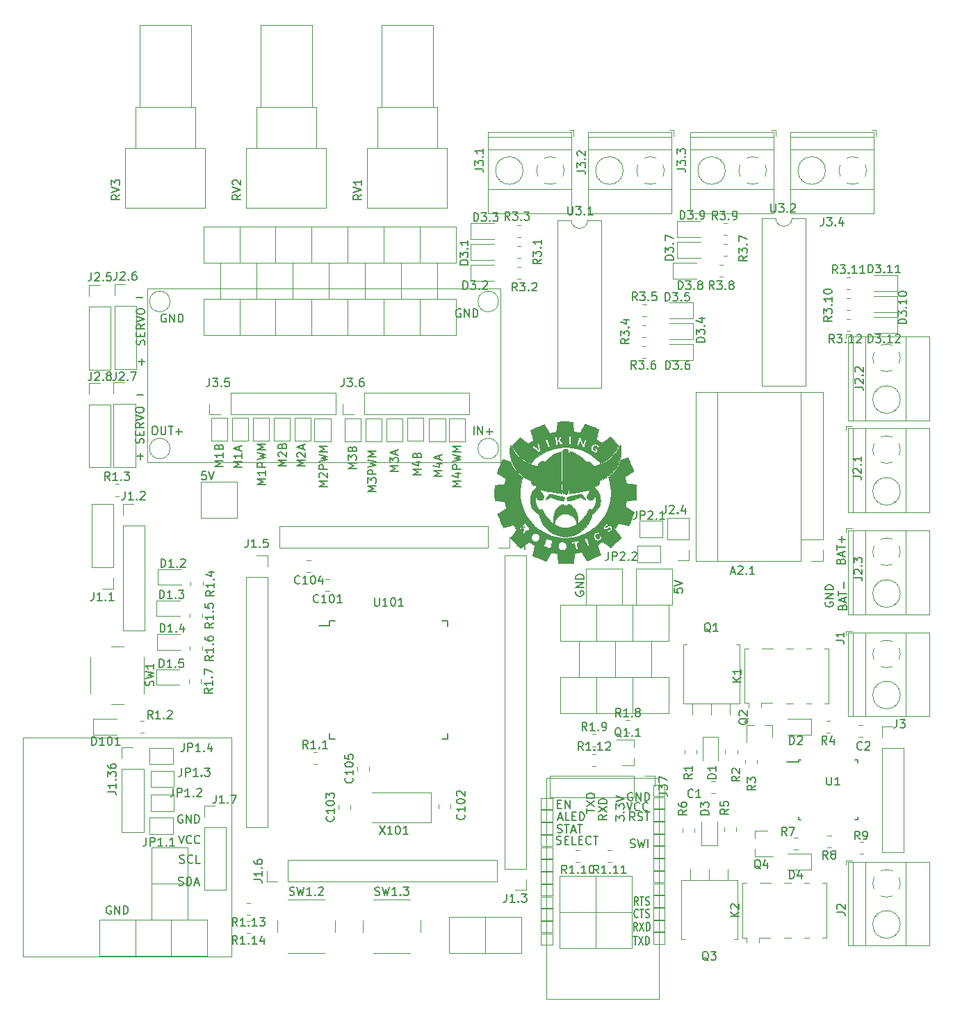
<source format=gbr>
%TF.GenerationSoftware,KiCad,Pcbnew,(5.1.7-5-ga3172d643f)-1*%
%TF.CreationDate,2020-10-31T15:28:03-04:00*%
%TF.ProjectId,board,626f6172-642e-46b6-9963-61645f706362,rev?*%
%TF.SameCoordinates,Original*%
%TF.FileFunction,Legend,Top*%
%TF.FilePolarity,Positive*%
%FSLAX46Y46*%
G04 Gerber Fmt 4.6, Leading zero omitted, Abs format (unit mm)*
G04 Created by KiCad (PCBNEW (5.1.7-5-ga3172d643f)-1) date 2020-10-31 15:28:03*
%MOMM*%
%LPD*%
G01*
G04 APERTURE LIST*
%ADD10C,0.150000*%
%ADD11C,0.120000*%
%ADD12C,0.010000*%
G04 APERTURE END LIST*
D10*
X103138095Y-130300000D02*
X103042857Y-130252380D01*
X102900000Y-130252380D01*
X102757142Y-130300000D01*
X102661904Y-130395238D01*
X102614285Y-130490476D01*
X102566666Y-130680952D01*
X102566666Y-130823809D01*
X102614285Y-131014285D01*
X102661904Y-131109523D01*
X102757142Y-131204761D01*
X102900000Y-131252380D01*
X102995238Y-131252380D01*
X103138095Y-131204761D01*
X103185714Y-131157142D01*
X103185714Y-130823809D01*
X102995238Y-130823809D01*
X103614285Y-131252380D02*
X103614285Y-130252380D01*
X104185714Y-131252380D01*
X104185714Y-130252380D01*
X104661904Y-131252380D02*
X104661904Y-130252380D01*
X104900000Y-130252380D01*
X105042857Y-130300000D01*
X105138095Y-130395238D01*
X105185714Y-130490476D01*
X105233333Y-130680952D01*
X105233333Y-130823809D01*
X105185714Y-131014285D01*
X105138095Y-131109523D01*
X105042857Y-131204761D01*
X104900000Y-131252380D01*
X104661904Y-131252380D01*
X107104761Y-73890476D02*
X107152380Y-73747619D01*
X107152380Y-73509523D01*
X107104761Y-73414285D01*
X107057142Y-73366666D01*
X106961904Y-73319047D01*
X106866666Y-73319047D01*
X106771428Y-73366666D01*
X106723809Y-73414285D01*
X106676190Y-73509523D01*
X106628571Y-73700000D01*
X106580952Y-73795238D01*
X106533333Y-73842857D01*
X106438095Y-73890476D01*
X106342857Y-73890476D01*
X106247619Y-73842857D01*
X106200000Y-73795238D01*
X106152380Y-73700000D01*
X106152380Y-73461904D01*
X106200000Y-73319047D01*
X106628571Y-72890476D02*
X106628571Y-72557142D01*
X107152380Y-72414285D02*
X107152380Y-72890476D01*
X106152380Y-72890476D01*
X106152380Y-72414285D01*
X107152380Y-71414285D02*
X106676190Y-71747619D01*
X107152380Y-71985714D02*
X106152380Y-71985714D01*
X106152380Y-71604761D01*
X106200000Y-71509523D01*
X106247619Y-71461904D01*
X106342857Y-71414285D01*
X106485714Y-71414285D01*
X106580952Y-71461904D01*
X106628571Y-71509523D01*
X106676190Y-71604761D01*
X106676190Y-71985714D01*
X106152380Y-71128571D02*
X107152380Y-70795238D01*
X106152380Y-70461904D01*
X106152380Y-69938095D02*
X106152380Y-69747619D01*
X106200000Y-69652380D01*
X106295238Y-69557142D01*
X106485714Y-69509523D01*
X106819047Y-69509523D01*
X107009523Y-69557142D01*
X107104761Y-69652380D01*
X107152380Y-69747619D01*
X107152380Y-69938095D01*
X107104761Y-70033333D01*
X107009523Y-70128571D01*
X106819047Y-70176190D01*
X106485714Y-70176190D01*
X106295238Y-70128571D01*
X106200000Y-70033333D01*
X106152380Y-69938095D01*
X107204761Y-61890476D02*
X107252380Y-61747619D01*
X107252380Y-61509523D01*
X107204761Y-61414285D01*
X107157142Y-61366666D01*
X107061904Y-61319047D01*
X106966666Y-61319047D01*
X106871428Y-61366666D01*
X106823809Y-61414285D01*
X106776190Y-61509523D01*
X106728571Y-61700000D01*
X106680952Y-61795238D01*
X106633333Y-61842857D01*
X106538095Y-61890476D01*
X106442857Y-61890476D01*
X106347619Y-61842857D01*
X106300000Y-61795238D01*
X106252380Y-61700000D01*
X106252380Y-61461904D01*
X106300000Y-61319047D01*
X106728571Y-60890476D02*
X106728571Y-60557142D01*
X107252380Y-60414285D02*
X107252380Y-60890476D01*
X106252380Y-60890476D01*
X106252380Y-60414285D01*
X107252380Y-59414285D02*
X106776190Y-59747619D01*
X107252380Y-59985714D02*
X106252380Y-59985714D01*
X106252380Y-59604761D01*
X106300000Y-59509523D01*
X106347619Y-59461904D01*
X106442857Y-59414285D01*
X106585714Y-59414285D01*
X106680952Y-59461904D01*
X106728571Y-59509523D01*
X106776190Y-59604761D01*
X106776190Y-59985714D01*
X106252380Y-59128571D02*
X107252380Y-58795238D01*
X106252380Y-58461904D01*
X106252380Y-57938095D02*
X106252380Y-57747619D01*
X106300000Y-57652380D01*
X106395238Y-57557142D01*
X106585714Y-57509523D01*
X106919047Y-57509523D01*
X107109523Y-57557142D01*
X107204761Y-57652380D01*
X107252380Y-57747619D01*
X107252380Y-57938095D01*
X107204761Y-58033333D01*
X107109523Y-58128571D01*
X106919047Y-58176190D01*
X106585714Y-58176190D01*
X106395238Y-58128571D01*
X106300000Y-58033333D01*
X106252380Y-57938095D01*
X106319047Y-75471428D02*
X107080952Y-75471428D01*
X106700000Y-75852380D02*
X106700000Y-75090476D01*
X106519047Y-63971428D02*
X107280952Y-63971428D01*
X106900000Y-64352380D02*
X106900000Y-63590476D01*
X106319047Y-67971428D02*
X107080952Y-67971428D01*
X106219047Y-56171428D02*
X106980952Y-56171428D01*
X114709523Y-77352380D02*
X114233333Y-77352380D01*
X114185714Y-77828571D01*
X114233333Y-77780952D01*
X114328571Y-77733333D01*
X114566666Y-77733333D01*
X114661904Y-77780952D01*
X114709523Y-77828571D01*
X114757142Y-77923809D01*
X114757142Y-78161904D01*
X114709523Y-78257142D01*
X114661904Y-78304761D01*
X114566666Y-78352380D01*
X114328571Y-78352380D01*
X114233333Y-78304761D01*
X114185714Y-78257142D01*
X115042857Y-77352380D02*
X115376190Y-78352380D01*
X115709523Y-77352380D01*
X192028571Y-88257142D02*
X192076190Y-88114285D01*
X192123809Y-88066666D01*
X192219047Y-88019047D01*
X192361904Y-88019047D01*
X192457142Y-88066666D01*
X192504761Y-88114285D01*
X192552380Y-88209523D01*
X192552380Y-88590476D01*
X191552380Y-88590476D01*
X191552380Y-88257142D01*
X191600000Y-88161904D01*
X191647619Y-88114285D01*
X191742857Y-88066666D01*
X191838095Y-88066666D01*
X191933333Y-88114285D01*
X191980952Y-88161904D01*
X192028571Y-88257142D01*
X192028571Y-88590476D01*
X192266666Y-87638095D02*
X192266666Y-87161904D01*
X192552380Y-87733333D02*
X191552380Y-87400000D01*
X192552380Y-87066666D01*
X191552380Y-86876190D02*
X191552380Y-86304761D01*
X192552380Y-86590476D02*
X191552380Y-86590476D01*
X192171428Y-85971428D02*
X192171428Y-85209523D01*
X192552380Y-85590476D02*
X191790476Y-85590476D01*
X190175000Y-93261904D02*
X190127380Y-93357142D01*
X190127380Y-93500000D01*
X190175000Y-93642857D01*
X190270238Y-93738095D01*
X190365476Y-93785714D01*
X190555952Y-93833333D01*
X190698809Y-93833333D01*
X190889285Y-93785714D01*
X190984523Y-93738095D01*
X191079761Y-93642857D01*
X191127380Y-93500000D01*
X191127380Y-93404761D01*
X191079761Y-93261904D01*
X191032142Y-93214285D01*
X190698809Y-93214285D01*
X190698809Y-93404761D01*
X191127380Y-92785714D02*
X190127380Y-92785714D01*
X191127380Y-92214285D01*
X190127380Y-92214285D01*
X191127380Y-91738095D02*
X190127380Y-91738095D01*
X190127380Y-91500000D01*
X190175000Y-91357142D01*
X190270238Y-91261904D01*
X190365476Y-91214285D01*
X190555952Y-91166666D01*
X190698809Y-91166666D01*
X190889285Y-91214285D01*
X190984523Y-91261904D01*
X191079761Y-91357142D01*
X191127380Y-91500000D01*
X191127380Y-91738095D01*
X192253571Y-93857142D02*
X192301190Y-93714285D01*
X192348809Y-93666666D01*
X192444047Y-93619047D01*
X192586904Y-93619047D01*
X192682142Y-93666666D01*
X192729761Y-93714285D01*
X192777380Y-93809523D01*
X192777380Y-94190476D01*
X191777380Y-94190476D01*
X191777380Y-93857142D01*
X191825000Y-93761904D01*
X191872619Y-93714285D01*
X191967857Y-93666666D01*
X192063095Y-93666666D01*
X192158333Y-93714285D01*
X192205952Y-93761904D01*
X192253571Y-93857142D01*
X192253571Y-94190476D01*
X192491666Y-93238095D02*
X192491666Y-92761904D01*
X192777380Y-93333333D02*
X191777380Y-93000000D01*
X192777380Y-92666666D01*
X191777380Y-92476190D02*
X191777380Y-91904761D01*
X192777380Y-92190476D02*
X191777380Y-92190476D01*
X192396428Y-91571428D02*
X192396428Y-90809523D01*
X161052380Y-118961904D02*
X161052380Y-118390476D01*
X162052380Y-118676190D02*
X161052380Y-118676190D01*
X161052380Y-118152380D02*
X162052380Y-117485714D01*
X161052380Y-117485714D02*
X162052380Y-118152380D01*
X162052380Y-117104761D02*
X161052380Y-117104761D01*
X161052380Y-116866666D01*
X161100000Y-116723809D01*
X161195238Y-116628571D01*
X161290476Y-116580952D01*
X161480952Y-116533333D01*
X161623809Y-116533333D01*
X161814285Y-116580952D01*
X161909523Y-116628571D01*
X162004761Y-116723809D01*
X162052380Y-116866666D01*
X162052380Y-117104761D01*
X163552380Y-119166666D02*
X163076190Y-119500000D01*
X163552380Y-119738095D02*
X162552380Y-119738095D01*
X162552380Y-119357142D01*
X162600000Y-119261904D01*
X162647619Y-119214285D01*
X162742857Y-119166666D01*
X162885714Y-119166666D01*
X162980952Y-119214285D01*
X163028571Y-119261904D01*
X163076190Y-119357142D01*
X163076190Y-119738095D01*
X162552380Y-118833333D02*
X163552380Y-118166666D01*
X162552380Y-118166666D02*
X163552380Y-118833333D01*
X163552380Y-117785714D02*
X162552380Y-117785714D01*
X162552380Y-117547619D01*
X162600000Y-117404761D01*
X162695238Y-117309523D01*
X162790476Y-117261904D01*
X162980952Y-117214285D01*
X163123809Y-117214285D01*
X163314285Y-117261904D01*
X163409523Y-117309523D01*
X163504761Y-117404761D01*
X163552380Y-117547619D01*
X163552380Y-117785714D01*
X164652380Y-119876190D02*
X164652380Y-119257142D01*
X165033333Y-119590476D01*
X165033333Y-119447619D01*
X165080952Y-119352380D01*
X165128571Y-119304761D01*
X165223809Y-119257142D01*
X165461904Y-119257142D01*
X165557142Y-119304761D01*
X165604761Y-119352380D01*
X165652380Y-119447619D01*
X165652380Y-119733333D01*
X165604761Y-119828571D01*
X165557142Y-119876190D01*
X165557142Y-118828571D02*
X165604761Y-118780952D01*
X165652380Y-118828571D01*
X165604761Y-118876190D01*
X165557142Y-118828571D01*
X165652380Y-118828571D01*
X164652380Y-118447619D02*
X164652380Y-117828571D01*
X165033333Y-118161904D01*
X165033333Y-118019047D01*
X165080952Y-117923809D01*
X165128571Y-117876190D01*
X165223809Y-117828571D01*
X165461904Y-117828571D01*
X165557142Y-117876190D01*
X165604761Y-117923809D01*
X165652380Y-118019047D01*
X165652380Y-118304761D01*
X165604761Y-118400000D01*
X165557142Y-118447619D01*
X164652380Y-117542857D02*
X165652380Y-117209523D01*
X164652380Y-116876190D01*
X159800000Y-91961904D02*
X159752380Y-92057142D01*
X159752380Y-92200000D01*
X159800000Y-92342857D01*
X159895238Y-92438095D01*
X159990476Y-92485714D01*
X160180952Y-92533333D01*
X160323809Y-92533333D01*
X160514285Y-92485714D01*
X160609523Y-92438095D01*
X160704761Y-92342857D01*
X160752380Y-92200000D01*
X160752380Y-92104761D01*
X160704761Y-91961904D01*
X160657142Y-91914285D01*
X160323809Y-91914285D01*
X160323809Y-92104761D01*
X160752380Y-91485714D02*
X159752380Y-91485714D01*
X160752380Y-90914285D01*
X159752380Y-90914285D01*
X160752380Y-90438095D02*
X159752380Y-90438095D01*
X159752380Y-90200000D01*
X159800000Y-90057142D01*
X159895238Y-89961904D01*
X159990476Y-89914285D01*
X160180952Y-89866666D01*
X160323809Y-89866666D01*
X160514285Y-89914285D01*
X160609523Y-89961904D01*
X160704761Y-90057142D01*
X160752380Y-90200000D01*
X160752380Y-90438095D01*
X171752380Y-91590476D02*
X171752380Y-92066666D01*
X172228571Y-92114285D01*
X172180952Y-92066666D01*
X172133333Y-91971428D01*
X172133333Y-91733333D01*
X172180952Y-91638095D01*
X172228571Y-91590476D01*
X172323809Y-91542857D01*
X172561904Y-91542857D01*
X172657142Y-91590476D01*
X172704761Y-91638095D01*
X172752380Y-91733333D01*
X172752380Y-91971428D01*
X172704761Y-92066666D01*
X172657142Y-92114285D01*
X171752380Y-91257142D02*
X172752380Y-90923809D01*
X171752380Y-90590476D01*
X111838095Y-119200000D02*
X111742857Y-119152380D01*
X111600000Y-119152380D01*
X111457142Y-119200000D01*
X111361904Y-119295238D01*
X111314285Y-119390476D01*
X111266666Y-119580952D01*
X111266666Y-119723809D01*
X111314285Y-119914285D01*
X111361904Y-120009523D01*
X111457142Y-120104761D01*
X111600000Y-120152380D01*
X111695238Y-120152380D01*
X111838095Y-120104761D01*
X111885714Y-120057142D01*
X111885714Y-119723809D01*
X111695238Y-119723809D01*
X112314285Y-120152380D02*
X112314285Y-119152380D01*
X112885714Y-120152380D01*
X112885714Y-119152380D01*
X113361904Y-120152380D02*
X113361904Y-119152380D01*
X113600000Y-119152380D01*
X113742857Y-119200000D01*
X113838095Y-119295238D01*
X113885714Y-119390476D01*
X113933333Y-119580952D01*
X113933333Y-119723809D01*
X113885714Y-119914285D01*
X113838095Y-120009523D01*
X113742857Y-120104761D01*
X113600000Y-120152380D01*
X113361904Y-120152380D01*
X111366666Y-121652380D02*
X111700000Y-122652380D01*
X112033333Y-121652380D01*
X112938095Y-122557142D02*
X112890476Y-122604761D01*
X112747619Y-122652380D01*
X112652380Y-122652380D01*
X112509523Y-122604761D01*
X112414285Y-122509523D01*
X112366666Y-122414285D01*
X112319047Y-122223809D01*
X112319047Y-122080952D01*
X112366666Y-121890476D01*
X112414285Y-121795238D01*
X112509523Y-121700000D01*
X112652380Y-121652380D01*
X112747619Y-121652380D01*
X112890476Y-121700000D01*
X112938095Y-121747619D01*
X113938095Y-122557142D02*
X113890476Y-122604761D01*
X113747619Y-122652380D01*
X113652380Y-122652380D01*
X113509523Y-122604761D01*
X113414285Y-122509523D01*
X113366666Y-122414285D01*
X113319047Y-122223809D01*
X113319047Y-122080952D01*
X113366666Y-121890476D01*
X113414285Y-121795238D01*
X113509523Y-121700000D01*
X113652380Y-121652380D01*
X113747619Y-121652380D01*
X113890476Y-121700000D01*
X113938095Y-121747619D01*
X111509523Y-125004761D02*
X111652380Y-125052380D01*
X111890476Y-125052380D01*
X111985714Y-125004761D01*
X112033333Y-124957142D01*
X112080952Y-124861904D01*
X112080952Y-124766666D01*
X112033333Y-124671428D01*
X111985714Y-124623809D01*
X111890476Y-124576190D01*
X111700000Y-124528571D01*
X111604761Y-124480952D01*
X111557142Y-124433333D01*
X111509523Y-124338095D01*
X111509523Y-124242857D01*
X111557142Y-124147619D01*
X111604761Y-124100000D01*
X111700000Y-124052380D01*
X111938095Y-124052380D01*
X112080952Y-124100000D01*
X113080952Y-124957142D02*
X113033333Y-125004761D01*
X112890476Y-125052380D01*
X112795238Y-125052380D01*
X112652380Y-125004761D01*
X112557142Y-124909523D01*
X112509523Y-124814285D01*
X112461904Y-124623809D01*
X112461904Y-124480952D01*
X112509523Y-124290476D01*
X112557142Y-124195238D01*
X112652380Y-124100000D01*
X112795238Y-124052380D01*
X112890476Y-124052380D01*
X113033333Y-124100000D01*
X113080952Y-124147619D01*
X113985714Y-125052380D02*
X113509523Y-125052380D01*
X113509523Y-124052380D01*
X111385714Y-127704761D02*
X111528571Y-127752380D01*
X111766666Y-127752380D01*
X111861904Y-127704761D01*
X111909523Y-127657142D01*
X111957142Y-127561904D01*
X111957142Y-127466666D01*
X111909523Y-127371428D01*
X111861904Y-127323809D01*
X111766666Y-127276190D01*
X111576190Y-127228571D01*
X111480952Y-127180952D01*
X111433333Y-127133333D01*
X111385714Y-127038095D01*
X111385714Y-126942857D01*
X111433333Y-126847619D01*
X111480952Y-126800000D01*
X111576190Y-126752380D01*
X111814285Y-126752380D01*
X111957142Y-126800000D01*
X112385714Y-127752380D02*
X112385714Y-126752380D01*
X112623809Y-126752380D01*
X112766666Y-126800000D01*
X112861904Y-126895238D01*
X112909523Y-126990476D01*
X112957142Y-127180952D01*
X112957142Y-127323809D01*
X112909523Y-127514285D01*
X112861904Y-127609523D01*
X112766666Y-127704761D01*
X112623809Y-127752380D01*
X112385714Y-127752380D01*
X113338095Y-127466666D02*
X113814285Y-127466666D01*
X113242857Y-127752380D02*
X113576190Y-126752380D01*
X113909523Y-127752380D01*
D11*
X156210000Y-141605000D02*
X156210000Y-114681000D01*
X169926000Y-141605000D02*
X156210000Y-141605000D01*
X156210000Y-114681000D02*
X169926000Y-114681000D01*
X169926000Y-114681000D02*
X169926000Y-141605000D01*
X92456000Y-136398000D02*
X92456000Y-109728000D01*
X117856000Y-136398000D02*
X92456000Y-136398000D01*
X117856000Y-109728000D02*
X117856000Y-136398000D01*
X92456000Y-109728000D02*
X117856000Y-109728000D01*
X107543600Y-76200000D02*
X107543600Y-55067200D01*
X150622000Y-76200000D02*
X107543600Y-76200000D01*
X150622000Y-55067200D02*
X150622000Y-76200000D01*
X107543600Y-55067200D02*
X150622000Y-55067200D01*
%TO.C,TP102*%
X108100000Y-127500000D02*
X112500000Y-127500000D01*
X112500000Y-127500000D02*
X112500000Y-131900000D01*
X112500000Y-131900000D02*
X108100000Y-131900000D01*
X108100000Y-131900000D02*
X108100000Y-127500000D01*
%TO.C,TP101*%
X106100000Y-131900000D02*
X110500000Y-131900000D01*
X110500000Y-131900000D02*
X110500000Y-136300000D01*
X110500000Y-136300000D02*
X106100000Y-136300000D01*
X106100000Y-136300000D02*
X106100000Y-131900000D01*
%TO.C,TP100*%
X108100000Y-123100000D02*
X112500000Y-123100000D01*
X112500000Y-123100000D02*
X112500000Y-127500000D01*
X112500000Y-127500000D02*
X108100000Y-127500000D01*
X108100000Y-127500000D02*
X108100000Y-123100000D01*
%TO.C,TP99*%
X110500000Y-131900000D02*
X114900000Y-131900000D01*
X114900000Y-131900000D02*
X114900000Y-136300000D01*
X114900000Y-136300000D02*
X110500000Y-136300000D01*
X110500000Y-136300000D02*
X110500000Y-131900000D01*
%TO.C,TP97*%
X101700000Y-131900000D02*
X106100000Y-131900000D01*
X106100000Y-131900000D02*
X106100000Y-136300000D01*
X106100000Y-136300000D02*
X101700000Y-136300000D01*
X101700000Y-136300000D02*
X101700000Y-131900000D01*
%TO.C,J2.8*%
X100470000Y-76850000D02*
X103130000Y-76850000D01*
X100470000Y-69170000D02*
X100470000Y-76850000D01*
X103130000Y-69170000D02*
X103130000Y-76850000D01*
X100470000Y-69170000D02*
X103130000Y-69170000D01*
X100470000Y-67900000D02*
X100470000Y-66570000D01*
X100470000Y-66570000D02*
X101800000Y-66570000D01*
%TO.C,J2.5*%
X100470000Y-64950000D02*
X103130000Y-64950000D01*
X100470000Y-57270000D02*
X100470000Y-64950000D01*
X103130000Y-57270000D02*
X103130000Y-64950000D01*
X100470000Y-57270000D02*
X103130000Y-57270000D01*
X100470000Y-56000000D02*
X100470000Y-54670000D01*
X100470000Y-54670000D02*
X101800000Y-54670000D01*
%TO.C,J2.6*%
X103570000Y-64850000D02*
X106230000Y-64850000D01*
X103570000Y-57170000D02*
X103570000Y-64850000D01*
X106230000Y-57170000D02*
X106230000Y-64850000D01*
X103570000Y-57170000D02*
X106230000Y-57170000D01*
X103570000Y-55900000D02*
X103570000Y-54570000D01*
X103570000Y-54570000D02*
X104900000Y-54570000D01*
%TO.C,J2.7*%
X103470000Y-76810000D02*
X106130000Y-76810000D01*
X103470000Y-69130000D02*
X103470000Y-76810000D01*
X106130000Y-69130000D02*
X106130000Y-76810000D01*
X103470000Y-69130000D02*
X106130000Y-69130000D01*
X103470000Y-67860000D02*
X103470000Y-66530000D01*
X103470000Y-66530000D02*
X104800000Y-66530000D01*
D12*
%TO.C,U99*%
G36*
X166097546Y-75677250D02*
G01*
X166130221Y-75749716D01*
X166178057Y-75858607D01*
X166237862Y-75996418D01*
X166306443Y-76155649D01*
X166380607Y-76328796D01*
X166457161Y-76508358D01*
X166532912Y-76686832D01*
X166604666Y-76856716D01*
X166669230Y-77010507D01*
X166723412Y-77140703D01*
X166764017Y-77239802D01*
X166787854Y-77300301D01*
X166792789Y-77315851D01*
X166766628Y-77331682D01*
X166698776Y-77371554D01*
X166596419Y-77431276D01*
X166466744Y-77506659D01*
X166316938Y-77593514D01*
X166251901Y-77631159D01*
X166077983Y-77732003D01*
X165947084Y-77809113D01*
X165853328Y-77866957D01*
X165790838Y-77910000D01*
X165753739Y-77942707D01*
X165736152Y-77969544D01*
X165732202Y-77994976D01*
X165735966Y-78023222D01*
X165755831Y-78127220D01*
X165781137Y-78252106D01*
X165809329Y-78386183D01*
X165837850Y-78517756D01*
X165864146Y-78635128D01*
X165885661Y-78726602D01*
X165899840Y-78780482D01*
X165903446Y-78789742D01*
X165932480Y-78795465D01*
X166007624Y-78806489D01*
X166118924Y-78821576D01*
X166256425Y-78839491D01*
X166410172Y-78858998D01*
X166570211Y-78878860D01*
X166726587Y-78897841D01*
X166869346Y-78914705D01*
X166988534Y-78928216D01*
X167074194Y-78937136D01*
X167115224Y-78940232D01*
X167120219Y-78967395D01*
X167124352Y-79044341D01*
X167127519Y-79164414D01*
X167129617Y-79320956D01*
X167130543Y-79507311D01*
X167130193Y-79716822D01*
X167129335Y-79850073D01*
X167121888Y-80759703D01*
X166520794Y-80834520D01*
X166343523Y-80857006D01*
X166186283Y-80877756D01*
X166057306Y-80895617D01*
X165964821Y-80909438D01*
X165917059Y-80918065D01*
X165912360Y-80919724D01*
X165903590Y-80951790D01*
X165888512Y-81025737D01*
X165869274Y-81128989D01*
X165848026Y-81248971D01*
X165826919Y-81373105D01*
X165808100Y-81488817D01*
X165793720Y-81583530D01*
X165785929Y-81644669D01*
X165785677Y-81660908D01*
X165812330Y-81675830D01*
X165881220Y-81713441D01*
X165984877Y-81769690D01*
X166115830Y-81840524D01*
X166266608Y-81921892D01*
X166313748Y-81947297D01*
X166469489Y-82032407D01*
X166607725Y-82110244D01*
X166720882Y-82176354D01*
X166801384Y-82226284D01*
X166841657Y-82255580D01*
X166844693Y-82259479D01*
X166837383Y-82291388D01*
X166812077Y-82367850D01*
X166771796Y-82481035D01*
X166719561Y-82623110D01*
X166658393Y-82786243D01*
X166591312Y-82962603D01*
X166521339Y-83144356D01*
X166451494Y-83323672D01*
X166384798Y-83492719D01*
X166324273Y-83643663D01*
X166272938Y-83768675D01*
X166233814Y-83859920D01*
X166209922Y-83909569D01*
X166206066Y-83915305D01*
X166174234Y-83914726D01*
X166096060Y-83900950D01*
X165979623Y-83875770D01*
X165832999Y-83840977D01*
X165664265Y-83798364D01*
X165583068Y-83777060D01*
X165381074Y-83724866D01*
X165214128Y-83684636D01*
X165086909Y-83657369D01*
X165004099Y-83644060D01*
X164970377Y-83645707D01*
X164969956Y-83646465D01*
X164951665Y-83679604D01*
X164908107Y-83750561D01*
X164845114Y-83850052D01*
X164768523Y-83968793D01*
X164737685Y-84016084D01*
X164515251Y-84356194D01*
X164894292Y-84835181D01*
X165005619Y-84976911D01*
X165104018Y-85104186D01*
X165184399Y-85210256D01*
X165241670Y-85288370D01*
X165270739Y-85331777D01*
X165273333Y-85337819D01*
X165254083Y-85362839D01*
X165199518Y-85422635D01*
X165114417Y-85512254D01*
X165003560Y-85626741D01*
X164871723Y-85761143D01*
X164723688Y-85910505D01*
X164641013Y-85993321D01*
X164008694Y-86625172D01*
X163521345Y-86247086D01*
X163378362Y-86136925D01*
X163250452Y-86039837D01*
X163144253Y-85960738D01*
X163066402Y-85904549D01*
X163023537Y-85876187D01*
X163017552Y-85873759D01*
X162981905Y-85893055D01*
X162913982Y-85936721D01*
X162824307Y-85997324D01*
X162723404Y-86067427D01*
X162621795Y-86139596D01*
X162530005Y-86206395D01*
X162458556Y-86260390D01*
X162417973Y-86294144D01*
X162412557Y-86301209D01*
X162421836Y-86335331D01*
X162444289Y-86413543D01*
X162476963Y-86525844D01*
X162516908Y-86662232D01*
X162561172Y-86812705D01*
X162606802Y-86967261D01*
X162650847Y-87115900D01*
X162690356Y-87248619D01*
X162722376Y-87355417D01*
X162743955Y-87426292D01*
X162751704Y-87450370D01*
X162729373Y-87467132D01*
X162662500Y-87502659D01*
X162558498Y-87553652D01*
X162424778Y-87616812D01*
X162268753Y-87688839D01*
X162097835Y-87766435D01*
X161919436Y-87846302D01*
X161740969Y-87925141D01*
X161569844Y-87999652D01*
X161413475Y-88066536D01*
X161279274Y-88122496D01*
X161174652Y-88164232D01*
X161107022Y-88188446D01*
X161083968Y-88192609D01*
X161068184Y-88166506D01*
X161028345Y-88098718D01*
X160968640Y-87996429D01*
X160893259Y-87866822D01*
X160806392Y-87717082D01*
X160768840Y-87652247D01*
X160667406Y-87477782D01*
X160589540Y-87346555D01*
X160530957Y-87252711D01*
X160487370Y-87190397D01*
X160454491Y-87153758D01*
X160428034Y-87136941D01*
X160403713Y-87134090D01*
X160390888Y-87136098D01*
X160336801Y-87147453D01*
X160240764Y-87167603D01*
X160116073Y-87193760D01*
X159976020Y-87223135D01*
X159967575Y-87224906D01*
X159834317Y-87253316D01*
X159722830Y-87277963D01*
X159643786Y-87296423D01*
X159607858Y-87306272D01*
X159606876Y-87306827D01*
X159602211Y-87334821D01*
X159592225Y-87409002D01*
X159578110Y-87519491D01*
X159561059Y-87656407D01*
X159542264Y-87809869D01*
X159522918Y-87969999D01*
X159504212Y-88126915D01*
X159487341Y-88270737D01*
X159473494Y-88391586D01*
X159463866Y-88479581D01*
X159459648Y-88524842D01*
X159459555Y-88527534D01*
X159432446Y-88529589D01*
X159355568Y-88531464D01*
X159235598Y-88533096D01*
X159079212Y-88534424D01*
X158893086Y-88535384D01*
X158683896Y-88535914D01*
X158555558Y-88536000D01*
X158292820Y-88535508D01*
X158081881Y-88533916D01*
X157918105Y-88531043D01*
X157796856Y-88526711D01*
X157713496Y-88520742D01*
X157663387Y-88512956D01*
X157641894Y-88503174D01*
X157640541Y-88500722D01*
X157633760Y-88462440D01*
X157621684Y-88377749D01*
X157605594Y-88256296D01*
X157586770Y-88107733D01*
X157568386Y-87957444D01*
X157547873Y-87789380D01*
X157528683Y-87636562D01*
X157512184Y-87509540D01*
X157499742Y-87418864D01*
X157493289Y-87377788D01*
X157483067Y-87344785D01*
X157460561Y-87320610D01*
X157415298Y-87300950D01*
X157336805Y-87281493D01*
X157214608Y-87257924D01*
X157192385Y-87253863D01*
X157047653Y-87226313D01*
X156937549Y-87207051D01*
X156853905Y-87201112D01*
X156788554Y-87213531D01*
X156733329Y-87249345D01*
X156680063Y-87313590D01*
X156620588Y-87411301D01*
X156546739Y-87547515D01*
X156463259Y-87703444D01*
X156378350Y-87858361D01*
X156300465Y-87996561D01*
X156234211Y-88110184D01*
X156184189Y-88191369D01*
X156155006Y-88232257D01*
X156151870Y-88235044D01*
X156114260Y-88231723D01*
X156027292Y-88206695D01*
X155893349Y-88160805D01*
X155714815Y-88094899D01*
X155494075Y-88009823D01*
X155296777Y-87931756D01*
X155067115Y-87839736D01*
X154884725Y-87765726D01*
X154744312Y-87707181D01*
X154640579Y-87661558D01*
X154568230Y-87626310D01*
X154521969Y-87598895D01*
X154496499Y-87576767D01*
X154486525Y-87557382D01*
X154486126Y-87542283D01*
X154495545Y-87496546D01*
X154517238Y-87405700D01*
X154548851Y-87279153D01*
X154588028Y-87126310D01*
X154632414Y-86956579D01*
X154639424Y-86930060D01*
X154688509Y-86738831D01*
X154725540Y-86582227D01*
X154749469Y-86465299D01*
X154754101Y-86431098D01*
X155851002Y-86431098D01*
X155851093Y-86431234D01*
X155884141Y-86445504D01*
X155957302Y-86471177D01*
X156056517Y-86503801D01*
X156167728Y-86538924D01*
X156276877Y-86572092D01*
X156369904Y-86598853D01*
X156425666Y-86613206D01*
X156540758Y-86628916D01*
X156627634Y-86610505D01*
X156706818Y-86552314D01*
X156729055Y-86529569D01*
X156761573Y-86480961D01*
X157604708Y-86480961D01*
X157639977Y-86620150D01*
X157711811Y-86744422D01*
X157820681Y-86843749D01*
X157914305Y-86891246D01*
X158024350Y-86915440D01*
X158153634Y-86918555D01*
X158280250Y-86902313D01*
X158382286Y-86868440D01*
X158408657Y-86852354D01*
X158524242Y-86735468D01*
X158598970Y-86593648D01*
X158631667Y-86438752D01*
X158621158Y-86282638D01*
X158566270Y-86137165D01*
X158489446Y-86036246D01*
X158414461Y-85984457D01*
X159252203Y-85984457D01*
X159255848Y-86037908D01*
X159257296Y-86055215D01*
X159264312Y-86087851D01*
X159287687Y-86103042D01*
X159341023Y-86104018D01*
X159426404Y-86095349D01*
X159590809Y-86076268D01*
X159657157Y-86447814D01*
X159723505Y-86819361D01*
X159852586Y-86800151D01*
X159931481Y-86786687D01*
X159982994Y-86774657D01*
X159992252Y-86770644D01*
X159991655Y-86740536D01*
X159982236Y-86666097D01*
X159965595Y-86558470D01*
X159943327Y-86428798D01*
X159942863Y-86426211D01*
X159919420Y-86292020D01*
X159900270Y-86175580D01*
X159887424Y-86089597D01*
X159882888Y-86047289D01*
X159899851Y-86017446D01*
X159956822Y-85996343D01*
X160037026Y-85983245D01*
X160191164Y-85963987D01*
X160174405Y-85874160D01*
X160157689Y-85805815D01*
X160140485Y-85764937D01*
X160140017Y-85764383D01*
X160107600Y-85762267D01*
X160029584Y-85769420D01*
X159915827Y-85784587D01*
X159776187Y-85806516D01*
X159685138Y-85822209D01*
X159519910Y-85851587D01*
X159402292Y-85874377D01*
X159324498Y-85894819D01*
X159278742Y-85917153D01*
X159257239Y-85945619D01*
X159252203Y-85984457D01*
X158414461Y-85984457D01*
X158373993Y-85956508D01*
X158228395Y-85908057D01*
X158072239Y-85895483D01*
X157960341Y-85912258D01*
X157819856Y-85975605D01*
X157713579Y-86074177D01*
X157641981Y-86197946D01*
X157605533Y-86336883D01*
X157604708Y-86480961D01*
X156761573Y-86480961D01*
X156791805Y-86435771D01*
X156799245Y-86343464D01*
X156751468Y-86246469D01*
X156733602Y-86223943D01*
X156691083Y-86167019D01*
X156687701Y-86140956D01*
X156703806Y-86137111D01*
X156775202Y-86112494D01*
X156841612Y-86050838D01*
X156886897Y-85970437D01*
X156897335Y-85917743D01*
X156888053Y-85839806D01*
X156850955Y-85774298D01*
X156779474Y-85716287D01*
X156667045Y-85660845D01*
X156507102Y-85603039D01*
X156456880Y-85587001D01*
X156334172Y-85549217D01*
X156237881Y-85520739D01*
X160793239Y-85520739D01*
X160977083Y-85981027D01*
X161160927Y-86441316D01*
X161262741Y-86399484D01*
X161334919Y-86366605D01*
X161383950Y-86338494D01*
X161389226Y-86334189D01*
X161387539Y-86301227D01*
X161366759Y-86224676D01*
X161329648Y-86112992D01*
X161278964Y-85974629D01*
X161234804Y-85861192D01*
X161055713Y-85411660D01*
X160924476Y-85466199D01*
X160793239Y-85520739D01*
X156237881Y-85520739D01*
X156233326Y-85519392D01*
X156165194Y-85500651D01*
X156140679Y-85495935D01*
X156128446Y-85526003D01*
X156103707Y-85598547D01*
X156069759Y-85702927D01*
X156029895Y-85828500D01*
X155987411Y-85964625D01*
X155945602Y-86100662D01*
X155907761Y-86225969D01*
X155877185Y-86329905D01*
X155857167Y-86401828D01*
X155851002Y-86431098D01*
X154754101Y-86431098D01*
X154759248Y-86393097D01*
X154755582Y-86370638D01*
X154722121Y-86352106D01*
X154651557Y-86308409D01*
X154553704Y-86245763D01*
X154438380Y-86170379D01*
X154418839Y-86157469D01*
X154301123Y-86079601D01*
X154199054Y-86012116D01*
X154122607Y-85961608D01*
X154081757Y-85934669D01*
X154079315Y-85933068D01*
X154047220Y-85943341D01*
X153976856Y-85986812D01*
X153872963Y-86060126D01*
X153740283Y-86159926D01*
X153583556Y-86282858D01*
X153571315Y-86292636D01*
X153430032Y-86404620D01*
X153302779Y-86503569D01*
X153196369Y-86584342D01*
X153117616Y-86641796D01*
X153073333Y-86670790D01*
X153066987Y-86673276D01*
X153040771Y-86654024D01*
X152979858Y-86599430D01*
X152889246Y-86514281D01*
X152773933Y-86403361D01*
X152638918Y-86271457D01*
X152489198Y-86123354D01*
X152407081Y-86041417D01*
X151778609Y-85412478D01*
X154297187Y-85412478D01*
X154324483Y-85545370D01*
X154336208Y-85570706D01*
X154423854Y-85690415D01*
X154543115Y-85785271D01*
X154680753Y-85850018D01*
X154823526Y-85879402D01*
X154958197Y-85868167D01*
X155023012Y-85843297D01*
X155146848Y-85751986D01*
X155249449Y-85626051D01*
X155320146Y-85482335D01*
X155348272Y-85337681D01*
X155348372Y-85329608D01*
X155322172Y-85194858D01*
X155250579Y-85069909D01*
X155144620Y-84962900D01*
X155015323Y-84881971D01*
X154873714Y-84835263D01*
X154730821Y-84830915D01*
X154685316Y-84840150D01*
X154557729Y-84900506D01*
X154449127Y-85000465D01*
X154365506Y-85127478D01*
X154312860Y-85268999D01*
X154297187Y-85412478D01*
X151778609Y-85412478D01*
X151775634Y-85409501D01*
X152162024Y-84911620D01*
X152548415Y-84413738D01*
X152466214Y-84308813D01*
X152458100Y-84297894D01*
X152841444Y-84297894D01*
X152939011Y-84399376D01*
X153036579Y-84500859D01*
X153180051Y-84359169D01*
X153259964Y-84284460D01*
X153312266Y-84247662D01*
X153345680Y-84243491D01*
X153357650Y-84251606D01*
X153384480Y-84297783D01*
X153388000Y-84366443D01*
X153367441Y-84467466D01*
X153331936Y-84581795D01*
X153272094Y-84758995D01*
X153381123Y-84870650D01*
X153490151Y-84982305D01*
X153543370Y-84861208D01*
X153578152Y-84752704D01*
X153598371Y-84633763D01*
X153600016Y-84605766D01*
X153606561Y-84522277D01*
X153622470Y-84486617D01*
X153641344Y-84485942D01*
X153776082Y-84513936D01*
X153893098Y-84490737D01*
X153986579Y-84418406D01*
X154031113Y-84347827D01*
X154058275Y-84279842D01*
X154057588Y-84226498D01*
X154029704Y-84157598D01*
X153990610Y-84097537D01*
X153921259Y-84011681D01*
X153832509Y-83912902D01*
X153762047Y-83840361D01*
X153540339Y-83619953D01*
X153190892Y-83958923D01*
X152841444Y-84297894D01*
X152458100Y-84297894D01*
X152410530Y-84233883D01*
X152338356Y-84131567D01*
X152263789Y-84021920D01*
X152251651Y-84003633D01*
X152119288Y-83803377D01*
X151521161Y-83980464D01*
X151347481Y-84031605D01*
X151193180Y-84076502D01*
X151066042Y-84112936D01*
X150973849Y-84138686D01*
X150924385Y-84151532D01*
X150918124Y-84152498D01*
X150904149Y-84124199D01*
X150871772Y-84051938D01*
X150824183Y-83943213D01*
X150764570Y-83805519D01*
X150696124Y-83646351D01*
X150622034Y-83473207D01*
X150545489Y-83293582D01*
X150469678Y-83114972D01*
X150397792Y-82944873D01*
X150333019Y-82790781D01*
X150278548Y-82660193D01*
X150237571Y-82560604D01*
X150213275Y-82499510D01*
X150207954Y-82483404D01*
X150233885Y-82467789D01*
X150301509Y-82428106D01*
X150403654Y-82368535D01*
X150533146Y-82293257D01*
X150682811Y-82206452D01*
X150747752Y-82168840D01*
X150922217Y-82067406D01*
X151053444Y-81989540D01*
X151147288Y-81930957D01*
X151209602Y-81887370D01*
X151246241Y-81854491D01*
X151263058Y-81828034D01*
X151265909Y-81803713D01*
X151263901Y-81790888D01*
X151252546Y-81736801D01*
X151232396Y-81640764D01*
X151206239Y-81516073D01*
X151176864Y-81376020D01*
X151175093Y-81367575D01*
X151146649Y-81234268D01*
X151121916Y-81122687D01*
X151103332Y-81043521D01*
X151093334Y-81007462D01*
X151092760Y-81006464D01*
X151064473Y-81001513D01*
X150990056Y-80991280D01*
X150879448Y-80976968D01*
X150742591Y-80959783D01*
X150589424Y-80940927D01*
X150429888Y-80921605D01*
X150273923Y-80903021D01*
X150131468Y-80886379D01*
X150012465Y-80872882D01*
X149926853Y-80863735D01*
X149884775Y-80860148D01*
X149879780Y-80832890D01*
X149875647Y-80755853D01*
X149872479Y-80635697D01*
X149870381Y-80479083D01*
X149869456Y-80292670D01*
X149869806Y-80083120D01*
X149870664Y-79949926D01*
X149878111Y-79040296D01*
X150479205Y-78965479D01*
X150656506Y-78942992D01*
X150813805Y-78922240D01*
X150942862Y-78904378D01*
X151035441Y-78890558D01*
X151083303Y-78881932D01*
X151088039Y-78880275D01*
X151097795Y-78846715D01*
X151113599Y-78771199D01*
X151133056Y-78667578D01*
X151153775Y-78549707D01*
X151173361Y-78431438D01*
X151189420Y-78326624D01*
X151199561Y-78249118D01*
X151201796Y-78221857D01*
X151200505Y-78192803D01*
X151190399Y-78166035D01*
X151165264Y-78137132D01*
X151118887Y-78101674D01*
X151045054Y-78055243D01*
X150937554Y-77993419D01*
X150790171Y-77911782D01*
X150684428Y-77853865D01*
X150528844Y-77767636D01*
X150390850Y-77688952D01*
X150277924Y-77622256D01*
X150197541Y-77571994D01*
X150157179Y-77542611D01*
X150153988Y-77538519D01*
X150162116Y-77508515D01*
X150188048Y-77434187D01*
X150228810Y-77323177D01*
X150281427Y-77183128D01*
X150342927Y-77021685D01*
X150410336Y-76846489D01*
X150480680Y-76665183D01*
X150550985Y-76485412D01*
X150618277Y-76314819D01*
X150679583Y-76161045D01*
X150731929Y-76031735D01*
X150772341Y-75934531D01*
X150797846Y-75877077D01*
X150805260Y-75864605D01*
X150847714Y-75873362D01*
X150931139Y-75894267D01*
X151044798Y-75924320D01*
X151177954Y-75960520D01*
X151319871Y-75999866D01*
X151459812Y-76039359D01*
X151587039Y-76075998D01*
X151690817Y-76106782D01*
X151760407Y-76128711D01*
X151784916Y-76138375D01*
X151805132Y-76173499D01*
X151839924Y-76246500D01*
X151882511Y-76343005D01*
X151891883Y-76365086D01*
X152060221Y-76706476D01*
X152278103Y-77051770D01*
X152373618Y-77183233D01*
X152475074Y-77308173D01*
X152600725Y-77448295D01*
X152739547Y-77592633D01*
X152880517Y-77730218D01*
X153012612Y-77850084D01*
X153124808Y-77941264D01*
X153161550Y-77967183D01*
X153228765Y-78012900D01*
X153271219Y-78044154D01*
X153278888Y-78051646D01*
X153270378Y-78079780D01*
X153248806Y-78143325D01*
X153235287Y-78181951D01*
X153113085Y-78599529D01*
X153027700Y-79049067D01*
X152979537Y-79519396D01*
X152968997Y-79999349D01*
X152996486Y-80477757D01*
X153062405Y-80943453D01*
X153125150Y-81230467D01*
X153288585Y-81767922D01*
X153500073Y-82278021D01*
X153757116Y-82758528D01*
X154057218Y-83207204D01*
X154397884Y-83621811D01*
X154776616Y-84000111D01*
X155190920Y-84339867D01*
X155638298Y-84638840D01*
X156116254Y-84894793D01*
X156622293Y-85105488D01*
X157153918Y-85268687D01*
X157708633Y-85382152D01*
X157765636Y-85390729D01*
X157992820Y-85414417D01*
X158258668Y-85426830D01*
X158546618Y-85428359D01*
X158840109Y-85419394D01*
X159122578Y-85400324D01*
X159377464Y-85371540D01*
X159510904Y-85349647D01*
X159818532Y-85279095D01*
X160068794Y-85205557D01*
X161870188Y-85205557D01*
X161895776Y-85351540D01*
X161899348Y-85361185D01*
X161986996Y-85531138D01*
X162099884Y-85657058D01*
X162231930Y-85736486D01*
X162377051Y-85766964D01*
X162529165Y-85746035D01*
X162676291Y-85675189D01*
X162803639Y-85564021D01*
X162879649Y-85434321D01*
X162902561Y-85302203D01*
X162899162Y-85226256D01*
X162890552Y-85177602D01*
X162887197Y-85171493D01*
X162852677Y-85168092D01*
X162785318Y-85178441D01*
X162760197Y-85184334D01*
X162688663Y-85206882D01*
X162656726Y-85237862D01*
X162648461Y-85295865D01*
X162648234Y-85315044D01*
X162640270Y-85408046D01*
X162610124Y-85466413D01*
X162546934Y-85510809D01*
X162544688Y-85511997D01*
X162456624Y-85541493D01*
X162378577Y-85524800D01*
X162296324Y-85458599D01*
X162290700Y-85452722D01*
X162190176Y-85323625D01*
X162142816Y-85205798D01*
X162148920Y-85100882D01*
X162208786Y-85010517D01*
X162210028Y-85009343D01*
X162268511Y-84966574D01*
X162332786Y-84955629D01*
X162391420Y-84962096D01*
X162469317Y-84968875D01*
X162518802Y-84951322D01*
X162561947Y-84905643D01*
X162607535Y-84841269D01*
X162613524Y-84802473D01*
X162578454Y-84773221D01*
X162548560Y-84758752D01*
X162423888Y-84730731D01*
X162284682Y-84745844D01*
X162146457Y-84799445D01*
X162024727Y-84886885D01*
X161986854Y-84927026D01*
X161900457Y-85064502D01*
X161870188Y-85205557D01*
X160068794Y-85205557D01*
X160150022Y-85181689D01*
X160484165Y-85064551D01*
X160799752Y-84934805D01*
X160938126Y-84870281D01*
X161418048Y-84605792D01*
X161862746Y-84299539D01*
X162002089Y-84181870D01*
X163118751Y-84181870D01*
X163164422Y-84290319D01*
X163191900Y-84323833D01*
X163271870Y-84376189D01*
X163375083Y-84383970D01*
X163505220Y-84346861D01*
X163627519Y-84286703D01*
X163758033Y-84222442D01*
X163851382Y-84197565D01*
X163910764Y-84212001D01*
X163939379Y-84265681D01*
X163941542Y-84279790D01*
X163927364Y-84368871D01*
X163871002Y-84434321D01*
X163785360Y-84464808D01*
X163732938Y-84462985D01*
X163662721Y-84459963D01*
X163610131Y-84486702D01*
X163566782Y-84532529D01*
X163513420Y-84602475D01*
X163500960Y-84645726D01*
X163529891Y-84674990D01*
X163572944Y-84693197D01*
X163676608Y-84719738D01*
X163764530Y-84709969D01*
X163859075Y-84660178D01*
X163886107Y-84641230D01*
X164017128Y-84526296D01*
X164112369Y-84400915D01*
X164164725Y-84275759D01*
X164172666Y-84210943D01*
X164162625Y-84126654D01*
X164124520Y-84056326D01*
X164076711Y-84003511D01*
X163987490Y-83933404D01*
X163908028Y-83907572D01*
X163906253Y-83907555D01*
X163824919Y-83923685D01*
X163716501Y-83966911D01*
X163598326Y-84029489D01*
X163519198Y-84080574D01*
X163434029Y-84125462D01*
X163368329Y-84131098D01*
X163331112Y-84098106D01*
X163326000Y-84067151D01*
X163350869Y-83988571D01*
X163412804Y-83930918D01*
X163492792Y-83910947D01*
X163502255Y-83911819D01*
X163563353Y-83901592D01*
X163630753Y-83849837D01*
X163660526Y-83817804D01*
X163750886Y-83714890D01*
X163655397Y-83683375D01*
X163545418Y-83668677D01*
X163437204Y-83701583D01*
X163322190Y-83785007D01*
X163302360Y-83803453D01*
X163188300Y-83935704D01*
X163126904Y-84062754D01*
X163118751Y-84181870D01*
X162002089Y-84181870D01*
X162270708Y-83955034D01*
X162640418Y-83575788D01*
X162970363Y-83165309D01*
X163259028Y-82727110D01*
X163504899Y-82264701D01*
X163706463Y-81781592D01*
X163862204Y-81281294D01*
X163970609Y-80767317D01*
X164030163Y-80243173D01*
X164039353Y-79712370D01*
X163996664Y-79178421D01*
X163900582Y-78644836D01*
X163793544Y-78250119D01*
X163762280Y-78147365D01*
X163739718Y-78068610D01*
X163729429Y-78026509D01*
X163729399Y-78022771D01*
X163781060Y-77989021D01*
X163862679Y-77924515D01*
X163964116Y-77838222D01*
X164075232Y-77739114D01*
X164185887Y-77636159D01*
X164285943Y-77538330D01*
X164338419Y-77483958D01*
X164638443Y-77125253D01*
X164888528Y-76742578D01*
X165092102Y-76330349D01*
X165172831Y-76124412D01*
X165259222Y-75885898D01*
X165668197Y-75764276D01*
X165810521Y-75722442D01*
X165932117Y-75687634D01*
X166023503Y-75662493D01*
X166075196Y-75649658D01*
X166083227Y-75648709D01*
X166097546Y-75677250D01*
G37*
X166097546Y-75677250D02*
X166130221Y-75749716D01*
X166178057Y-75858607D01*
X166237862Y-75996418D01*
X166306443Y-76155649D01*
X166380607Y-76328796D01*
X166457161Y-76508358D01*
X166532912Y-76686832D01*
X166604666Y-76856716D01*
X166669230Y-77010507D01*
X166723412Y-77140703D01*
X166764017Y-77239802D01*
X166787854Y-77300301D01*
X166792789Y-77315851D01*
X166766628Y-77331682D01*
X166698776Y-77371554D01*
X166596419Y-77431276D01*
X166466744Y-77506659D01*
X166316938Y-77593514D01*
X166251901Y-77631159D01*
X166077983Y-77732003D01*
X165947084Y-77809113D01*
X165853328Y-77866957D01*
X165790838Y-77910000D01*
X165753739Y-77942707D01*
X165736152Y-77969544D01*
X165732202Y-77994976D01*
X165735966Y-78023222D01*
X165755831Y-78127220D01*
X165781137Y-78252106D01*
X165809329Y-78386183D01*
X165837850Y-78517756D01*
X165864146Y-78635128D01*
X165885661Y-78726602D01*
X165899840Y-78780482D01*
X165903446Y-78789742D01*
X165932480Y-78795465D01*
X166007624Y-78806489D01*
X166118924Y-78821576D01*
X166256425Y-78839491D01*
X166410172Y-78858998D01*
X166570211Y-78878860D01*
X166726587Y-78897841D01*
X166869346Y-78914705D01*
X166988534Y-78928216D01*
X167074194Y-78937136D01*
X167115224Y-78940232D01*
X167120219Y-78967395D01*
X167124352Y-79044341D01*
X167127519Y-79164414D01*
X167129617Y-79320956D01*
X167130543Y-79507311D01*
X167130193Y-79716822D01*
X167129335Y-79850073D01*
X167121888Y-80759703D01*
X166520794Y-80834520D01*
X166343523Y-80857006D01*
X166186283Y-80877756D01*
X166057306Y-80895617D01*
X165964821Y-80909438D01*
X165917059Y-80918065D01*
X165912360Y-80919724D01*
X165903590Y-80951790D01*
X165888512Y-81025737D01*
X165869274Y-81128989D01*
X165848026Y-81248971D01*
X165826919Y-81373105D01*
X165808100Y-81488817D01*
X165793720Y-81583530D01*
X165785929Y-81644669D01*
X165785677Y-81660908D01*
X165812330Y-81675830D01*
X165881220Y-81713441D01*
X165984877Y-81769690D01*
X166115830Y-81840524D01*
X166266608Y-81921892D01*
X166313748Y-81947297D01*
X166469489Y-82032407D01*
X166607725Y-82110244D01*
X166720882Y-82176354D01*
X166801384Y-82226284D01*
X166841657Y-82255580D01*
X166844693Y-82259479D01*
X166837383Y-82291388D01*
X166812077Y-82367850D01*
X166771796Y-82481035D01*
X166719561Y-82623110D01*
X166658393Y-82786243D01*
X166591312Y-82962603D01*
X166521339Y-83144356D01*
X166451494Y-83323672D01*
X166384798Y-83492719D01*
X166324273Y-83643663D01*
X166272938Y-83768675D01*
X166233814Y-83859920D01*
X166209922Y-83909569D01*
X166206066Y-83915305D01*
X166174234Y-83914726D01*
X166096060Y-83900950D01*
X165979623Y-83875770D01*
X165832999Y-83840977D01*
X165664265Y-83798364D01*
X165583068Y-83777060D01*
X165381074Y-83724866D01*
X165214128Y-83684636D01*
X165086909Y-83657369D01*
X165004099Y-83644060D01*
X164970377Y-83645707D01*
X164969956Y-83646465D01*
X164951665Y-83679604D01*
X164908107Y-83750561D01*
X164845114Y-83850052D01*
X164768523Y-83968793D01*
X164737685Y-84016084D01*
X164515251Y-84356194D01*
X164894292Y-84835181D01*
X165005619Y-84976911D01*
X165104018Y-85104186D01*
X165184399Y-85210256D01*
X165241670Y-85288370D01*
X165270739Y-85331777D01*
X165273333Y-85337819D01*
X165254083Y-85362839D01*
X165199518Y-85422635D01*
X165114417Y-85512254D01*
X165003560Y-85626741D01*
X164871723Y-85761143D01*
X164723688Y-85910505D01*
X164641013Y-85993321D01*
X164008694Y-86625172D01*
X163521345Y-86247086D01*
X163378362Y-86136925D01*
X163250452Y-86039837D01*
X163144253Y-85960738D01*
X163066402Y-85904549D01*
X163023537Y-85876187D01*
X163017552Y-85873759D01*
X162981905Y-85893055D01*
X162913982Y-85936721D01*
X162824307Y-85997324D01*
X162723404Y-86067427D01*
X162621795Y-86139596D01*
X162530005Y-86206395D01*
X162458556Y-86260390D01*
X162417973Y-86294144D01*
X162412557Y-86301209D01*
X162421836Y-86335331D01*
X162444289Y-86413543D01*
X162476963Y-86525844D01*
X162516908Y-86662232D01*
X162561172Y-86812705D01*
X162606802Y-86967261D01*
X162650847Y-87115900D01*
X162690356Y-87248619D01*
X162722376Y-87355417D01*
X162743955Y-87426292D01*
X162751704Y-87450370D01*
X162729373Y-87467132D01*
X162662500Y-87502659D01*
X162558498Y-87553652D01*
X162424778Y-87616812D01*
X162268753Y-87688839D01*
X162097835Y-87766435D01*
X161919436Y-87846302D01*
X161740969Y-87925141D01*
X161569844Y-87999652D01*
X161413475Y-88066536D01*
X161279274Y-88122496D01*
X161174652Y-88164232D01*
X161107022Y-88188446D01*
X161083968Y-88192609D01*
X161068184Y-88166506D01*
X161028345Y-88098718D01*
X160968640Y-87996429D01*
X160893259Y-87866822D01*
X160806392Y-87717082D01*
X160768840Y-87652247D01*
X160667406Y-87477782D01*
X160589540Y-87346555D01*
X160530957Y-87252711D01*
X160487370Y-87190397D01*
X160454491Y-87153758D01*
X160428034Y-87136941D01*
X160403713Y-87134090D01*
X160390888Y-87136098D01*
X160336801Y-87147453D01*
X160240764Y-87167603D01*
X160116073Y-87193760D01*
X159976020Y-87223135D01*
X159967575Y-87224906D01*
X159834317Y-87253316D01*
X159722830Y-87277963D01*
X159643786Y-87296423D01*
X159607858Y-87306272D01*
X159606876Y-87306827D01*
X159602211Y-87334821D01*
X159592225Y-87409002D01*
X159578110Y-87519491D01*
X159561059Y-87656407D01*
X159542264Y-87809869D01*
X159522918Y-87969999D01*
X159504212Y-88126915D01*
X159487341Y-88270737D01*
X159473494Y-88391586D01*
X159463866Y-88479581D01*
X159459648Y-88524842D01*
X159459555Y-88527534D01*
X159432446Y-88529589D01*
X159355568Y-88531464D01*
X159235598Y-88533096D01*
X159079212Y-88534424D01*
X158893086Y-88535384D01*
X158683896Y-88535914D01*
X158555558Y-88536000D01*
X158292820Y-88535508D01*
X158081881Y-88533916D01*
X157918105Y-88531043D01*
X157796856Y-88526711D01*
X157713496Y-88520742D01*
X157663387Y-88512956D01*
X157641894Y-88503174D01*
X157640541Y-88500722D01*
X157633760Y-88462440D01*
X157621684Y-88377749D01*
X157605594Y-88256296D01*
X157586770Y-88107733D01*
X157568386Y-87957444D01*
X157547873Y-87789380D01*
X157528683Y-87636562D01*
X157512184Y-87509540D01*
X157499742Y-87418864D01*
X157493289Y-87377788D01*
X157483067Y-87344785D01*
X157460561Y-87320610D01*
X157415298Y-87300950D01*
X157336805Y-87281493D01*
X157214608Y-87257924D01*
X157192385Y-87253863D01*
X157047653Y-87226313D01*
X156937549Y-87207051D01*
X156853905Y-87201112D01*
X156788554Y-87213531D01*
X156733329Y-87249345D01*
X156680063Y-87313590D01*
X156620588Y-87411301D01*
X156546739Y-87547515D01*
X156463259Y-87703444D01*
X156378350Y-87858361D01*
X156300465Y-87996561D01*
X156234211Y-88110184D01*
X156184189Y-88191369D01*
X156155006Y-88232257D01*
X156151870Y-88235044D01*
X156114260Y-88231723D01*
X156027292Y-88206695D01*
X155893349Y-88160805D01*
X155714815Y-88094899D01*
X155494075Y-88009823D01*
X155296777Y-87931756D01*
X155067115Y-87839736D01*
X154884725Y-87765726D01*
X154744312Y-87707181D01*
X154640579Y-87661558D01*
X154568230Y-87626310D01*
X154521969Y-87598895D01*
X154496499Y-87576767D01*
X154486525Y-87557382D01*
X154486126Y-87542283D01*
X154495545Y-87496546D01*
X154517238Y-87405700D01*
X154548851Y-87279153D01*
X154588028Y-87126310D01*
X154632414Y-86956579D01*
X154639424Y-86930060D01*
X154688509Y-86738831D01*
X154725540Y-86582227D01*
X154749469Y-86465299D01*
X154754101Y-86431098D01*
X155851002Y-86431098D01*
X155851093Y-86431234D01*
X155884141Y-86445504D01*
X155957302Y-86471177D01*
X156056517Y-86503801D01*
X156167728Y-86538924D01*
X156276877Y-86572092D01*
X156369904Y-86598853D01*
X156425666Y-86613206D01*
X156540758Y-86628916D01*
X156627634Y-86610505D01*
X156706818Y-86552314D01*
X156729055Y-86529569D01*
X156761573Y-86480961D01*
X157604708Y-86480961D01*
X157639977Y-86620150D01*
X157711811Y-86744422D01*
X157820681Y-86843749D01*
X157914305Y-86891246D01*
X158024350Y-86915440D01*
X158153634Y-86918555D01*
X158280250Y-86902313D01*
X158382286Y-86868440D01*
X158408657Y-86852354D01*
X158524242Y-86735468D01*
X158598970Y-86593648D01*
X158631667Y-86438752D01*
X158621158Y-86282638D01*
X158566270Y-86137165D01*
X158489446Y-86036246D01*
X158414461Y-85984457D01*
X159252203Y-85984457D01*
X159255848Y-86037908D01*
X159257296Y-86055215D01*
X159264312Y-86087851D01*
X159287687Y-86103042D01*
X159341023Y-86104018D01*
X159426404Y-86095349D01*
X159590809Y-86076268D01*
X159657157Y-86447814D01*
X159723505Y-86819361D01*
X159852586Y-86800151D01*
X159931481Y-86786687D01*
X159982994Y-86774657D01*
X159992252Y-86770644D01*
X159991655Y-86740536D01*
X159982236Y-86666097D01*
X159965595Y-86558470D01*
X159943327Y-86428798D01*
X159942863Y-86426211D01*
X159919420Y-86292020D01*
X159900270Y-86175580D01*
X159887424Y-86089597D01*
X159882888Y-86047289D01*
X159899851Y-86017446D01*
X159956822Y-85996343D01*
X160037026Y-85983245D01*
X160191164Y-85963987D01*
X160174405Y-85874160D01*
X160157689Y-85805815D01*
X160140485Y-85764937D01*
X160140017Y-85764383D01*
X160107600Y-85762267D01*
X160029584Y-85769420D01*
X159915827Y-85784587D01*
X159776187Y-85806516D01*
X159685138Y-85822209D01*
X159519910Y-85851587D01*
X159402292Y-85874377D01*
X159324498Y-85894819D01*
X159278742Y-85917153D01*
X159257239Y-85945619D01*
X159252203Y-85984457D01*
X158414461Y-85984457D01*
X158373993Y-85956508D01*
X158228395Y-85908057D01*
X158072239Y-85895483D01*
X157960341Y-85912258D01*
X157819856Y-85975605D01*
X157713579Y-86074177D01*
X157641981Y-86197946D01*
X157605533Y-86336883D01*
X157604708Y-86480961D01*
X156761573Y-86480961D01*
X156791805Y-86435771D01*
X156799245Y-86343464D01*
X156751468Y-86246469D01*
X156733602Y-86223943D01*
X156691083Y-86167019D01*
X156687701Y-86140956D01*
X156703806Y-86137111D01*
X156775202Y-86112494D01*
X156841612Y-86050838D01*
X156886897Y-85970437D01*
X156897335Y-85917743D01*
X156888053Y-85839806D01*
X156850955Y-85774298D01*
X156779474Y-85716287D01*
X156667045Y-85660845D01*
X156507102Y-85603039D01*
X156456880Y-85587001D01*
X156334172Y-85549217D01*
X156237881Y-85520739D01*
X160793239Y-85520739D01*
X160977083Y-85981027D01*
X161160927Y-86441316D01*
X161262741Y-86399484D01*
X161334919Y-86366605D01*
X161383950Y-86338494D01*
X161389226Y-86334189D01*
X161387539Y-86301227D01*
X161366759Y-86224676D01*
X161329648Y-86112992D01*
X161278964Y-85974629D01*
X161234804Y-85861192D01*
X161055713Y-85411660D01*
X160924476Y-85466199D01*
X160793239Y-85520739D01*
X156237881Y-85520739D01*
X156233326Y-85519392D01*
X156165194Y-85500651D01*
X156140679Y-85495935D01*
X156128446Y-85526003D01*
X156103707Y-85598547D01*
X156069759Y-85702927D01*
X156029895Y-85828500D01*
X155987411Y-85964625D01*
X155945602Y-86100662D01*
X155907761Y-86225969D01*
X155877185Y-86329905D01*
X155857167Y-86401828D01*
X155851002Y-86431098D01*
X154754101Y-86431098D01*
X154759248Y-86393097D01*
X154755582Y-86370638D01*
X154722121Y-86352106D01*
X154651557Y-86308409D01*
X154553704Y-86245763D01*
X154438380Y-86170379D01*
X154418839Y-86157469D01*
X154301123Y-86079601D01*
X154199054Y-86012116D01*
X154122607Y-85961608D01*
X154081757Y-85934669D01*
X154079315Y-85933068D01*
X154047220Y-85943341D01*
X153976856Y-85986812D01*
X153872963Y-86060126D01*
X153740283Y-86159926D01*
X153583556Y-86282858D01*
X153571315Y-86292636D01*
X153430032Y-86404620D01*
X153302779Y-86503569D01*
X153196369Y-86584342D01*
X153117616Y-86641796D01*
X153073333Y-86670790D01*
X153066987Y-86673276D01*
X153040771Y-86654024D01*
X152979858Y-86599430D01*
X152889246Y-86514281D01*
X152773933Y-86403361D01*
X152638918Y-86271457D01*
X152489198Y-86123354D01*
X152407081Y-86041417D01*
X151778609Y-85412478D01*
X154297187Y-85412478D01*
X154324483Y-85545370D01*
X154336208Y-85570706D01*
X154423854Y-85690415D01*
X154543115Y-85785271D01*
X154680753Y-85850018D01*
X154823526Y-85879402D01*
X154958197Y-85868167D01*
X155023012Y-85843297D01*
X155146848Y-85751986D01*
X155249449Y-85626051D01*
X155320146Y-85482335D01*
X155348272Y-85337681D01*
X155348372Y-85329608D01*
X155322172Y-85194858D01*
X155250579Y-85069909D01*
X155144620Y-84962900D01*
X155015323Y-84881971D01*
X154873714Y-84835263D01*
X154730821Y-84830915D01*
X154685316Y-84840150D01*
X154557729Y-84900506D01*
X154449127Y-85000465D01*
X154365506Y-85127478D01*
X154312860Y-85268999D01*
X154297187Y-85412478D01*
X151778609Y-85412478D01*
X151775634Y-85409501D01*
X152162024Y-84911620D01*
X152548415Y-84413738D01*
X152466214Y-84308813D01*
X152458100Y-84297894D01*
X152841444Y-84297894D01*
X152939011Y-84399376D01*
X153036579Y-84500859D01*
X153180051Y-84359169D01*
X153259964Y-84284460D01*
X153312266Y-84247662D01*
X153345680Y-84243491D01*
X153357650Y-84251606D01*
X153384480Y-84297783D01*
X153388000Y-84366443D01*
X153367441Y-84467466D01*
X153331936Y-84581795D01*
X153272094Y-84758995D01*
X153381123Y-84870650D01*
X153490151Y-84982305D01*
X153543370Y-84861208D01*
X153578152Y-84752704D01*
X153598371Y-84633763D01*
X153600016Y-84605766D01*
X153606561Y-84522277D01*
X153622470Y-84486617D01*
X153641344Y-84485942D01*
X153776082Y-84513936D01*
X153893098Y-84490737D01*
X153986579Y-84418406D01*
X154031113Y-84347827D01*
X154058275Y-84279842D01*
X154057588Y-84226498D01*
X154029704Y-84157598D01*
X153990610Y-84097537D01*
X153921259Y-84011681D01*
X153832509Y-83912902D01*
X153762047Y-83840361D01*
X153540339Y-83619953D01*
X153190892Y-83958923D01*
X152841444Y-84297894D01*
X152458100Y-84297894D01*
X152410530Y-84233883D01*
X152338356Y-84131567D01*
X152263789Y-84021920D01*
X152251651Y-84003633D01*
X152119288Y-83803377D01*
X151521161Y-83980464D01*
X151347481Y-84031605D01*
X151193180Y-84076502D01*
X151066042Y-84112936D01*
X150973849Y-84138686D01*
X150924385Y-84151532D01*
X150918124Y-84152498D01*
X150904149Y-84124199D01*
X150871772Y-84051938D01*
X150824183Y-83943213D01*
X150764570Y-83805519D01*
X150696124Y-83646351D01*
X150622034Y-83473207D01*
X150545489Y-83293582D01*
X150469678Y-83114972D01*
X150397792Y-82944873D01*
X150333019Y-82790781D01*
X150278548Y-82660193D01*
X150237571Y-82560604D01*
X150213275Y-82499510D01*
X150207954Y-82483404D01*
X150233885Y-82467789D01*
X150301509Y-82428106D01*
X150403654Y-82368535D01*
X150533146Y-82293257D01*
X150682811Y-82206452D01*
X150747752Y-82168840D01*
X150922217Y-82067406D01*
X151053444Y-81989540D01*
X151147288Y-81930957D01*
X151209602Y-81887370D01*
X151246241Y-81854491D01*
X151263058Y-81828034D01*
X151265909Y-81803713D01*
X151263901Y-81790888D01*
X151252546Y-81736801D01*
X151232396Y-81640764D01*
X151206239Y-81516073D01*
X151176864Y-81376020D01*
X151175093Y-81367575D01*
X151146649Y-81234268D01*
X151121916Y-81122687D01*
X151103332Y-81043521D01*
X151093334Y-81007462D01*
X151092760Y-81006464D01*
X151064473Y-81001513D01*
X150990056Y-80991280D01*
X150879448Y-80976968D01*
X150742591Y-80959783D01*
X150589424Y-80940927D01*
X150429888Y-80921605D01*
X150273923Y-80903021D01*
X150131468Y-80886379D01*
X150012465Y-80872882D01*
X149926853Y-80863735D01*
X149884775Y-80860148D01*
X149879780Y-80832890D01*
X149875647Y-80755853D01*
X149872479Y-80635697D01*
X149870381Y-80479083D01*
X149869456Y-80292670D01*
X149869806Y-80083120D01*
X149870664Y-79949926D01*
X149878111Y-79040296D01*
X150479205Y-78965479D01*
X150656506Y-78942992D01*
X150813805Y-78922240D01*
X150942862Y-78904378D01*
X151035441Y-78890558D01*
X151083303Y-78881932D01*
X151088039Y-78880275D01*
X151097795Y-78846715D01*
X151113599Y-78771199D01*
X151133056Y-78667578D01*
X151153775Y-78549707D01*
X151173361Y-78431438D01*
X151189420Y-78326624D01*
X151199561Y-78249118D01*
X151201796Y-78221857D01*
X151200505Y-78192803D01*
X151190399Y-78166035D01*
X151165264Y-78137132D01*
X151118887Y-78101674D01*
X151045054Y-78055243D01*
X150937554Y-77993419D01*
X150790171Y-77911782D01*
X150684428Y-77853865D01*
X150528844Y-77767636D01*
X150390850Y-77688952D01*
X150277924Y-77622256D01*
X150197541Y-77571994D01*
X150157179Y-77542611D01*
X150153988Y-77538519D01*
X150162116Y-77508515D01*
X150188048Y-77434187D01*
X150228810Y-77323177D01*
X150281427Y-77183128D01*
X150342927Y-77021685D01*
X150410336Y-76846489D01*
X150480680Y-76665183D01*
X150550985Y-76485412D01*
X150618277Y-76314819D01*
X150679583Y-76161045D01*
X150731929Y-76031735D01*
X150772341Y-75934531D01*
X150797846Y-75877077D01*
X150805260Y-75864605D01*
X150847714Y-75873362D01*
X150931139Y-75894267D01*
X151044798Y-75924320D01*
X151177954Y-75960520D01*
X151319871Y-75999866D01*
X151459812Y-76039359D01*
X151587039Y-76075998D01*
X151690817Y-76106782D01*
X151760407Y-76128711D01*
X151784916Y-76138375D01*
X151805132Y-76173499D01*
X151839924Y-76246500D01*
X151882511Y-76343005D01*
X151891883Y-76365086D01*
X152060221Y-76706476D01*
X152278103Y-77051770D01*
X152373618Y-77183233D01*
X152475074Y-77308173D01*
X152600725Y-77448295D01*
X152739547Y-77592633D01*
X152880517Y-77730218D01*
X153012612Y-77850084D01*
X153124808Y-77941264D01*
X153161550Y-77967183D01*
X153228765Y-78012900D01*
X153271219Y-78044154D01*
X153278888Y-78051646D01*
X153270378Y-78079780D01*
X153248806Y-78143325D01*
X153235287Y-78181951D01*
X153113085Y-78599529D01*
X153027700Y-79049067D01*
X152979537Y-79519396D01*
X152968997Y-79999349D01*
X152996486Y-80477757D01*
X153062405Y-80943453D01*
X153125150Y-81230467D01*
X153288585Y-81767922D01*
X153500073Y-82278021D01*
X153757116Y-82758528D01*
X154057218Y-83207204D01*
X154397884Y-83621811D01*
X154776616Y-84000111D01*
X155190920Y-84339867D01*
X155638298Y-84638840D01*
X156116254Y-84894793D01*
X156622293Y-85105488D01*
X157153918Y-85268687D01*
X157708633Y-85382152D01*
X157765636Y-85390729D01*
X157992820Y-85414417D01*
X158258668Y-85426830D01*
X158546618Y-85428359D01*
X158840109Y-85419394D01*
X159122578Y-85400324D01*
X159377464Y-85371540D01*
X159510904Y-85349647D01*
X159818532Y-85279095D01*
X160068794Y-85205557D01*
X161870188Y-85205557D01*
X161895776Y-85351540D01*
X161899348Y-85361185D01*
X161986996Y-85531138D01*
X162099884Y-85657058D01*
X162231930Y-85736486D01*
X162377051Y-85766964D01*
X162529165Y-85746035D01*
X162676291Y-85675189D01*
X162803639Y-85564021D01*
X162879649Y-85434321D01*
X162902561Y-85302203D01*
X162899162Y-85226256D01*
X162890552Y-85177602D01*
X162887197Y-85171493D01*
X162852677Y-85168092D01*
X162785318Y-85178441D01*
X162760197Y-85184334D01*
X162688663Y-85206882D01*
X162656726Y-85237862D01*
X162648461Y-85295865D01*
X162648234Y-85315044D01*
X162640270Y-85408046D01*
X162610124Y-85466413D01*
X162546934Y-85510809D01*
X162544688Y-85511997D01*
X162456624Y-85541493D01*
X162378577Y-85524800D01*
X162296324Y-85458599D01*
X162290700Y-85452722D01*
X162190176Y-85323625D01*
X162142816Y-85205798D01*
X162148920Y-85100882D01*
X162208786Y-85010517D01*
X162210028Y-85009343D01*
X162268511Y-84966574D01*
X162332786Y-84955629D01*
X162391420Y-84962096D01*
X162469317Y-84968875D01*
X162518802Y-84951322D01*
X162561947Y-84905643D01*
X162607535Y-84841269D01*
X162613524Y-84802473D01*
X162578454Y-84773221D01*
X162548560Y-84758752D01*
X162423888Y-84730731D01*
X162284682Y-84745844D01*
X162146457Y-84799445D01*
X162024727Y-84886885D01*
X161986854Y-84927026D01*
X161900457Y-85064502D01*
X161870188Y-85205557D01*
X160068794Y-85205557D01*
X160150022Y-85181689D01*
X160484165Y-85064551D01*
X160799752Y-84934805D01*
X160938126Y-84870281D01*
X161418048Y-84605792D01*
X161862746Y-84299539D01*
X162002089Y-84181870D01*
X163118751Y-84181870D01*
X163164422Y-84290319D01*
X163191900Y-84323833D01*
X163271870Y-84376189D01*
X163375083Y-84383970D01*
X163505220Y-84346861D01*
X163627519Y-84286703D01*
X163758033Y-84222442D01*
X163851382Y-84197565D01*
X163910764Y-84212001D01*
X163939379Y-84265681D01*
X163941542Y-84279790D01*
X163927364Y-84368871D01*
X163871002Y-84434321D01*
X163785360Y-84464808D01*
X163732938Y-84462985D01*
X163662721Y-84459963D01*
X163610131Y-84486702D01*
X163566782Y-84532529D01*
X163513420Y-84602475D01*
X163500960Y-84645726D01*
X163529891Y-84674990D01*
X163572944Y-84693197D01*
X163676608Y-84719738D01*
X163764530Y-84709969D01*
X163859075Y-84660178D01*
X163886107Y-84641230D01*
X164017128Y-84526296D01*
X164112369Y-84400915D01*
X164164725Y-84275759D01*
X164172666Y-84210943D01*
X164162625Y-84126654D01*
X164124520Y-84056326D01*
X164076711Y-84003511D01*
X163987490Y-83933404D01*
X163908028Y-83907572D01*
X163906253Y-83907555D01*
X163824919Y-83923685D01*
X163716501Y-83966911D01*
X163598326Y-84029489D01*
X163519198Y-84080574D01*
X163434029Y-84125462D01*
X163368329Y-84131098D01*
X163331112Y-84098106D01*
X163326000Y-84067151D01*
X163350869Y-83988571D01*
X163412804Y-83930918D01*
X163492792Y-83910947D01*
X163502255Y-83911819D01*
X163563353Y-83901592D01*
X163630753Y-83849837D01*
X163660526Y-83817804D01*
X163750886Y-83714890D01*
X163655397Y-83683375D01*
X163545418Y-83668677D01*
X163437204Y-83701583D01*
X163322190Y-83785007D01*
X163302360Y-83803453D01*
X163188300Y-83935704D01*
X163126904Y-84062754D01*
X163118751Y-84181870D01*
X162002089Y-84181870D01*
X162270708Y-83955034D01*
X162640418Y-83575788D01*
X162970363Y-83165309D01*
X163259028Y-82727110D01*
X163504899Y-82264701D01*
X163706463Y-81781592D01*
X163862204Y-81281294D01*
X163970609Y-80767317D01*
X164030163Y-80243173D01*
X164039353Y-79712370D01*
X163996664Y-79178421D01*
X163900582Y-78644836D01*
X163793544Y-78250119D01*
X163762280Y-78147365D01*
X163739718Y-78068610D01*
X163729429Y-78026509D01*
X163729399Y-78022771D01*
X163781060Y-77989021D01*
X163862679Y-77924515D01*
X163964116Y-77838222D01*
X164075232Y-77739114D01*
X164185887Y-77636159D01*
X164285943Y-77538330D01*
X164338419Y-77483958D01*
X164638443Y-77125253D01*
X164888528Y-76742578D01*
X165092102Y-76330349D01*
X165172831Y-76124412D01*
X165259222Y-75885898D01*
X165668197Y-75764276D01*
X165810521Y-75722442D01*
X165932117Y-75687634D01*
X166023503Y-75662493D01*
X166075196Y-75649658D01*
X166083227Y-75648709D01*
X166097546Y-75677250D01*
G36*
X165178582Y-74108048D02*
G01*
X165191747Y-74136068D01*
X165210933Y-74214880D01*
X165228629Y-74335961D01*
X165243814Y-74485141D01*
X165255463Y-74648247D01*
X165262556Y-74811106D01*
X165264068Y-74959548D01*
X165259429Y-75074000D01*
X165197827Y-75537247D01*
X165089362Y-75971619D01*
X164932334Y-76382100D01*
X164725042Y-76773673D01*
X164626852Y-76927343D01*
X164348075Y-77292659D01*
X164027189Y-77622964D01*
X163669460Y-77913936D01*
X163280154Y-78161249D01*
X162898712Y-78346467D01*
X162639243Y-78455107D01*
X162631832Y-78601660D01*
X162597485Y-78769170D01*
X162516654Y-78909646D01*
X162395533Y-79016329D01*
X162240316Y-79082462D01*
X162180083Y-79094628D01*
X162103297Y-79109146D01*
X162067250Y-79131513D01*
X162056598Y-79175959D01*
X162056000Y-79209703D01*
X162064514Y-79273988D01*
X162096713Y-79333238D01*
X162162577Y-79404056D01*
X162186054Y-79426050D01*
X162365035Y-79624792D01*
X162519136Y-79864040D01*
X162640602Y-80130517D01*
X162693944Y-80295593D01*
X162724033Y-80452948D01*
X162741200Y-80645840D01*
X162745435Y-80854856D01*
X162736725Y-81060585D01*
X162715061Y-81243615D01*
X162694540Y-81339333D01*
X162600898Y-81604579D01*
X162471110Y-81852357D01*
X162311993Y-82073418D01*
X162130362Y-82258516D01*
X161933033Y-82398402D01*
X161901283Y-82415545D01*
X161796046Y-82475222D01*
X161737181Y-82522920D01*
X161717530Y-82564559D01*
X161717437Y-82567567D01*
X161704490Y-82673218D01*
X161668859Y-82816403D01*
X161614902Y-82985113D01*
X161546982Y-83167340D01*
X161469456Y-83351072D01*
X161386685Y-83524302D01*
X161335492Y-83619664D01*
X161106788Y-83968470D01*
X160838011Y-84280729D01*
X160533917Y-84554187D01*
X160199263Y-84786593D01*
X159838807Y-84975695D01*
X159457305Y-85119241D01*
X159059515Y-85214978D01*
X158650193Y-85260655D01*
X158234096Y-85254019D01*
X157956121Y-85219561D01*
X157541262Y-85122117D01*
X157149217Y-84974903D01*
X156783506Y-84781198D01*
X156447652Y-84544277D01*
X156145176Y-84267418D01*
X155879600Y-83953897D01*
X155710915Y-83693996D01*
X157148299Y-83693996D01*
X157153023Y-83745777D01*
X157188938Y-83783229D01*
X157267256Y-83834292D01*
X157377144Y-83893819D01*
X157507769Y-83956665D01*
X157648296Y-84017685D01*
X157787892Y-84071731D01*
X157915724Y-84113658D01*
X157944023Y-84121498D01*
X158067076Y-84151806D01*
X158172894Y-84170898D01*
X158280327Y-84180550D01*
X158408222Y-84182539D01*
X158556444Y-84179245D01*
X158722775Y-84170454D01*
X158881008Y-84155609D01*
X159013089Y-84136671D01*
X159078555Y-84122510D01*
X159176783Y-84090412D01*
X159296663Y-84042982D01*
X159427036Y-83985666D01*
X159556744Y-83923908D01*
X159674628Y-83863151D01*
X159769530Y-83808842D01*
X159830293Y-83766423D01*
X159846127Y-83747988D01*
X159850546Y-83683294D01*
X159834365Y-83582859D01*
X159801542Y-83461762D01*
X159756035Y-83335085D01*
X159712276Y-83238106D01*
X159562952Y-83002432D01*
X159372318Y-82805065D01*
X159141122Y-82646667D01*
X158937444Y-82552253D01*
X158832110Y-82517565D01*
X158725531Y-82497326D01*
X158596600Y-82488395D01*
X158500000Y-82487157D01*
X158347594Y-82490823D01*
X158230174Y-82503918D01*
X158126631Y-82529581D01*
X158062555Y-82552253D01*
X157800848Y-82680408D01*
X157579133Y-82848038D01*
X157398155Y-83054481D01*
X157287723Y-83238106D01*
X157235704Y-83356041D01*
X157192451Y-83481424D01*
X157161977Y-83599121D01*
X157148299Y-83693996D01*
X155710915Y-83693996D01*
X155654444Y-83606990D01*
X155473231Y-83229974D01*
X155339482Y-82826127D01*
X155325852Y-82772188D01*
X155265769Y-82525820D01*
X155083718Y-82435719D01*
X154909184Y-82326317D01*
X154736034Y-82176497D01*
X154578628Y-82000770D01*
X154451327Y-81813649D01*
X154430413Y-81775505D01*
X154311312Y-81506883D01*
X154237140Y-81234618D01*
X154203855Y-80941814D01*
X154201082Y-80817222D01*
X154224585Y-80478143D01*
X154295662Y-80168581D01*
X154415163Y-79886381D01*
X154583941Y-79629388D01*
X154738803Y-79456412D01*
X154834027Y-79359415D01*
X154894740Y-79289353D01*
X154928316Y-79235324D01*
X154942127Y-79186425D01*
X154944000Y-79153023D01*
X154940917Y-79090188D01*
X154921055Y-79061556D01*
X154868489Y-79053684D01*
X154825910Y-79053333D01*
X154664966Y-79027170D01*
X154524389Y-78954363D01*
X154413053Y-78843432D01*
X154339829Y-78702898D01*
X154313973Y-78561704D01*
X154306534Y-78480912D01*
X154286377Y-78439102D01*
X154244431Y-78418926D01*
X154238479Y-78417379D01*
X154148709Y-78386171D01*
X154023917Y-78330936D01*
X153876577Y-78258144D01*
X153719162Y-78174263D01*
X153564147Y-78085765D01*
X153424006Y-77999118D01*
X153394300Y-77979537D01*
X153032567Y-77705152D01*
X152709599Y-77393885D01*
X152427576Y-77050253D01*
X152188676Y-76678777D01*
X151995080Y-76283973D01*
X151848966Y-75870360D01*
X151752514Y-75442457D01*
X151707903Y-75004781D01*
X151717312Y-74561851D01*
X151721829Y-74512079D01*
X151736236Y-74376236D01*
X151750833Y-74258026D01*
X151763872Y-74170518D01*
X151773247Y-74127663D01*
X151789828Y-74122272D01*
X151820800Y-74160537D01*
X151868152Y-74245550D01*
X151928289Y-74368543D01*
X152104172Y-74702338D01*
X152305323Y-75006739D01*
X152543682Y-75298875D01*
X152675380Y-75440356D01*
X153011061Y-75755571D01*
X153365418Y-76023726D01*
X153744152Y-76247843D01*
X154152962Y-76430942D01*
X154597546Y-76576045D01*
X154993107Y-76668856D01*
X155039228Y-76675874D01*
X155072282Y-76668407D01*
X155101688Y-76636938D01*
X155136861Y-76571946D01*
X155179707Y-76480236D01*
X155254370Y-76334493D01*
X155328115Y-76231544D01*
X155412002Y-76159027D01*
X155514978Y-76105458D01*
X155671837Y-76066051D01*
X155827819Y-76081616D01*
X155917666Y-76114368D01*
X156030555Y-76165479D01*
X156266555Y-75915526D01*
X156453616Y-75732287D01*
X156665133Y-75550044D01*
X156885741Y-75380766D01*
X157100081Y-75236420D01*
X157245911Y-75152542D01*
X157337359Y-75108823D01*
X157454878Y-75058453D01*
X157585549Y-75006278D01*
X157716452Y-74957144D01*
X157834666Y-74915897D01*
X157927273Y-74887382D01*
X157981351Y-74876445D01*
X157982051Y-74876439D01*
X157985971Y-74903901D01*
X157989476Y-74983258D01*
X157992528Y-75109959D01*
X157995089Y-75279455D01*
X157997120Y-75487197D01*
X157998583Y-75728637D01*
X157999439Y-75999223D01*
X157999651Y-76294408D01*
X157999179Y-76609642D01*
X157998488Y-76823104D01*
X157997096Y-77204387D01*
X157996170Y-77533003D01*
X157995779Y-77812730D01*
X157995990Y-78047344D01*
X157996874Y-78240622D01*
X157998499Y-78396342D01*
X158000935Y-78518278D01*
X158004250Y-78610210D01*
X158008513Y-78675912D01*
X158013794Y-78719162D01*
X158020162Y-78743738D01*
X158027685Y-78753414D01*
X158033766Y-78753312D01*
X158070356Y-78754253D01*
X158076666Y-78768091D01*
X158053856Y-78795789D01*
X158034333Y-78799333D01*
X158018770Y-78806530D01*
X158007522Y-78833040D01*
X157999966Y-78886241D01*
X157995480Y-78973511D01*
X157993439Y-79102227D01*
X157993222Y-79279767D01*
X157993238Y-79286166D01*
X157995764Y-79502024D01*
X158002370Y-79667347D01*
X158013453Y-79787926D01*
X158029411Y-79869551D01*
X158034300Y-79884808D01*
X158057414Y-79955045D01*
X158067920Y-79997947D01*
X158067549Y-80003190D01*
X158035228Y-80004040D01*
X157954312Y-79995927D01*
X157831738Y-79979996D01*
X157674444Y-79957391D01*
X157489367Y-79929253D01*
X157283445Y-79896728D01*
X157063615Y-79860958D01*
X156836815Y-79823087D01*
X156609982Y-79784257D01*
X156390053Y-79745613D01*
X156183967Y-79708297D01*
X155998660Y-79673454D01*
X155841069Y-79642226D01*
X155721606Y-79616552D01*
X155586145Y-79585750D01*
X155472149Y-79560078D01*
X155390022Y-79541861D01*
X155350170Y-79533424D01*
X155348095Y-79533111D01*
X155359832Y-79555222D01*
X155397594Y-79616045D01*
X155456116Y-79707313D01*
X155530132Y-79820759D01*
X155564571Y-79873028D01*
X155648284Y-80004035D01*
X155722102Y-80127578D01*
X155779289Y-80231796D01*
X155813108Y-80304829D01*
X155817565Y-80318417D01*
X155828678Y-80455564D01*
X155794124Y-80587473D01*
X155721512Y-80701311D01*
X155618449Y-80784243D01*
X155520533Y-80819463D01*
X155360608Y-80826000D01*
X155221042Y-80780887D01*
X155099898Y-80683135D01*
X155011139Y-80559938D01*
X154963810Y-80490562D01*
X154922646Y-80449497D01*
X154905325Y-80444177D01*
X154866922Y-80484334D01*
X154836031Y-80571920D01*
X154814667Y-80698185D01*
X154804847Y-80854382D01*
X154804481Y-80881707D01*
X154822968Y-81115848D01*
X154878358Y-81342819D01*
X154965764Y-81551596D01*
X155080299Y-81731151D01*
X155217075Y-81870460D01*
X155255126Y-81898354D01*
X155362411Y-81946411D01*
X155478640Y-81945886D01*
X155569086Y-81918367D01*
X155595690Y-81920358D01*
X155628511Y-81950818D01*
X155672596Y-82016552D01*
X155732990Y-82124364D01*
X155760866Y-82177021D01*
X155843617Y-82325241D01*
X155944516Y-82491873D01*
X156047330Y-82650562D01*
X156095336Y-82720032D01*
X156205609Y-82864524D01*
X156340270Y-83024837D01*
X156488021Y-83188855D01*
X156637563Y-83344465D01*
X156777598Y-83479550D01*
X156896825Y-83581996D01*
X156905444Y-83588662D01*
X157018333Y-83675054D01*
X157021251Y-83233916D01*
X157023397Y-83056822D01*
X157028241Y-82921871D01*
X157037412Y-82814771D01*
X157052543Y-82721228D01*
X157075265Y-82626953D01*
X157100478Y-82539828D01*
X157222787Y-82210999D01*
X157377535Y-81927176D01*
X157564234Y-81688988D01*
X157782397Y-81497061D01*
X158018503Y-81358082D01*
X158116865Y-81314392D01*
X158175961Y-81295953D01*
X158205774Y-81300443D01*
X158213616Y-81312737D01*
X158241417Y-81358037D01*
X158292913Y-81418501D01*
X158304886Y-81430784D01*
X158405178Y-81496842D01*
X158514964Y-81512389D01*
X158623871Y-81479745D01*
X158721527Y-81401231D01*
X158774640Y-81325660D01*
X158792278Y-81300701D01*
X158816586Y-81292254D01*
X158859072Y-81302725D01*
X158931244Y-81334521D01*
X159016840Y-81376311D01*
X159236005Y-81514620D01*
X159436947Y-81701043D01*
X159614692Y-81928825D01*
X159764265Y-82191212D01*
X159880692Y-82481451D01*
X159914556Y-82595222D01*
X159940778Y-82704499D01*
X159958888Y-82814697D01*
X159970324Y-82940478D01*
X159976521Y-83096500D01*
X159978647Y-83249281D01*
X159980372Y-83413284D01*
X159983412Y-83528139D01*
X159988609Y-83601138D01*
X159996801Y-83639576D01*
X160008828Y-83650747D01*
X160024000Y-83643214D01*
X160414447Y-83291370D01*
X160759154Y-82906489D01*
X161058351Y-82488288D01*
X161292580Y-82075922D01*
X161343828Y-81981061D01*
X161381552Y-81930382D01*
X161413019Y-81915592D01*
X161429672Y-81919481D01*
X161557361Y-81952193D01*
X161676872Y-81934277D01*
X161794101Y-81863844D01*
X161886081Y-81773132D01*
X162019622Y-81581079D01*
X162117940Y-81354606D01*
X162177075Y-81106285D01*
X162193070Y-80848689D01*
X162191165Y-80804044D01*
X162177796Y-80686310D01*
X162153922Y-80571902D01*
X162123626Y-80473992D01*
X162090992Y-80405753D01*
X162060103Y-80380358D01*
X162059839Y-80380365D01*
X162036984Y-80402564D01*
X161992478Y-80460904D01*
X161934956Y-80543895D01*
X161920369Y-80565907D01*
X161819096Y-80698439D01*
X161717672Y-80782134D01*
X161605919Y-80823703D01*
X161517893Y-80831333D01*
X161376201Y-80805840D01*
X161257437Y-80736131D01*
X161169377Y-80632365D01*
X161119793Y-80504699D01*
X161116462Y-80363288D01*
X161125810Y-80319084D01*
X161151789Y-80256712D01*
X161203024Y-80159913D01*
X161272701Y-80040710D01*
X161354010Y-79911126D01*
X161375859Y-79877757D01*
X161597327Y-79542569D01*
X161382163Y-79594666D01*
X161268870Y-79620054D01*
X161118851Y-79650590D01*
X160938940Y-79685137D01*
X160735972Y-79722556D01*
X160516781Y-79761710D01*
X160288200Y-79801461D01*
X160057063Y-79840671D01*
X159830205Y-79878202D01*
X159614460Y-79912916D01*
X159416662Y-79943674D01*
X159243644Y-79969340D01*
X159102241Y-79988776D01*
X158999287Y-80000842D01*
X158941615Y-80004402D01*
X158931914Y-80002655D01*
X158936690Y-79975094D01*
X158955878Y-79913122D01*
X158965699Y-79884808D01*
X158982961Y-79812177D01*
X158995247Y-79702066D01*
X159002956Y-79548685D01*
X159006483Y-79346244D01*
X159006761Y-79286166D01*
X159006591Y-79106985D01*
X159004617Y-78976859D01*
X159000216Y-78888409D01*
X158992765Y-78834257D01*
X158981641Y-78807026D01*
X158966223Y-78799339D01*
X158965666Y-78799333D01*
X158928135Y-78782499D01*
X158923333Y-78768091D01*
X158943862Y-78749220D01*
X158965666Y-78753094D01*
X158973969Y-78751340D01*
X158981128Y-78736739D01*
X158987226Y-78705531D01*
X158992346Y-78653957D01*
X158996569Y-78578257D01*
X158999978Y-78474672D01*
X159002656Y-78339442D01*
X159004686Y-78168807D01*
X159006148Y-77959008D01*
X159007127Y-77706285D01*
X159007705Y-77406879D01*
X159007963Y-77057030D01*
X159008000Y-76822892D01*
X159008178Y-76497083D01*
X159008694Y-76188367D01*
X159009518Y-75901294D01*
X159010620Y-75640413D01*
X159011970Y-75410274D01*
X159013540Y-75215426D01*
X159015299Y-75060421D01*
X159017218Y-74949806D01*
X159019267Y-74888132D01*
X159020654Y-74876444D01*
X159051497Y-74884330D01*
X159123044Y-74905392D01*
X159222197Y-74935734D01*
X159267598Y-74949893D01*
X159596195Y-75078592D01*
X159926762Y-75257390D01*
X160251071Y-75480872D01*
X160560892Y-75743620D01*
X160732968Y-75914247D01*
X160834716Y-76019820D01*
X160906685Y-76089655D01*
X160957090Y-76129755D01*
X160994145Y-76146124D01*
X161026064Y-76144767D01*
X161041505Y-76139760D01*
X161106897Y-76127255D01*
X161204086Y-76122128D01*
X161283556Y-76124094D01*
X161427112Y-76146394D01*
X161541114Y-76198881D01*
X161635533Y-76289319D01*
X161720344Y-76425471D01*
X161750754Y-76487842D01*
X161843095Y-76687145D01*
X161970714Y-76668081D01*
X162157193Y-76631821D01*
X162374099Y-76576086D01*
X162601396Y-76506683D01*
X162819046Y-76429421D01*
X162887221Y-76402421D01*
X163314016Y-76198265D01*
X163712393Y-75947575D01*
X164078468Y-75654164D01*
X164408358Y-75321844D01*
X164698181Y-74954429D01*
X164944055Y-74555732D01*
X165102042Y-74227333D01*
X165139177Y-74143867D01*
X165162496Y-74106337D01*
X165178582Y-74108048D01*
G37*
X165178582Y-74108048D02*
X165191747Y-74136068D01*
X165210933Y-74214880D01*
X165228629Y-74335961D01*
X165243814Y-74485141D01*
X165255463Y-74648247D01*
X165262556Y-74811106D01*
X165264068Y-74959548D01*
X165259429Y-75074000D01*
X165197827Y-75537247D01*
X165089362Y-75971619D01*
X164932334Y-76382100D01*
X164725042Y-76773673D01*
X164626852Y-76927343D01*
X164348075Y-77292659D01*
X164027189Y-77622964D01*
X163669460Y-77913936D01*
X163280154Y-78161249D01*
X162898712Y-78346467D01*
X162639243Y-78455107D01*
X162631832Y-78601660D01*
X162597485Y-78769170D01*
X162516654Y-78909646D01*
X162395533Y-79016329D01*
X162240316Y-79082462D01*
X162180083Y-79094628D01*
X162103297Y-79109146D01*
X162067250Y-79131513D01*
X162056598Y-79175959D01*
X162056000Y-79209703D01*
X162064514Y-79273988D01*
X162096713Y-79333238D01*
X162162577Y-79404056D01*
X162186054Y-79426050D01*
X162365035Y-79624792D01*
X162519136Y-79864040D01*
X162640602Y-80130517D01*
X162693944Y-80295593D01*
X162724033Y-80452948D01*
X162741200Y-80645840D01*
X162745435Y-80854856D01*
X162736725Y-81060585D01*
X162715061Y-81243615D01*
X162694540Y-81339333D01*
X162600898Y-81604579D01*
X162471110Y-81852357D01*
X162311993Y-82073418D01*
X162130362Y-82258516D01*
X161933033Y-82398402D01*
X161901283Y-82415545D01*
X161796046Y-82475222D01*
X161737181Y-82522920D01*
X161717530Y-82564559D01*
X161717437Y-82567567D01*
X161704490Y-82673218D01*
X161668859Y-82816403D01*
X161614902Y-82985113D01*
X161546982Y-83167340D01*
X161469456Y-83351072D01*
X161386685Y-83524302D01*
X161335492Y-83619664D01*
X161106788Y-83968470D01*
X160838011Y-84280729D01*
X160533917Y-84554187D01*
X160199263Y-84786593D01*
X159838807Y-84975695D01*
X159457305Y-85119241D01*
X159059515Y-85214978D01*
X158650193Y-85260655D01*
X158234096Y-85254019D01*
X157956121Y-85219561D01*
X157541262Y-85122117D01*
X157149217Y-84974903D01*
X156783506Y-84781198D01*
X156447652Y-84544277D01*
X156145176Y-84267418D01*
X155879600Y-83953897D01*
X155710915Y-83693996D01*
X157148299Y-83693996D01*
X157153023Y-83745777D01*
X157188938Y-83783229D01*
X157267256Y-83834292D01*
X157377144Y-83893819D01*
X157507769Y-83956665D01*
X157648296Y-84017685D01*
X157787892Y-84071731D01*
X157915724Y-84113658D01*
X157944023Y-84121498D01*
X158067076Y-84151806D01*
X158172894Y-84170898D01*
X158280327Y-84180550D01*
X158408222Y-84182539D01*
X158556444Y-84179245D01*
X158722775Y-84170454D01*
X158881008Y-84155609D01*
X159013089Y-84136671D01*
X159078555Y-84122510D01*
X159176783Y-84090412D01*
X159296663Y-84042982D01*
X159427036Y-83985666D01*
X159556744Y-83923908D01*
X159674628Y-83863151D01*
X159769530Y-83808842D01*
X159830293Y-83766423D01*
X159846127Y-83747988D01*
X159850546Y-83683294D01*
X159834365Y-83582859D01*
X159801542Y-83461762D01*
X159756035Y-83335085D01*
X159712276Y-83238106D01*
X159562952Y-83002432D01*
X159372318Y-82805065D01*
X159141122Y-82646667D01*
X158937444Y-82552253D01*
X158832110Y-82517565D01*
X158725531Y-82497326D01*
X158596600Y-82488395D01*
X158500000Y-82487157D01*
X158347594Y-82490823D01*
X158230174Y-82503918D01*
X158126631Y-82529581D01*
X158062555Y-82552253D01*
X157800848Y-82680408D01*
X157579133Y-82848038D01*
X157398155Y-83054481D01*
X157287723Y-83238106D01*
X157235704Y-83356041D01*
X157192451Y-83481424D01*
X157161977Y-83599121D01*
X157148299Y-83693996D01*
X155710915Y-83693996D01*
X155654444Y-83606990D01*
X155473231Y-83229974D01*
X155339482Y-82826127D01*
X155325852Y-82772188D01*
X155265769Y-82525820D01*
X155083718Y-82435719D01*
X154909184Y-82326317D01*
X154736034Y-82176497D01*
X154578628Y-82000770D01*
X154451327Y-81813649D01*
X154430413Y-81775505D01*
X154311312Y-81506883D01*
X154237140Y-81234618D01*
X154203855Y-80941814D01*
X154201082Y-80817222D01*
X154224585Y-80478143D01*
X154295662Y-80168581D01*
X154415163Y-79886381D01*
X154583941Y-79629388D01*
X154738803Y-79456412D01*
X154834027Y-79359415D01*
X154894740Y-79289353D01*
X154928316Y-79235324D01*
X154942127Y-79186425D01*
X154944000Y-79153023D01*
X154940917Y-79090188D01*
X154921055Y-79061556D01*
X154868489Y-79053684D01*
X154825910Y-79053333D01*
X154664966Y-79027170D01*
X154524389Y-78954363D01*
X154413053Y-78843432D01*
X154339829Y-78702898D01*
X154313973Y-78561704D01*
X154306534Y-78480912D01*
X154286377Y-78439102D01*
X154244431Y-78418926D01*
X154238479Y-78417379D01*
X154148709Y-78386171D01*
X154023917Y-78330936D01*
X153876577Y-78258144D01*
X153719162Y-78174263D01*
X153564147Y-78085765D01*
X153424006Y-77999118D01*
X153394300Y-77979537D01*
X153032567Y-77705152D01*
X152709599Y-77393885D01*
X152427576Y-77050253D01*
X152188676Y-76678777D01*
X151995080Y-76283973D01*
X151848966Y-75870360D01*
X151752514Y-75442457D01*
X151707903Y-75004781D01*
X151717312Y-74561851D01*
X151721829Y-74512079D01*
X151736236Y-74376236D01*
X151750833Y-74258026D01*
X151763872Y-74170518D01*
X151773247Y-74127663D01*
X151789828Y-74122272D01*
X151820800Y-74160537D01*
X151868152Y-74245550D01*
X151928289Y-74368543D01*
X152104172Y-74702338D01*
X152305323Y-75006739D01*
X152543682Y-75298875D01*
X152675380Y-75440356D01*
X153011061Y-75755571D01*
X153365418Y-76023726D01*
X153744152Y-76247843D01*
X154152962Y-76430942D01*
X154597546Y-76576045D01*
X154993107Y-76668856D01*
X155039228Y-76675874D01*
X155072282Y-76668407D01*
X155101688Y-76636938D01*
X155136861Y-76571946D01*
X155179707Y-76480236D01*
X155254370Y-76334493D01*
X155328115Y-76231544D01*
X155412002Y-76159027D01*
X155514978Y-76105458D01*
X155671837Y-76066051D01*
X155827819Y-76081616D01*
X155917666Y-76114368D01*
X156030555Y-76165479D01*
X156266555Y-75915526D01*
X156453616Y-75732287D01*
X156665133Y-75550044D01*
X156885741Y-75380766D01*
X157100081Y-75236420D01*
X157245911Y-75152542D01*
X157337359Y-75108823D01*
X157454878Y-75058453D01*
X157585549Y-75006278D01*
X157716452Y-74957144D01*
X157834666Y-74915897D01*
X157927273Y-74887382D01*
X157981351Y-74876445D01*
X157982051Y-74876439D01*
X157985971Y-74903901D01*
X157989476Y-74983258D01*
X157992528Y-75109959D01*
X157995089Y-75279455D01*
X157997120Y-75487197D01*
X157998583Y-75728637D01*
X157999439Y-75999223D01*
X157999651Y-76294408D01*
X157999179Y-76609642D01*
X157998488Y-76823104D01*
X157997096Y-77204387D01*
X157996170Y-77533003D01*
X157995779Y-77812730D01*
X157995990Y-78047344D01*
X157996874Y-78240622D01*
X157998499Y-78396342D01*
X158000935Y-78518278D01*
X158004250Y-78610210D01*
X158008513Y-78675912D01*
X158013794Y-78719162D01*
X158020162Y-78743738D01*
X158027685Y-78753414D01*
X158033766Y-78753312D01*
X158070356Y-78754253D01*
X158076666Y-78768091D01*
X158053856Y-78795789D01*
X158034333Y-78799333D01*
X158018770Y-78806530D01*
X158007522Y-78833040D01*
X157999966Y-78886241D01*
X157995480Y-78973511D01*
X157993439Y-79102227D01*
X157993222Y-79279767D01*
X157993238Y-79286166D01*
X157995764Y-79502024D01*
X158002370Y-79667347D01*
X158013453Y-79787926D01*
X158029411Y-79869551D01*
X158034300Y-79884808D01*
X158057414Y-79955045D01*
X158067920Y-79997947D01*
X158067549Y-80003190D01*
X158035228Y-80004040D01*
X157954312Y-79995927D01*
X157831738Y-79979996D01*
X157674444Y-79957391D01*
X157489367Y-79929253D01*
X157283445Y-79896728D01*
X157063615Y-79860958D01*
X156836815Y-79823087D01*
X156609982Y-79784257D01*
X156390053Y-79745613D01*
X156183967Y-79708297D01*
X155998660Y-79673454D01*
X155841069Y-79642226D01*
X155721606Y-79616552D01*
X155586145Y-79585750D01*
X155472149Y-79560078D01*
X155390022Y-79541861D01*
X155350170Y-79533424D01*
X155348095Y-79533111D01*
X155359832Y-79555222D01*
X155397594Y-79616045D01*
X155456116Y-79707313D01*
X155530132Y-79820759D01*
X155564571Y-79873028D01*
X155648284Y-80004035D01*
X155722102Y-80127578D01*
X155779289Y-80231796D01*
X155813108Y-80304829D01*
X155817565Y-80318417D01*
X155828678Y-80455564D01*
X155794124Y-80587473D01*
X155721512Y-80701311D01*
X155618449Y-80784243D01*
X155520533Y-80819463D01*
X155360608Y-80826000D01*
X155221042Y-80780887D01*
X155099898Y-80683135D01*
X155011139Y-80559938D01*
X154963810Y-80490562D01*
X154922646Y-80449497D01*
X154905325Y-80444177D01*
X154866922Y-80484334D01*
X154836031Y-80571920D01*
X154814667Y-80698185D01*
X154804847Y-80854382D01*
X154804481Y-80881707D01*
X154822968Y-81115848D01*
X154878358Y-81342819D01*
X154965764Y-81551596D01*
X155080299Y-81731151D01*
X155217075Y-81870460D01*
X155255126Y-81898354D01*
X155362411Y-81946411D01*
X155478640Y-81945886D01*
X155569086Y-81918367D01*
X155595690Y-81920358D01*
X155628511Y-81950818D01*
X155672596Y-82016552D01*
X155732990Y-82124364D01*
X155760866Y-82177021D01*
X155843617Y-82325241D01*
X155944516Y-82491873D01*
X156047330Y-82650562D01*
X156095336Y-82720032D01*
X156205609Y-82864524D01*
X156340270Y-83024837D01*
X156488021Y-83188855D01*
X156637563Y-83344465D01*
X156777598Y-83479550D01*
X156896825Y-83581996D01*
X156905444Y-83588662D01*
X157018333Y-83675054D01*
X157021251Y-83233916D01*
X157023397Y-83056822D01*
X157028241Y-82921871D01*
X157037412Y-82814771D01*
X157052543Y-82721228D01*
X157075265Y-82626953D01*
X157100478Y-82539828D01*
X157222787Y-82210999D01*
X157377535Y-81927176D01*
X157564234Y-81688988D01*
X157782397Y-81497061D01*
X158018503Y-81358082D01*
X158116865Y-81314392D01*
X158175961Y-81295953D01*
X158205774Y-81300443D01*
X158213616Y-81312737D01*
X158241417Y-81358037D01*
X158292913Y-81418501D01*
X158304886Y-81430784D01*
X158405178Y-81496842D01*
X158514964Y-81512389D01*
X158623871Y-81479745D01*
X158721527Y-81401231D01*
X158774640Y-81325660D01*
X158792278Y-81300701D01*
X158816586Y-81292254D01*
X158859072Y-81302725D01*
X158931244Y-81334521D01*
X159016840Y-81376311D01*
X159236005Y-81514620D01*
X159436947Y-81701043D01*
X159614692Y-81928825D01*
X159764265Y-82191212D01*
X159880692Y-82481451D01*
X159914556Y-82595222D01*
X159940778Y-82704499D01*
X159958888Y-82814697D01*
X159970324Y-82940478D01*
X159976521Y-83096500D01*
X159978647Y-83249281D01*
X159980372Y-83413284D01*
X159983412Y-83528139D01*
X159988609Y-83601138D01*
X159996801Y-83639576D01*
X160008828Y-83650747D01*
X160024000Y-83643214D01*
X160414447Y-83291370D01*
X160759154Y-82906489D01*
X161058351Y-82488288D01*
X161292580Y-82075922D01*
X161343828Y-81981061D01*
X161381552Y-81930382D01*
X161413019Y-81915592D01*
X161429672Y-81919481D01*
X161557361Y-81952193D01*
X161676872Y-81934277D01*
X161794101Y-81863844D01*
X161886081Y-81773132D01*
X162019622Y-81581079D01*
X162117940Y-81354606D01*
X162177075Y-81106285D01*
X162193070Y-80848689D01*
X162191165Y-80804044D01*
X162177796Y-80686310D01*
X162153922Y-80571902D01*
X162123626Y-80473992D01*
X162090992Y-80405753D01*
X162060103Y-80380358D01*
X162059839Y-80380365D01*
X162036984Y-80402564D01*
X161992478Y-80460904D01*
X161934956Y-80543895D01*
X161920369Y-80565907D01*
X161819096Y-80698439D01*
X161717672Y-80782134D01*
X161605919Y-80823703D01*
X161517893Y-80831333D01*
X161376201Y-80805840D01*
X161257437Y-80736131D01*
X161169377Y-80632365D01*
X161119793Y-80504699D01*
X161116462Y-80363288D01*
X161125810Y-80319084D01*
X161151789Y-80256712D01*
X161203024Y-80159913D01*
X161272701Y-80040710D01*
X161354010Y-79911126D01*
X161375859Y-79877757D01*
X161597327Y-79542569D01*
X161382163Y-79594666D01*
X161268870Y-79620054D01*
X161118851Y-79650590D01*
X160938940Y-79685137D01*
X160735972Y-79722556D01*
X160516781Y-79761710D01*
X160288200Y-79801461D01*
X160057063Y-79840671D01*
X159830205Y-79878202D01*
X159614460Y-79912916D01*
X159416662Y-79943674D01*
X159243644Y-79969340D01*
X159102241Y-79988776D01*
X158999287Y-80000842D01*
X158941615Y-80004402D01*
X158931914Y-80002655D01*
X158936690Y-79975094D01*
X158955878Y-79913122D01*
X158965699Y-79884808D01*
X158982961Y-79812177D01*
X158995247Y-79702066D01*
X159002956Y-79548685D01*
X159006483Y-79346244D01*
X159006761Y-79286166D01*
X159006591Y-79106985D01*
X159004617Y-78976859D01*
X159000216Y-78888409D01*
X158992765Y-78834257D01*
X158981641Y-78807026D01*
X158966223Y-78799339D01*
X158965666Y-78799333D01*
X158928135Y-78782499D01*
X158923333Y-78768091D01*
X158943862Y-78749220D01*
X158965666Y-78753094D01*
X158973969Y-78751340D01*
X158981128Y-78736739D01*
X158987226Y-78705531D01*
X158992346Y-78653957D01*
X158996569Y-78578257D01*
X158999978Y-78474672D01*
X159002656Y-78339442D01*
X159004686Y-78168807D01*
X159006148Y-77959008D01*
X159007127Y-77706285D01*
X159007705Y-77406879D01*
X159007963Y-77057030D01*
X159008000Y-76822892D01*
X159008178Y-76497083D01*
X159008694Y-76188367D01*
X159009518Y-75901294D01*
X159010620Y-75640413D01*
X159011970Y-75410274D01*
X159013540Y-75215426D01*
X159015299Y-75060421D01*
X159017218Y-74949806D01*
X159019267Y-74888132D01*
X159020654Y-74876444D01*
X159051497Y-74884330D01*
X159123044Y-74905392D01*
X159222197Y-74935734D01*
X159267598Y-74949893D01*
X159596195Y-75078592D01*
X159926762Y-75257390D01*
X160251071Y-75480872D01*
X160560892Y-75743620D01*
X160732968Y-75914247D01*
X160834716Y-76019820D01*
X160906685Y-76089655D01*
X160957090Y-76129755D01*
X160994145Y-76146124D01*
X161026064Y-76144767D01*
X161041505Y-76139760D01*
X161106897Y-76127255D01*
X161204086Y-76122128D01*
X161283556Y-76124094D01*
X161427112Y-76146394D01*
X161541114Y-76198881D01*
X161635533Y-76289319D01*
X161720344Y-76425471D01*
X161750754Y-76487842D01*
X161843095Y-76687145D01*
X161970714Y-76668081D01*
X162157193Y-76631821D01*
X162374099Y-76576086D01*
X162601396Y-76506683D01*
X162819046Y-76429421D01*
X162887221Y-76402421D01*
X163314016Y-76198265D01*
X163712393Y-75947575D01*
X164078468Y-75654164D01*
X164408358Y-75321844D01*
X164698181Y-74954429D01*
X164944055Y-74555732D01*
X165102042Y-74227333D01*
X165139177Y-74143867D01*
X165162496Y-74106337D01*
X165178582Y-74108048D01*
G36*
X156699355Y-80079445D02*
G01*
X156794982Y-80099106D01*
X156929812Y-80129225D01*
X157096107Y-80168024D01*
X157286132Y-80213722D01*
X157492149Y-80264541D01*
X157540444Y-80276632D01*
X158344777Y-80478555D01*
X158352095Y-80577333D01*
X158336904Y-80692318D01*
X158294936Y-80789000D01*
X158262249Y-80839499D01*
X158225409Y-80876194D01*
X158178201Y-80898549D01*
X158114409Y-80906023D01*
X158027815Y-80898078D01*
X157912206Y-80874175D01*
X157761364Y-80833777D01*
X157569074Y-80776343D01*
X157346468Y-80706813D01*
X156686825Y-80498649D01*
X156389319Y-80637571D01*
X156270149Y-80691632D01*
X156169313Y-80734408D01*
X156097878Y-80761400D01*
X156067444Y-80768370D01*
X156070991Y-80743288D01*
X156101334Y-80682788D01*
X156151827Y-80596924D01*
X156215826Y-80495749D01*
X156286684Y-80389318D01*
X156357757Y-80287685D01*
X156422400Y-80200902D01*
X156473967Y-80139024D01*
X156498683Y-80115941D01*
X156577312Y-80081996D01*
X156650668Y-80072021D01*
X156699355Y-80079445D01*
G37*
X156699355Y-80079445D02*
X156794982Y-80099106D01*
X156929812Y-80129225D01*
X157096107Y-80168024D01*
X157286132Y-80213722D01*
X157492149Y-80264541D01*
X157540444Y-80276632D01*
X158344777Y-80478555D01*
X158352095Y-80577333D01*
X158336904Y-80692318D01*
X158294936Y-80789000D01*
X158262249Y-80839499D01*
X158225409Y-80876194D01*
X158178201Y-80898549D01*
X158114409Y-80906023D01*
X158027815Y-80898078D01*
X157912206Y-80874175D01*
X157761364Y-80833777D01*
X157569074Y-80776343D01*
X157346468Y-80706813D01*
X156686825Y-80498649D01*
X156389319Y-80637571D01*
X156270149Y-80691632D01*
X156169313Y-80734408D01*
X156097878Y-80761400D01*
X156067444Y-80768370D01*
X156070991Y-80743288D01*
X156101334Y-80682788D01*
X156151827Y-80596924D01*
X156215826Y-80495749D01*
X156286684Y-80389318D01*
X156357757Y-80287685D01*
X156422400Y-80200902D01*
X156473967Y-80139024D01*
X156498683Y-80115941D01*
X156577312Y-80081996D01*
X156650668Y-80072021D01*
X156699355Y-80079445D01*
G36*
X160449196Y-80091394D02*
G01*
X160531435Y-80146944D01*
X160578286Y-80198562D01*
X160639470Y-80278137D01*
X160708333Y-80375386D01*
X160778221Y-80480029D01*
X160842481Y-80581783D01*
X160894460Y-80670368D01*
X160927503Y-80735502D01*
X160934957Y-80766904D01*
X160933405Y-80768087D01*
X160899751Y-80759928D01*
X160826320Y-80731739D01*
X160724167Y-80688030D01*
X160612207Y-80637001D01*
X160315064Y-80497897D01*
X159644977Y-80706948D01*
X159454925Y-80765047D01*
X159277846Y-80816939D01*
X159122392Y-80860265D01*
X158997218Y-80892666D01*
X158910976Y-80911783D01*
X158878141Y-80916000D01*
X158804087Y-80905479D01*
X158751991Y-80863907D01*
X158724777Y-80824277D01*
X158662640Y-80700187D01*
X158642580Y-80591540D01*
X158645827Y-80544926D01*
X158651366Y-80525268D01*
X158665899Y-80507219D01*
X158695253Y-80488878D01*
X158745260Y-80468345D01*
X158821749Y-80443721D01*
X158930549Y-80413106D01*
X159077490Y-80374599D01*
X159268401Y-80326301D01*
X159473666Y-80275119D01*
X159683584Y-80223530D01*
X159878789Y-80176676D01*
X160051716Y-80136285D01*
X160194802Y-80104084D01*
X160300483Y-80081802D01*
X160361196Y-80071166D01*
X160369276Y-80070508D01*
X160449196Y-80091394D01*
G37*
X160449196Y-80091394D02*
X160531435Y-80146944D01*
X160578286Y-80198562D01*
X160639470Y-80278137D01*
X160708333Y-80375386D01*
X160778221Y-80480029D01*
X160842481Y-80581783D01*
X160894460Y-80670368D01*
X160927503Y-80735502D01*
X160934957Y-80766904D01*
X160933405Y-80768087D01*
X160899751Y-80759928D01*
X160826320Y-80731739D01*
X160724167Y-80688030D01*
X160612207Y-80637001D01*
X160315064Y-80497897D01*
X159644977Y-80706948D01*
X159454925Y-80765047D01*
X159277846Y-80816939D01*
X159122392Y-80860265D01*
X158997218Y-80892666D01*
X158910976Y-80911783D01*
X158878141Y-80916000D01*
X158804087Y-80905479D01*
X158751991Y-80863907D01*
X158724777Y-80824277D01*
X158662640Y-80700187D01*
X158642580Y-80591540D01*
X158645827Y-80544926D01*
X158651366Y-80525268D01*
X158665899Y-80507219D01*
X158695253Y-80488878D01*
X158745260Y-80468345D01*
X158821749Y-80443721D01*
X158930549Y-80413106D01*
X159077490Y-80374599D01*
X159268401Y-80326301D01*
X159473666Y-80275119D01*
X159683584Y-80223530D01*
X159878789Y-80176676D01*
X160051716Y-80136285D01*
X160194802Y-80104084D01*
X160300483Y-80081802D01*
X160361196Y-80071166D01*
X160369276Y-80070508D01*
X160449196Y-80091394D01*
G36*
X158588975Y-74605082D02*
G01*
X158679839Y-74632267D01*
X158699800Y-74642371D01*
X158728155Y-74658590D01*
X158753111Y-74673992D01*
X158774885Y-74692082D01*
X158793694Y-74716365D01*
X158809753Y-74750344D01*
X158823280Y-74797526D01*
X158834492Y-74861414D01*
X158843604Y-74945513D01*
X158850834Y-75053329D01*
X158856398Y-75188365D01*
X158860512Y-75354126D01*
X158863394Y-75554118D01*
X158865260Y-75791844D01*
X158866327Y-76070811D01*
X158866810Y-76394521D01*
X158866927Y-76766481D01*
X158866895Y-77190194D01*
X158866888Y-77345888D01*
X158866922Y-77787906D01*
X158866880Y-78176983D01*
X158866545Y-78516626D01*
X158865700Y-78810338D01*
X158864129Y-79061626D01*
X158861615Y-79273992D01*
X158857941Y-79450943D01*
X158852892Y-79595982D01*
X158846250Y-79712615D01*
X158837799Y-79804346D01*
X158827322Y-79874680D01*
X158814602Y-79927122D01*
X158799424Y-79965176D01*
X158781570Y-79992347D01*
X158760823Y-80012140D01*
X158736968Y-80028059D01*
X158709788Y-80043610D01*
X158699800Y-80049406D01*
X158592952Y-80086595D01*
X158466504Y-80094089D01*
X158347181Y-80071979D01*
X158295548Y-80048031D01*
X158267955Y-80031462D01*
X158243648Y-80015772D01*
X158222430Y-79997479D01*
X158204104Y-79973104D01*
X158188471Y-79939165D01*
X158175334Y-79892182D01*
X158164496Y-79828674D01*
X158155759Y-79745162D01*
X158148926Y-79638163D01*
X158143798Y-79504197D01*
X158140178Y-79339784D01*
X158137868Y-79141444D01*
X158136672Y-78905695D01*
X158136390Y-78629056D01*
X158136827Y-78308048D01*
X158137783Y-77939190D01*
X158139062Y-77519000D01*
X158139717Y-77303225D01*
X158147222Y-74787428D01*
X158252641Y-74690825D01*
X158329935Y-74629111D01*
X158401067Y-74600754D01*
X158488175Y-74594222D01*
X158588975Y-74605082D01*
G37*
X158588975Y-74605082D02*
X158679839Y-74632267D01*
X158699800Y-74642371D01*
X158728155Y-74658590D01*
X158753111Y-74673992D01*
X158774885Y-74692082D01*
X158793694Y-74716365D01*
X158809753Y-74750344D01*
X158823280Y-74797526D01*
X158834492Y-74861414D01*
X158843604Y-74945513D01*
X158850834Y-75053329D01*
X158856398Y-75188365D01*
X158860512Y-75354126D01*
X158863394Y-75554118D01*
X158865260Y-75791844D01*
X158866327Y-76070811D01*
X158866810Y-76394521D01*
X158866927Y-76766481D01*
X158866895Y-77190194D01*
X158866888Y-77345888D01*
X158866922Y-77787906D01*
X158866880Y-78176983D01*
X158866545Y-78516626D01*
X158865700Y-78810338D01*
X158864129Y-79061626D01*
X158861615Y-79273992D01*
X158857941Y-79450943D01*
X158852892Y-79595982D01*
X158846250Y-79712615D01*
X158837799Y-79804346D01*
X158827322Y-79874680D01*
X158814602Y-79927122D01*
X158799424Y-79965176D01*
X158781570Y-79992347D01*
X158760823Y-80012140D01*
X158736968Y-80028059D01*
X158709788Y-80043610D01*
X158699800Y-80049406D01*
X158592952Y-80086595D01*
X158466504Y-80094089D01*
X158347181Y-80071979D01*
X158295548Y-80048031D01*
X158267955Y-80031462D01*
X158243648Y-80015772D01*
X158222430Y-79997479D01*
X158204104Y-79973104D01*
X158188471Y-79939165D01*
X158175334Y-79892182D01*
X158164496Y-79828674D01*
X158155759Y-79745162D01*
X158148926Y-79638163D01*
X158143798Y-79504197D01*
X158140178Y-79339784D01*
X158137868Y-79141444D01*
X158136672Y-78905695D01*
X158136390Y-78629056D01*
X158136827Y-78308048D01*
X158137783Y-77939190D01*
X158139062Y-77519000D01*
X158139717Y-77303225D01*
X158147222Y-74787428D01*
X158252641Y-74690825D01*
X158329935Y-74629111D01*
X158401067Y-74600754D01*
X158488175Y-74594222D01*
X158588975Y-74605082D01*
G36*
X158316790Y-71269807D02*
G01*
X158449640Y-71270664D01*
X159358835Y-71278111D01*
X159436813Y-71881932D01*
X159460037Y-72059349D01*
X159481216Y-72216567D01*
X159499202Y-72345434D01*
X159512846Y-72437796D01*
X159521002Y-72485502D01*
X159522450Y-72490245D01*
X159559157Y-72500478D01*
X159637129Y-72516046D01*
X159743327Y-72534886D01*
X159864707Y-72554936D01*
X159988230Y-72574133D01*
X160100853Y-72590413D01*
X160189537Y-72601714D01*
X160241239Y-72605973D01*
X160248817Y-72605149D01*
X160268745Y-72577003D01*
X160310949Y-72506721D01*
X160371071Y-72401928D01*
X160444751Y-72270252D01*
X160527630Y-72119320D01*
X160549351Y-72079333D01*
X160634239Y-71924841D01*
X160711665Y-71787911D01*
X160777154Y-71676140D01*
X160826229Y-71597127D01*
X160854415Y-71558468D01*
X160857667Y-71556001D01*
X160889095Y-71563454D01*
X160965126Y-71588811D01*
X161077938Y-71629063D01*
X161219706Y-71681201D01*
X161382606Y-71742217D01*
X161558815Y-71809102D01*
X161740509Y-71878847D01*
X161919864Y-71948444D01*
X162089056Y-72014884D01*
X162240261Y-72075159D01*
X162365656Y-72126259D01*
X162457417Y-72165177D01*
X162507720Y-72188903D01*
X162513912Y-72192907D01*
X162512962Y-72224222D01*
X162498931Y-72301940D01*
X162473616Y-72418017D01*
X162438815Y-72564407D01*
X162396324Y-72733065D01*
X162374861Y-72815269D01*
X162320379Y-73027236D01*
X162279607Y-73197908D01*
X162253222Y-73324059D01*
X162241902Y-73402467D01*
X162245658Y-73429775D01*
X162279104Y-73448170D01*
X162350330Y-73491825D01*
X162450020Y-73554891D01*
X162568855Y-73631518D01*
X162615690Y-73662056D01*
X162955406Y-73884233D01*
X163429980Y-73506459D01*
X163571212Y-73395004D01*
X163698377Y-73296485D01*
X163804629Y-73216058D01*
X163883124Y-73158877D01*
X163927016Y-73130094D01*
X163933063Y-73127676D01*
X163959901Y-73146610D01*
X164020814Y-73200462D01*
X164110245Y-73283966D01*
X164222631Y-73391855D01*
X164352413Y-73518861D01*
X164482403Y-73648069D01*
X165003234Y-74169472D01*
X164856353Y-74459458D01*
X164642864Y-74822456D01*
X164381329Y-75167716D01*
X164079387Y-75486741D01*
X163744675Y-75771035D01*
X163557765Y-75903952D01*
X163435525Y-75981373D01*
X163298623Y-76061675D01*
X163157571Y-76139410D01*
X163022877Y-76209133D01*
X162905051Y-76265397D01*
X162814603Y-76302755D01*
X162763070Y-76315777D01*
X162732217Y-76296359D01*
X162671582Y-76243366D01*
X162589678Y-76164693D01*
X162495015Y-76068231D01*
X162486543Y-76059349D01*
X162094166Y-75687636D01*
X161664043Y-75356194D01*
X161200228Y-75067363D01*
X160706774Y-74823484D01*
X160187734Y-74626897D01*
X159822808Y-74521568D01*
X159315669Y-74420994D01*
X161583254Y-74420994D01*
X161589770Y-74565590D01*
X161630081Y-74672957D01*
X161741113Y-74828206D01*
X161896167Y-74948468D01*
X161971333Y-74987049D01*
X162073134Y-75028990D01*
X162146072Y-75042088D01*
X162203241Y-75021031D01*
X162257733Y-74960504D01*
X162322642Y-74855195D01*
X162330647Y-74841231D01*
X162447551Y-74636684D01*
X162287053Y-74545251D01*
X162202554Y-74498407D01*
X162138518Y-74465309D01*
X162109918Y-74453464D01*
X162087694Y-74475895D01*
X162059085Y-74528164D01*
X162045131Y-74599092D01*
X162076637Y-74641374D01*
X162118894Y-74650234D01*
X162125663Y-74670044D01*
X162110206Y-74714260D01*
X162083181Y-74761407D01*
X162055244Y-74790014D01*
X162048647Y-74791777D01*
X162014839Y-74773306D01*
X161958188Y-74726229D01*
X161922567Y-74692211D01*
X161862548Y-74626325D01*
X161836408Y-74572938D01*
X161834802Y-74508246D01*
X161838409Y-74477771D01*
X161878909Y-74354146D01*
X161956320Y-74263958D01*
X162060087Y-74213850D01*
X162179658Y-74210466D01*
X162237459Y-74226578D01*
X162308001Y-74266856D01*
X162386448Y-74330419D01*
X162411414Y-74355190D01*
X162503273Y-74452590D01*
X162627383Y-74251776D01*
X162548009Y-74168927D01*
X162411548Y-74060231D01*
X162259900Y-73995645D01*
X162102873Y-73974126D01*
X161950275Y-73994634D01*
X161811913Y-74056127D01*
X161697594Y-74157563D01*
X161630214Y-74266390D01*
X161583254Y-74420994D01*
X159315669Y-74420994D01*
X159311070Y-74420082D01*
X158783941Y-74369493D01*
X158249626Y-74369424D01*
X157716329Y-74419496D01*
X157192256Y-74519332D01*
X156693777Y-74665695D01*
X156209154Y-74857680D01*
X155761764Y-75084021D01*
X155342704Y-75350333D01*
X154943071Y-75662227D01*
X154582280Y-75996880D01*
X154469118Y-76109538D01*
X154370765Y-76206796D01*
X154293736Y-76282265D01*
X154244547Y-76329554D01*
X154229503Y-76342824D01*
X154203586Y-76330970D01*
X154137035Y-76299638D01*
X154040140Y-76253691D01*
X153931540Y-76201976D01*
X153529016Y-75980807D01*
X153155058Y-75716635D01*
X152814838Y-75414439D01*
X152513529Y-75079198D01*
X152256306Y-74715889D01*
X152102258Y-74441611D01*
X152031765Y-74301657D01*
X154375680Y-74301657D01*
X154779784Y-74630453D01*
X154909378Y-74734709D01*
X155024836Y-74825349D01*
X155118757Y-74896744D01*
X155183739Y-74943265D01*
X155212111Y-74959299D01*
X155252064Y-74945525D01*
X155317728Y-74911031D01*
X155341608Y-74896730D01*
X155402529Y-74852060D01*
X155434292Y-74814860D01*
X155435684Y-74805888D01*
X155429267Y-74770040D01*
X155415884Y-74687890D01*
X155397042Y-74568944D01*
X155374247Y-74422706D01*
X155351958Y-74277961D01*
X155275431Y-73778256D01*
X155166377Y-73840516D01*
X155115766Y-73871686D01*
X155082286Y-73903841D01*
X155064777Y-73946966D01*
X155062079Y-74011049D01*
X155073030Y-74106074D01*
X155096470Y-74242029D01*
X155110752Y-74319055D01*
X155130373Y-74434831D01*
X155142142Y-74526580D01*
X155144778Y-74582564D01*
X155140842Y-74594222D01*
X155112199Y-74576883D01*
X155050376Y-74529774D01*
X154964705Y-74460257D01*
X154872517Y-74382555D01*
X154773557Y-74298983D01*
X154690367Y-74231001D01*
X154632106Y-74185941D01*
X154608338Y-74171033D01*
X154575846Y-74184518D01*
X154513975Y-74218340D01*
X154483451Y-74236417D01*
X154375680Y-74301657D01*
X152031765Y-74301657D01*
X151975636Y-74190223D01*
X152991476Y-73174383D01*
X153488739Y-73561502D01*
X153986001Y-73948620D01*
X154091056Y-73866317D01*
X154165922Y-73810681D01*
X154268260Y-73738489D01*
X154378104Y-73663774D01*
X154397335Y-73651006D01*
X154598560Y-73518000D01*
X154584166Y-73469348D01*
X156048455Y-73469348D01*
X156202500Y-73911840D01*
X156254740Y-74061867D01*
X156300893Y-74194354D01*
X156337584Y-74299616D01*
X156361438Y-74367969D01*
X156368661Y-74388588D01*
X156391413Y-74408205D01*
X156445317Y-74400661D01*
X156473777Y-74391792D01*
X156543797Y-74364690D01*
X156589139Y-74340488D01*
X156591112Y-74338847D01*
X156588672Y-74308535D01*
X156571705Y-74235382D01*
X156543455Y-74130116D01*
X156507164Y-74003470D01*
X156466077Y-73866175D01*
X156423437Y-73728961D01*
X156382487Y-73602561D01*
X156346471Y-73497706D01*
X156318633Y-73425126D01*
X156308473Y-73403717D01*
X156278011Y-73400563D01*
X156212992Y-73414466D01*
X156173060Y-73426891D01*
X156048455Y-73469348D01*
X154584166Y-73469348D01*
X154517896Y-73245355D01*
X157212055Y-73245355D01*
X157214627Y-73333369D01*
X157226782Y-73456966D01*
X157247973Y-73622199D01*
X157277655Y-73835123D01*
X157290219Y-73923944D01*
X157309518Y-74041535D01*
X157332803Y-74111485D01*
X157369379Y-74142345D01*
X157428551Y-74142669D01*
X157508022Y-74124131D01*
X157512075Y-74122656D01*
X159873721Y-74122656D01*
X159874125Y-74145192D01*
X159916388Y-74163491D01*
X159987520Y-74176269D01*
X159994800Y-74176934D01*
X160091798Y-74185000D01*
X160163732Y-73926080D01*
X160203407Y-73787977D01*
X160232842Y-73699642D01*
X160254925Y-73655947D01*
X160272543Y-73651762D01*
X160288583Y-73681960D01*
X160293236Y-73696039D01*
X160311584Y-73748957D01*
X160345121Y-73840309D01*
X160388589Y-73955920D01*
X160423921Y-74048403D01*
X160475900Y-74179890D01*
X160518213Y-74268592D01*
X160560752Y-74324675D01*
X160613408Y-74358302D01*
X160686072Y-74379636D01*
X160760015Y-74393749D01*
X160772266Y-74368905D01*
X160795899Y-74298254D01*
X160828230Y-74190655D01*
X160866573Y-74054965D01*
X160898200Y-73938055D01*
X160938770Y-73784600D01*
X160973972Y-73650047D01*
X161001340Y-73543929D01*
X161018411Y-73475778D01*
X161022962Y-73455415D01*
X161000522Y-73433317D01*
X160940659Y-73406276D01*
X160910968Y-73396376D01*
X160796048Y-73361366D01*
X160716980Y-73655395D01*
X160683420Y-73771923D01*
X160653116Y-73862190D01*
X160629734Y-73916162D01*
X160618116Y-73926100D01*
X160601258Y-73891944D01*
X160569657Y-73815712D01*
X160527718Y-73708423D01*
X160479848Y-73581097D01*
X160476156Y-73571086D01*
X160425067Y-73433622D01*
X160387350Y-73339710D01*
X160356917Y-73279919D01*
X160327677Y-73244819D01*
X160293541Y-73224979D01*
X160248419Y-73210970D01*
X160242592Y-73209398D01*
X160169514Y-73193942D01*
X160122401Y-73191802D01*
X160116191Y-73194401D01*
X160099718Y-73230237D01*
X160074115Y-73308480D01*
X160042173Y-73418168D01*
X160006684Y-73548336D01*
X159970438Y-73688020D01*
X159936228Y-73826258D01*
X159906844Y-73952086D01*
X159885078Y-74054540D01*
X159873721Y-74122656D01*
X157512075Y-74122656D01*
X157543103Y-74111365D01*
X157561103Y-74087799D01*
X157563645Y-74058000D01*
X158859600Y-74058000D01*
X158990244Y-74058000D01*
X159068103Y-74056626D01*
X159116631Y-74053144D01*
X159124207Y-74050944D01*
X159128856Y-74017745D01*
X159135647Y-73939904D01*
X159143892Y-73828696D01*
X159152901Y-73695395D01*
X159161986Y-73551275D01*
X159170457Y-73407610D01*
X159177627Y-73275674D01*
X159182805Y-73166742D01*
X159185304Y-73092088D01*
X159184559Y-73063166D01*
X159152460Y-73050209D01*
X159084297Y-73042729D01*
X159052303Y-73042000D01*
X158930604Y-73042000D01*
X158912136Y-73331277D01*
X158901967Y-73485358D01*
X158890675Y-73648357D01*
X158880162Y-73793041D01*
X158876634Y-73839277D01*
X158859600Y-74058000D01*
X157563645Y-74058000D01*
X157565212Y-74039642D01*
X157558621Y-73953103D01*
X157555271Y-73919906D01*
X157543057Y-73813053D01*
X157530336Y-73721040D01*
X157521134Y-73669944D01*
X157515566Y-73622774D01*
X157531695Y-73613897D01*
X157572160Y-73645344D01*
X157639596Y-73719149D01*
X157733861Y-73833864D01*
X157817044Y-73935959D01*
X157876270Y-74001182D01*
X157921760Y-74037578D01*
X157963737Y-74053195D01*
X158012423Y-74056078D01*
X158016083Y-74056016D01*
X158110060Y-74051633D01*
X158165658Y-74038429D01*
X158182859Y-74009776D01*
X158161644Y-73959047D01*
X158101995Y-73879612D01*
X158015305Y-73777953D01*
X157810038Y-73541959D01*
X157942894Y-73288404D01*
X158075749Y-73034849D01*
X157928553Y-73054376D01*
X157845359Y-73066215D01*
X157790042Y-73075614D01*
X157777070Y-73079117D01*
X157763434Y-73104892D01*
X157730306Y-73169877D01*
X157683419Y-73262784D01*
X157652578Y-73324222D01*
X157591476Y-73441159D01*
X157548230Y-73505803D01*
X157518278Y-73517276D01*
X157497060Y-73474698D01*
X157480014Y-73377190D01*
X157469562Y-73288944D01*
X157458067Y-73197855D01*
X157443344Y-73149477D01*
X157416459Y-73130365D01*
X157368480Y-73127074D01*
X157362024Y-73127098D01*
X157308501Y-73128023D01*
X157267288Y-73134256D01*
X157237840Y-73151853D01*
X157219611Y-73186867D01*
X157212055Y-73245355D01*
X154517896Y-73245355D01*
X154501009Y-73188277D01*
X154452460Y-73024938D01*
X154399549Y-72848131D01*
X154349866Y-72683165D01*
X154322097Y-72591650D01*
X154288272Y-72478305D01*
X154262580Y-72387602D01*
X154248285Y-72331343D01*
X154246645Y-72318844D01*
X154274759Y-72304964D01*
X154346867Y-72272675D01*
X154455476Y-72225163D01*
X154593094Y-72165616D01*
X154752227Y-72097220D01*
X154925380Y-72023161D01*
X155105062Y-71946627D01*
X155283778Y-71870805D01*
X155454036Y-71798881D01*
X155608341Y-71734041D01*
X155739200Y-71679474D01*
X155839120Y-71638366D01*
X155900608Y-71613903D01*
X155917080Y-71608439D01*
X155932549Y-71634222D01*
X155972098Y-71701706D01*
X156031554Y-71803727D01*
X156106744Y-71933120D01*
X156193496Y-72082720D01*
X156231159Y-72147752D01*
X156332592Y-72322215D01*
X156410455Y-72453440D01*
X156469035Y-72547281D01*
X156512620Y-72609593D01*
X156545495Y-72646228D01*
X156571948Y-72663042D01*
X156596265Y-72665888D01*
X156609111Y-72663872D01*
X156663283Y-72652582D01*
X156759389Y-72632663D01*
X156884076Y-72606879D01*
X157023997Y-72577993D01*
X157030925Y-72576564D01*
X157164097Y-72548543D01*
X157275616Y-72524032D01*
X157354715Y-72505474D01*
X157390627Y-72495311D01*
X157391553Y-72494742D01*
X157396761Y-72466225D01*
X157407289Y-72391585D01*
X157421915Y-72280764D01*
X157439421Y-72143702D01*
X157458585Y-71990341D01*
X157478187Y-71830623D01*
X157497008Y-71674489D01*
X157513826Y-71531880D01*
X157527423Y-71412738D01*
X157536577Y-71327005D01*
X157540065Y-71284775D01*
X157567270Y-71279779D01*
X157644254Y-71275645D01*
X157764358Y-71272478D01*
X157920921Y-71270380D01*
X158107286Y-71269456D01*
X158316790Y-71269807D01*
G37*
X158316790Y-71269807D02*
X158449640Y-71270664D01*
X159358835Y-71278111D01*
X159436813Y-71881932D01*
X159460037Y-72059349D01*
X159481216Y-72216567D01*
X159499202Y-72345434D01*
X159512846Y-72437796D01*
X159521002Y-72485502D01*
X159522450Y-72490245D01*
X159559157Y-72500478D01*
X159637129Y-72516046D01*
X159743327Y-72534886D01*
X159864707Y-72554936D01*
X159988230Y-72574133D01*
X160100853Y-72590413D01*
X160189537Y-72601714D01*
X160241239Y-72605973D01*
X160248817Y-72605149D01*
X160268745Y-72577003D01*
X160310949Y-72506721D01*
X160371071Y-72401928D01*
X160444751Y-72270252D01*
X160527630Y-72119320D01*
X160549351Y-72079333D01*
X160634239Y-71924841D01*
X160711665Y-71787911D01*
X160777154Y-71676140D01*
X160826229Y-71597127D01*
X160854415Y-71558468D01*
X160857667Y-71556001D01*
X160889095Y-71563454D01*
X160965126Y-71588811D01*
X161077938Y-71629063D01*
X161219706Y-71681201D01*
X161382606Y-71742217D01*
X161558815Y-71809102D01*
X161740509Y-71878847D01*
X161919864Y-71948444D01*
X162089056Y-72014884D01*
X162240261Y-72075159D01*
X162365656Y-72126259D01*
X162457417Y-72165177D01*
X162507720Y-72188903D01*
X162513912Y-72192907D01*
X162512962Y-72224222D01*
X162498931Y-72301940D01*
X162473616Y-72418017D01*
X162438815Y-72564407D01*
X162396324Y-72733065D01*
X162374861Y-72815269D01*
X162320379Y-73027236D01*
X162279607Y-73197908D01*
X162253222Y-73324059D01*
X162241902Y-73402467D01*
X162245658Y-73429775D01*
X162279104Y-73448170D01*
X162350330Y-73491825D01*
X162450020Y-73554891D01*
X162568855Y-73631518D01*
X162615690Y-73662056D01*
X162955406Y-73884233D01*
X163429980Y-73506459D01*
X163571212Y-73395004D01*
X163698377Y-73296485D01*
X163804629Y-73216058D01*
X163883124Y-73158877D01*
X163927016Y-73130094D01*
X163933063Y-73127676D01*
X163959901Y-73146610D01*
X164020814Y-73200462D01*
X164110245Y-73283966D01*
X164222631Y-73391855D01*
X164352413Y-73518861D01*
X164482403Y-73648069D01*
X165003234Y-74169472D01*
X164856353Y-74459458D01*
X164642864Y-74822456D01*
X164381329Y-75167716D01*
X164079387Y-75486741D01*
X163744675Y-75771035D01*
X163557765Y-75903952D01*
X163435525Y-75981373D01*
X163298623Y-76061675D01*
X163157571Y-76139410D01*
X163022877Y-76209133D01*
X162905051Y-76265397D01*
X162814603Y-76302755D01*
X162763070Y-76315777D01*
X162732217Y-76296359D01*
X162671582Y-76243366D01*
X162589678Y-76164693D01*
X162495015Y-76068231D01*
X162486543Y-76059349D01*
X162094166Y-75687636D01*
X161664043Y-75356194D01*
X161200228Y-75067363D01*
X160706774Y-74823484D01*
X160187734Y-74626897D01*
X159822808Y-74521568D01*
X159315669Y-74420994D01*
X161583254Y-74420994D01*
X161589770Y-74565590D01*
X161630081Y-74672957D01*
X161741113Y-74828206D01*
X161896167Y-74948468D01*
X161971333Y-74987049D01*
X162073134Y-75028990D01*
X162146072Y-75042088D01*
X162203241Y-75021031D01*
X162257733Y-74960504D01*
X162322642Y-74855195D01*
X162330647Y-74841231D01*
X162447551Y-74636684D01*
X162287053Y-74545251D01*
X162202554Y-74498407D01*
X162138518Y-74465309D01*
X162109918Y-74453464D01*
X162087694Y-74475895D01*
X162059085Y-74528164D01*
X162045131Y-74599092D01*
X162076637Y-74641374D01*
X162118894Y-74650234D01*
X162125663Y-74670044D01*
X162110206Y-74714260D01*
X162083181Y-74761407D01*
X162055244Y-74790014D01*
X162048647Y-74791777D01*
X162014839Y-74773306D01*
X161958188Y-74726229D01*
X161922567Y-74692211D01*
X161862548Y-74626325D01*
X161836408Y-74572938D01*
X161834802Y-74508246D01*
X161838409Y-74477771D01*
X161878909Y-74354146D01*
X161956320Y-74263958D01*
X162060087Y-74213850D01*
X162179658Y-74210466D01*
X162237459Y-74226578D01*
X162308001Y-74266856D01*
X162386448Y-74330419D01*
X162411414Y-74355190D01*
X162503273Y-74452590D01*
X162627383Y-74251776D01*
X162548009Y-74168927D01*
X162411548Y-74060231D01*
X162259900Y-73995645D01*
X162102873Y-73974126D01*
X161950275Y-73994634D01*
X161811913Y-74056127D01*
X161697594Y-74157563D01*
X161630214Y-74266390D01*
X161583254Y-74420994D01*
X159315669Y-74420994D01*
X159311070Y-74420082D01*
X158783941Y-74369493D01*
X158249626Y-74369424D01*
X157716329Y-74419496D01*
X157192256Y-74519332D01*
X156693777Y-74665695D01*
X156209154Y-74857680D01*
X155761764Y-75084021D01*
X155342704Y-75350333D01*
X154943071Y-75662227D01*
X154582280Y-75996880D01*
X154469118Y-76109538D01*
X154370765Y-76206796D01*
X154293736Y-76282265D01*
X154244547Y-76329554D01*
X154229503Y-76342824D01*
X154203586Y-76330970D01*
X154137035Y-76299638D01*
X154040140Y-76253691D01*
X153931540Y-76201976D01*
X153529016Y-75980807D01*
X153155058Y-75716635D01*
X152814838Y-75414439D01*
X152513529Y-75079198D01*
X152256306Y-74715889D01*
X152102258Y-74441611D01*
X152031765Y-74301657D01*
X154375680Y-74301657D01*
X154779784Y-74630453D01*
X154909378Y-74734709D01*
X155024836Y-74825349D01*
X155118757Y-74896744D01*
X155183739Y-74943265D01*
X155212111Y-74959299D01*
X155252064Y-74945525D01*
X155317728Y-74911031D01*
X155341608Y-74896730D01*
X155402529Y-74852060D01*
X155434292Y-74814860D01*
X155435684Y-74805888D01*
X155429267Y-74770040D01*
X155415884Y-74687890D01*
X155397042Y-74568944D01*
X155374247Y-74422706D01*
X155351958Y-74277961D01*
X155275431Y-73778256D01*
X155166377Y-73840516D01*
X155115766Y-73871686D01*
X155082286Y-73903841D01*
X155064777Y-73946966D01*
X155062079Y-74011049D01*
X155073030Y-74106074D01*
X155096470Y-74242029D01*
X155110752Y-74319055D01*
X155130373Y-74434831D01*
X155142142Y-74526580D01*
X155144778Y-74582564D01*
X155140842Y-74594222D01*
X155112199Y-74576883D01*
X155050376Y-74529774D01*
X154964705Y-74460257D01*
X154872517Y-74382555D01*
X154773557Y-74298983D01*
X154690367Y-74231001D01*
X154632106Y-74185941D01*
X154608338Y-74171033D01*
X154575846Y-74184518D01*
X154513975Y-74218340D01*
X154483451Y-74236417D01*
X154375680Y-74301657D01*
X152031765Y-74301657D01*
X151975636Y-74190223D01*
X152991476Y-73174383D01*
X153488739Y-73561502D01*
X153986001Y-73948620D01*
X154091056Y-73866317D01*
X154165922Y-73810681D01*
X154268260Y-73738489D01*
X154378104Y-73663774D01*
X154397335Y-73651006D01*
X154598560Y-73518000D01*
X154584166Y-73469348D01*
X156048455Y-73469348D01*
X156202500Y-73911840D01*
X156254740Y-74061867D01*
X156300893Y-74194354D01*
X156337584Y-74299616D01*
X156361438Y-74367969D01*
X156368661Y-74388588D01*
X156391413Y-74408205D01*
X156445317Y-74400661D01*
X156473777Y-74391792D01*
X156543797Y-74364690D01*
X156589139Y-74340488D01*
X156591112Y-74338847D01*
X156588672Y-74308535D01*
X156571705Y-74235382D01*
X156543455Y-74130116D01*
X156507164Y-74003470D01*
X156466077Y-73866175D01*
X156423437Y-73728961D01*
X156382487Y-73602561D01*
X156346471Y-73497706D01*
X156318633Y-73425126D01*
X156308473Y-73403717D01*
X156278011Y-73400563D01*
X156212992Y-73414466D01*
X156173060Y-73426891D01*
X156048455Y-73469348D01*
X154584166Y-73469348D01*
X154517896Y-73245355D01*
X157212055Y-73245355D01*
X157214627Y-73333369D01*
X157226782Y-73456966D01*
X157247973Y-73622199D01*
X157277655Y-73835123D01*
X157290219Y-73923944D01*
X157309518Y-74041535D01*
X157332803Y-74111485D01*
X157369379Y-74142345D01*
X157428551Y-74142669D01*
X157508022Y-74124131D01*
X157512075Y-74122656D01*
X159873721Y-74122656D01*
X159874125Y-74145192D01*
X159916388Y-74163491D01*
X159987520Y-74176269D01*
X159994800Y-74176934D01*
X160091798Y-74185000D01*
X160163732Y-73926080D01*
X160203407Y-73787977D01*
X160232842Y-73699642D01*
X160254925Y-73655947D01*
X160272543Y-73651762D01*
X160288583Y-73681960D01*
X160293236Y-73696039D01*
X160311584Y-73748957D01*
X160345121Y-73840309D01*
X160388589Y-73955920D01*
X160423921Y-74048403D01*
X160475900Y-74179890D01*
X160518213Y-74268592D01*
X160560752Y-74324675D01*
X160613408Y-74358302D01*
X160686072Y-74379636D01*
X160760015Y-74393749D01*
X160772266Y-74368905D01*
X160795899Y-74298254D01*
X160828230Y-74190655D01*
X160866573Y-74054965D01*
X160898200Y-73938055D01*
X160938770Y-73784600D01*
X160973972Y-73650047D01*
X161001340Y-73543929D01*
X161018411Y-73475778D01*
X161022962Y-73455415D01*
X161000522Y-73433317D01*
X160940659Y-73406276D01*
X160910968Y-73396376D01*
X160796048Y-73361366D01*
X160716980Y-73655395D01*
X160683420Y-73771923D01*
X160653116Y-73862190D01*
X160629734Y-73916162D01*
X160618116Y-73926100D01*
X160601258Y-73891944D01*
X160569657Y-73815712D01*
X160527718Y-73708423D01*
X160479848Y-73581097D01*
X160476156Y-73571086D01*
X160425067Y-73433622D01*
X160387350Y-73339710D01*
X160356917Y-73279919D01*
X160327677Y-73244819D01*
X160293541Y-73224979D01*
X160248419Y-73210970D01*
X160242592Y-73209398D01*
X160169514Y-73193942D01*
X160122401Y-73191802D01*
X160116191Y-73194401D01*
X160099718Y-73230237D01*
X160074115Y-73308480D01*
X160042173Y-73418168D01*
X160006684Y-73548336D01*
X159970438Y-73688020D01*
X159936228Y-73826258D01*
X159906844Y-73952086D01*
X159885078Y-74054540D01*
X159873721Y-74122656D01*
X157512075Y-74122656D01*
X157543103Y-74111365D01*
X157561103Y-74087799D01*
X157563645Y-74058000D01*
X158859600Y-74058000D01*
X158990244Y-74058000D01*
X159068103Y-74056626D01*
X159116631Y-74053144D01*
X159124207Y-74050944D01*
X159128856Y-74017745D01*
X159135647Y-73939904D01*
X159143892Y-73828696D01*
X159152901Y-73695395D01*
X159161986Y-73551275D01*
X159170457Y-73407610D01*
X159177627Y-73275674D01*
X159182805Y-73166742D01*
X159185304Y-73092088D01*
X159184559Y-73063166D01*
X159152460Y-73050209D01*
X159084297Y-73042729D01*
X159052303Y-73042000D01*
X158930604Y-73042000D01*
X158912136Y-73331277D01*
X158901967Y-73485358D01*
X158890675Y-73648357D01*
X158880162Y-73793041D01*
X158876634Y-73839277D01*
X158859600Y-74058000D01*
X157563645Y-74058000D01*
X157565212Y-74039642D01*
X157558621Y-73953103D01*
X157555271Y-73919906D01*
X157543057Y-73813053D01*
X157530336Y-73721040D01*
X157521134Y-73669944D01*
X157515566Y-73622774D01*
X157531695Y-73613897D01*
X157572160Y-73645344D01*
X157639596Y-73719149D01*
X157733861Y-73833864D01*
X157817044Y-73935959D01*
X157876270Y-74001182D01*
X157921760Y-74037578D01*
X157963737Y-74053195D01*
X158012423Y-74056078D01*
X158016083Y-74056016D01*
X158110060Y-74051633D01*
X158165658Y-74038429D01*
X158182859Y-74009776D01*
X158161644Y-73959047D01*
X158101995Y-73879612D01*
X158015305Y-73777953D01*
X157810038Y-73541959D01*
X157942894Y-73288404D01*
X158075749Y-73034849D01*
X157928553Y-73054376D01*
X157845359Y-73066215D01*
X157790042Y-73075614D01*
X157777070Y-73079117D01*
X157763434Y-73104892D01*
X157730306Y-73169877D01*
X157683419Y-73262784D01*
X157652578Y-73324222D01*
X157591476Y-73441159D01*
X157548230Y-73505803D01*
X157518278Y-73517276D01*
X157497060Y-73474698D01*
X157480014Y-73377190D01*
X157469562Y-73288944D01*
X157458067Y-73197855D01*
X157443344Y-73149477D01*
X157416459Y-73130365D01*
X157368480Y-73127074D01*
X157362024Y-73127098D01*
X157308501Y-73128023D01*
X157267288Y-73134256D01*
X157237840Y-73151853D01*
X157219611Y-73186867D01*
X157212055Y-73245355D01*
X154517896Y-73245355D01*
X154501009Y-73188277D01*
X154452460Y-73024938D01*
X154399549Y-72848131D01*
X154349866Y-72683165D01*
X154322097Y-72591650D01*
X154288272Y-72478305D01*
X154262580Y-72387602D01*
X154248285Y-72331343D01*
X154246645Y-72318844D01*
X154274759Y-72304964D01*
X154346867Y-72272675D01*
X154455476Y-72225163D01*
X154593094Y-72165616D01*
X154752227Y-72097220D01*
X154925380Y-72023161D01*
X155105062Y-71946627D01*
X155283778Y-71870805D01*
X155454036Y-71798881D01*
X155608341Y-71734041D01*
X155739200Y-71679474D01*
X155839120Y-71638366D01*
X155900608Y-71613903D01*
X155917080Y-71608439D01*
X155932549Y-71634222D01*
X155972098Y-71701706D01*
X156031554Y-71803727D01*
X156106744Y-71933120D01*
X156193496Y-72082720D01*
X156231159Y-72147752D01*
X156332592Y-72322215D01*
X156410455Y-72453440D01*
X156469035Y-72547281D01*
X156512620Y-72609593D01*
X156545495Y-72646228D01*
X156571948Y-72663042D01*
X156596265Y-72665888D01*
X156609111Y-72663872D01*
X156663283Y-72652582D01*
X156759389Y-72632663D01*
X156884076Y-72606879D01*
X157023997Y-72577993D01*
X157030925Y-72576564D01*
X157164097Y-72548543D01*
X157275616Y-72524032D01*
X157354715Y-72505474D01*
X157390627Y-72495311D01*
X157391553Y-72494742D01*
X157396761Y-72466225D01*
X157407289Y-72391585D01*
X157421915Y-72280764D01*
X157439421Y-72143702D01*
X157458585Y-71990341D01*
X157478187Y-71830623D01*
X157497008Y-71674489D01*
X157513826Y-71531880D01*
X157527423Y-71412738D01*
X157536577Y-71327005D01*
X157540065Y-71284775D01*
X157567270Y-71279779D01*
X157644254Y-71275645D01*
X157764358Y-71272478D01*
X157920921Y-71270380D01*
X158107286Y-71269456D01*
X158316790Y-71269807D01*
D11*
%TO.C,SW1.3*%
X135100000Y-136000000D02*
X139600000Y-136000000D01*
X133850000Y-132000000D02*
X133850000Y-133500000D01*
X139600000Y-129500000D02*
X135100000Y-129500000D01*
X140850000Y-133500000D02*
X140850000Y-132000000D01*
%TO.C,SW1.2*%
X124700000Y-136000000D02*
X129200000Y-136000000D01*
X123450000Y-132000000D02*
X123450000Y-133500000D01*
X129200000Y-129500000D02*
X124700000Y-129500000D01*
X130450000Y-133500000D02*
X130450000Y-132000000D01*
%TO.C,R1.14*%
X120127064Y-133535000D02*
X119672936Y-133535000D01*
X120127064Y-132065000D02*
X119672936Y-132065000D01*
%TO.C,R1.13*%
X120127064Y-131335000D02*
X119672936Y-131335000D01*
X120127064Y-129865000D02*
X119672936Y-129865000D01*
%TO.C,R1.8*%
X165872936Y-107665000D02*
X166327064Y-107665000D01*
X165872936Y-109135000D02*
X166327064Y-109135000D01*
%TO.C,R1.9*%
X161772936Y-109365000D02*
X162227064Y-109365000D01*
X161772936Y-110835000D02*
X162227064Y-110835000D01*
%TO.C,R1.12*%
X161772936Y-111765000D02*
X162227064Y-111765000D01*
X161772936Y-113235000D02*
X162227064Y-113235000D01*
%TO.C,R1.11*%
X164127064Y-124935000D02*
X163672936Y-124935000D01*
X164127064Y-123465000D02*
X163672936Y-123465000D01*
%TO.C,R1.10*%
X160227064Y-124935000D02*
X159772936Y-124935000D01*
X160227064Y-123465000D02*
X159772936Y-123465000D01*
%TO.C,Q1.1*%
X166860000Y-113180000D02*
X166860000Y-112250000D01*
X166860000Y-110020000D02*
X166860000Y-110950000D01*
X166860000Y-110020000D02*
X164700000Y-110020000D01*
X166860000Y-113180000D02*
X165400000Y-113180000D01*
%TO.C,J37*%
X156610000Y-114370000D02*
X156610000Y-117030000D01*
X166830000Y-114370000D02*
X156610000Y-114370000D01*
X166830000Y-117030000D02*
X156610000Y-117030000D01*
X166830000Y-114370000D02*
X166830000Y-117030000D01*
X168100000Y-114370000D02*
X169430000Y-114370000D01*
X169430000Y-114370000D02*
X169430000Y-115700000D01*
%TO.C,R1.6*%
X114235000Y-98672936D02*
X114235000Y-99127064D01*
X112765000Y-98672936D02*
X112765000Y-99127064D01*
%TO.C,R1.5*%
X114235000Y-94672936D02*
X114235000Y-95127064D01*
X112765000Y-94672936D02*
X112765000Y-95127064D01*
%TO.C,R1.4*%
X114335000Y-90772936D02*
X114335000Y-91227064D01*
X112865000Y-90772936D02*
X112865000Y-91227064D01*
%TO.C,R1.7*%
X114135000Y-102672936D02*
X114135000Y-103127064D01*
X112665000Y-102672936D02*
X112665000Y-103127064D01*
%TO.C,JP1.1*%
X107875000Y-121500000D02*
X107875000Y-119500000D01*
X110675000Y-121500000D02*
X107875000Y-121500000D01*
X110675000Y-119500000D02*
X110675000Y-121500000D01*
X107875000Y-119500000D02*
X110675000Y-119500000D01*
%TO.C,JP1.4*%
X107875000Y-113000000D02*
X107875000Y-111000000D01*
X110675000Y-113000000D02*
X107875000Y-113000000D01*
X110675000Y-111000000D02*
X110675000Y-113000000D01*
X107875000Y-111000000D02*
X110675000Y-111000000D01*
%TO.C,JP1.3*%
X108025000Y-115800000D02*
X108025000Y-113800000D01*
X110825000Y-115800000D02*
X108025000Y-115800000D01*
X110825000Y-113800000D02*
X110825000Y-115800000D01*
X108025000Y-113800000D02*
X110825000Y-113800000D01*
%TO.C,JP1.2*%
X108000000Y-118700000D02*
X108000000Y-116700000D01*
X110800000Y-118700000D02*
X108000000Y-118700000D01*
X110800000Y-116700000D02*
X110800000Y-118700000D01*
X108000000Y-116700000D02*
X110800000Y-116700000D01*
%TO.C,J1.36*%
X104470000Y-121250000D02*
X107130000Y-121250000D01*
X104470000Y-113570000D02*
X104470000Y-121250000D01*
X107130000Y-113570000D02*
X107130000Y-121250000D01*
X104470000Y-113570000D02*
X107130000Y-113570000D01*
X104470000Y-112300000D02*
X104470000Y-110970000D01*
X104470000Y-110970000D02*
X105800000Y-110970000D01*
%TO.C,D1.4*%
X111600000Y-97140000D02*
X108740000Y-97140000D01*
X108740000Y-97140000D02*
X108740000Y-99060000D01*
X108740000Y-99060000D02*
X111600000Y-99060000D01*
%TO.C,D1.3*%
X111525000Y-93040000D02*
X108665000Y-93040000D01*
X108665000Y-93040000D02*
X108665000Y-94960000D01*
X108665000Y-94960000D02*
X111525000Y-94960000D01*
%TO.C,D1.2*%
X111700000Y-89240000D02*
X108840000Y-89240000D01*
X108840000Y-89240000D02*
X108840000Y-91160000D01*
X108840000Y-91160000D02*
X111700000Y-91160000D01*
%TO.C,D1.5*%
X111500000Y-101440000D02*
X108640000Y-101440000D01*
X108640000Y-101440000D02*
X108640000Y-103360000D01*
X108640000Y-103360000D02*
X111500000Y-103360000D01*
%TO.C,TP94*%
X132000000Y-47500000D02*
X136400000Y-47500000D01*
X136400000Y-47500000D02*
X136400000Y-51900000D01*
X136400000Y-51900000D02*
X132000000Y-51900000D01*
X132000000Y-51900000D02*
X132000000Y-47500000D01*
%TO.C,TP91*%
X162200000Y-131000000D02*
X166600000Y-131000000D01*
X166600000Y-131000000D02*
X166600000Y-135400000D01*
X166600000Y-135400000D02*
X162200000Y-135400000D01*
X162200000Y-135400000D02*
X162200000Y-131000000D01*
%TO.C,TP88*%
X127600000Y-47500000D02*
X132000000Y-47500000D01*
X132000000Y-47500000D02*
X132000000Y-51900000D01*
X132000000Y-51900000D02*
X127600000Y-51900000D01*
X127600000Y-51900000D02*
X127600000Y-47500000D01*
%TO.C,TP87*%
X116500000Y-51900000D02*
X120900000Y-51900000D01*
X120900000Y-51900000D02*
X120900000Y-56300000D01*
X120900000Y-56300000D02*
X116500000Y-56300000D01*
X116500000Y-56300000D02*
X116500000Y-51900000D01*
%TO.C,TP84*%
X162200000Y-126600000D02*
X166600000Y-126600000D01*
X166600000Y-126600000D02*
X166600000Y-131000000D01*
X166600000Y-131000000D02*
X162200000Y-131000000D01*
X162200000Y-131000000D02*
X162200000Y-126600000D01*
%TO.C,TP81*%
X123200000Y-47500000D02*
X127600000Y-47500000D01*
X127600000Y-47500000D02*
X127600000Y-51900000D01*
X127600000Y-51900000D02*
X123200000Y-51900000D01*
X123200000Y-51900000D02*
X123200000Y-47500000D01*
%TO.C,TP80*%
X123200000Y-56300000D02*
X127600000Y-56300000D01*
X127600000Y-56300000D02*
X127600000Y-60700000D01*
X127600000Y-60700000D02*
X123200000Y-60700000D01*
X123200000Y-60700000D02*
X123200000Y-56300000D01*
%TO.C,TP79*%
X129700000Y-51900000D02*
X134100000Y-51900000D01*
X134100000Y-51900000D02*
X134100000Y-56300000D01*
X134100000Y-56300000D02*
X129700000Y-56300000D01*
X129700000Y-56300000D02*
X129700000Y-51900000D01*
%TO.C,TP76*%
X148700000Y-131600000D02*
X153100000Y-131600000D01*
X153100000Y-131600000D02*
X153100000Y-136000000D01*
X153100000Y-136000000D02*
X148700000Y-136000000D01*
X148700000Y-136000000D02*
X148700000Y-131600000D01*
%TO.C,TP74*%
X114400000Y-47500000D02*
X118800000Y-47500000D01*
X118800000Y-47500000D02*
X118800000Y-51900000D01*
X118800000Y-51900000D02*
X114400000Y-51900000D01*
X114400000Y-51900000D02*
X114400000Y-47500000D01*
%TO.C,TP73*%
X132000000Y-56300000D02*
X136400000Y-56300000D01*
X136400000Y-56300000D02*
X136400000Y-60700000D01*
X136400000Y-60700000D02*
X132000000Y-60700000D01*
X132000000Y-60700000D02*
X132000000Y-56300000D01*
%TO.C,TP72*%
X125300000Y-51900000D02*
X129700000Y-51900000D01*
X129700000Y-51900000D02*
X129700000Y-56300000D01*
X129700000Y-56300000D02*
X125300000Y-56300000D01*
X125300000Y-56300000D02*
X125300000Y-51900000D01*
%TO.C,TP71*%
X127600000Y-56300000D02*
X132000000Y-56300000D01*
X132000000Y-56300000D02*
X132000000Y-60700000D01*
X132000000Y-60700000D02*
X127600000Y-60700000D01*
X127600000Y-60700000D02*
X127600000Y-56300000D01*
%TO.C,TP68*%
X144300000Y-131600000D02*
X148700000Y-131600000D01*
X148700000Y-131600000D02*
X148700000Y-136000000D01*
X148700000Y-136000000D02*
X144300000Y-136000000D01*
X144300000Y-136000000D02*
X144300000Y-131600000D01*
%TO.C,TP66*%
X118800000Y-47500000D02*
X123200000Y-47500000D01*
X123200000Y-47500000D02*
X123200000Y-51900000D01*
X123200000Y-51900000D02*
X118800000Y-51900000D01*
X118800000Y-51900000D02*
X118800000Y-47500000D01*
%TO.C,TP65*%
X120900000Y-51900000D02*
X125300000Y-51900000D01*
X125300000Y-51900000D02*
X125300000Y-56300000D01*
X125300000Y-56300000D02*
X120900000Y-56300000D01*
X120900000Y-56300000D02*
X120900000Y-51900000D01*
%TO.C,TP64*%
X118800000Y-56300000D02*
X123200000Y-56300000D01*
X123200000Y-56300000D02*
X123200000Y-60700000D01*
X123200000Y-60700000D02*
X118800000Y-60700000D01*
X118800000Y-60700000D02*
X118800000Y-56300000D01*
%TO.C,TP63*%
X140800000Y-56300000D02*
X145200000Y-56300000D01*
X145200000Y-56300000D02*
X145200000Y-60700000D01*
X145200000Y-60700000D02*
X140800000Y-60700000D01*
X140800000Y-60700000D02*
X140800000Y-56300000D01*
%TO.C,TP58*%
X140800000Y-47500000D02*
X145200000Y-47500000D01*
X145200000Y-47500000D02*
X145200000Y-51900000D01*
X145200000Y-51900000D02*
X140800000Y-51900000D01*
X140800000Y-51900000D02*
X140800000Y-47500000D01*
%TO.C,TP57*%
X138500000Y-51900000D02*
X142900000Y-51900000D01*
X142900000Y-51900000D02*
X142900000Y-56300000D01*
X142900000Y-56300000D02*
X138500000Y-56300000D01*
X138500000Y-56300000D02*
X138500000Y-51900000D01*
%TO.C,TP56*%
X136400000Y-56300000D02*
X140800000Y-56300000D01*
X140800000Y-56300000D02*
X140800000Y-60700000D01*
X140800000Y-60700000D02*
X136400000Y-60700000D01*
X136400000Y-60700000D02*
X136400000Y-56300000D01*
%TO.C,TP50*%
X134100000Y-51900000D02*
X138500000Y-51900000D01*
X138500000Y-51900000D02*
X138500000Y-56300000D01*
X138500000Y-56300000D02*
X134100000Y-56300000D01*
X134100000Y-56300000D02*
X134100000Y-51900000D01*
%TO.C,TP49*%
X136400000Y-47500000D02*
X140800000Y-47500000D01*
X140800000Y-47500000D02*
X140800000Y-51900000D01*
X140800000Y-51900000D02*
X136400000Y-51900000D01*
X136400000Y-51900000D02*
X136400000Y-47500000D01*
%TO.C,TP42*%
X114400000Y-56300000D02*
X118800000Y-56300000D01*
X118800000Y-56300000D02*
X118800000Y-60700000D01*
X118800000Y-60700000D02*
X114400000Y-60700000D01*
X114400000Y-60700000D02*
X114400000Y-56300000D01*
%TO.C,TP37*%
X157900000Y-93600000D02*
X162300000Y-93600000D01*
X162300000Y-93600000D02*
X162300000Y-98000000D01*
X162300000Y-98000000D02*
X157900000Y-98000000D01*
X157900000Y-98000000D02*
X157900000Y-93600000D01*
%TO.C,TP32*%
X114100000Y-78600000D02*
X118500000Y-78600000D01*
X118500000Y-78600000D02*
X118500000Y-83000000D01*
X118500000Y-83000000D02*
X114100000Y-83000000D01*
X114100000Y-83000000D02*
X114100000Y-78600000D01*
%TO.C,TP25*%
X157900000Y-102400000D02*
X162300000Y-102400000D01*
X162300000Y-102400000D02*
X162300000Y-106800000D01*
X162300000Y-106800000D02*
X157900000Y-106800000D01*
X157900000Y-106800000D02*
X157900000Y-102400000D01*
%TO.C,TP18*%
X157800000Y-126600000D02*
X162200000Y-126600000D01*
X162200000Y-126600000D02*
X162200000Y-131000000D01*
X162200000Y-131000000D02*
X157800000Y-131000000D01*
X157800000Y-131000000D02*
X157800000Y-126600000D01*
%TO.C,TP12*%
X162300000Y-93600000D02*
X166700000Y-93600000D01*
X166700000Y-93600000D02*
X166700000Y-98000000D01*
X166700000Y-98000000D02*
X162300000Y-98000000D01*
X162300000Y-98000000D02*
X162300000Y-93600000D01*
%TO.C,TP9*%
X166700000Y-93600000D02*
X171100000Y-93600000D01*
X171100000Y-93600000D02*
X171100000Y-98000000D01*
X171100000Y-98000000D02*
X166700000Y-98000000D01*
X166700000Y-98000000D02*
X166700000Y-93600000D01*
%TO.C,TP8*%
X164600000Y-98000000D02*
X169000000Y-98000000D01*
X169000000Y-98000000D02*
X169000000Y-102400000D01*
X169000000Y-102400000D02*
X164600000Y-102400000D01*
X164600000Y-102400000D02*
X164600000Y-98000000D01*
%TO.C,TP7*%
X160200000Y-98000000D02*
X164600000Y-98000000D01*
X164600000Y-98000000D02*
X164600000Y-102400000D01*
X164600000Y-102400000D02*
X160200000Y-102400000D01*
X160200000Y-102400000D02*
X160200000Y-98000000D01*
%TO.C,TP5*%
X162300000Y-102400000D02*
X166700000Y-102400000D01*
X166700000Y-102400000D02*
X166700000Y-106800000D01*
X166700000Y-106800000D02*
X162300000Y-106800000D01*
X162300000Y-106800000D02*
X162300000Y-102400000D01*
%TO.C,TP4*%
X157800000Y-131000000D02*
X162200000Y-131000000D01*
X162200000Y-131000000D02*
X162200000Y-135400000D01*
X162200000Y-135400000D02*
X157800000Y-135400000D01*
X157800000Y-135400000D02*
X157800000Y-131000000D01*
%TO.C,TP3*%
X166700000Y-102400000D02*
X171100000Y-102400000D01*
X171100000Y-102400000D02*
X171100000Y-106800000D01*
X171100000Y-106800000D02*
X166700000Y-106800000D01*
X166700000Y-106800000D02*
X166700000Y-102400000D01*
%TO.C,TP2*%
X161000000Y-89200000D02*
X165400000Y-89200000D01*
X165400000Y-89200000D02*
X165400000Y-93600000D01*
X165400000Y-93600000D02*
X161000000Y-93600000D01*
X161000000Y-93600000D02*
X161000000Y-89200000D01*
%TO.C,TP1*%
X167100000Y-89200000D02*
X171500000Y-89200000D01*
X171500000Y-89200000D02*
X171500000Y-93600000D01*
X171500000Y-93600000D02*
X167100000Y-93600000D01*
X167100000Y-93600000D02*
X167100000Y-89200000D01*
%TO.C,J1.35*%
X169200000Y-133500000D02*
X170600000Y-133500000D01*
X170600000Y-133500000D02*
X170600000Y-134900000D01*
X170600000Y-134900000D02*
X169200000Y-134900000D01*
X169200000Y-134900000D02*
X169200000Y-133500000D01*
%TO.C,J1.30*%
X169200000Y-126000000D02*
X170600000Y-126000000D01*
X170600000Y-126000000D02*
X170600000Y-127400000D01*
X170600000Y-127400000D02*
X169200000Y-127400000D01*
X169200000Y-127400000D02*
X169200000Y-126000000D01*
%TO.C,J1.31*%
X169200000Y-127500000D02*
X170600000Y-127500000D01*
X170600000Y-127500000D02*
X170600000Y-128900000D01*
X170600000Y-128900000D02*
X169200000Y-128900000D01*
X169200000Y-128900000D02*
X169200000Y-127500000D01*
%TO.C,J1.32*%
X169200000Y-129000000D02*
X170600000Y-129000000D01*
X170600000Y-129000000D02*
X170600000Y-130400000D01*
X170600000Y-130400000D02*
X169200000Y-130400000D01*
X169200000Y-130400000D02*
X169200000Y-129000000D01*
%TO.C,J1.33*%
X169200000Y-130500000D02*
X170600000Y-130500000D01*
X170600000Y-130500000D02*
X170600000Y-131900000D01*
X170600000Y-131900000D02*
X169200000Y-131900000D01*
X169200000Y-131900000D02*
X169200000Y-130500000D01*
%TO.C,J1.34*%
X169200000Y-132000000D02*
X170600000Y-132000000D01*
X170600000Y-132000000D02*
X170600000Y-133400000D01*
X170600000Y-133400000D02*
X169200000Y-133400000D01*
X169200000Y-133400000D02*
X169200000Y-132000000D01*
%TO.C,J1.29*%
X169200000Y-124500000D02*
X170600000Y-124500000D01*
X170600000Y-124500000D02*
X170600000Y-125900000D01*
X170600000Y-125900000D02*
X169200000Y-125900000D01*
X169200000Y-125900000D02*
X169200000Y-124500000D01*
%TO.C,J1.28*%
X169200000Y-123000000D02*
X170600000Y-123000000D01*
X170600000Y-123000000D02*
X170600000Y-124400000D01*
X170600000Y-124400000D02*
X169200000Y-124400000D01*
X169200000Y-124400000D02*
X169200000Y-123000000D01*
%TO.C,J1.26*%
X169200000Y-120000000D02*
X170600000Y-120000000D01*
X170600000Y-120000000D02*
X170600000Y-121400000D01*
X170600000Y-121400000D02*
X169200000Y-121400000D01*
X169200000Y-121400000D02*
X169200000Y-120000000D01*
%TO.C,J1.25*%
X169200000Y-118500000D02*
X170600000Y-118500000D01*
X170600000Y-118500000D02*
X170600000Y-119900000D01*
X170600000Y-119900000D02*
X169200000Y-119900000D01*
X169200000Y-119900000D02*
X169200000Y-118500000D01*
%TO.C,J1.24*%
X169200000Y-117000000D02*
X170600000Y-117000000D01*
X170600000Y-117000000D02*
X170600000Y-118400000D01*
X170600000Y-118400000D02*
X169200000Y-118400000D01*
X169200000Y-118400000D02*
X169200000Y-117000000D01*
%TO.C,J1.23*%
X169200000Y-115500000D02*
X170600000Y-115500000D01*
X170600000Y-115500000D02*
X170600000Y-116900000D01*
X170600000Y-116900000D02*
X169200000Y-116900000D01*
X169200000Y-116900000D02*
X169200000Y-115500000D01*
%TO.C,J1.27*%
X169200000Y-121500000D02*
X170600000Y-121500000D01*
X170600000Y-121500000D02*
X170600000Y-122900000D01*
X170600000Y-122900000D02*
X169200000Y-122900000D01*
X169200000Y-122900000D02*
X169200000Y-121500000D01*
%TO.C,J1.13*%
X155500000Y-120100000D02*
X156900000Y-120100000D01*
X156900000Y-120100000D02*
X156900000Y-121500000D01*
X156900000Y-121500000D02*
X155500000Y-121500000D01*
X155500000Y-121500000D02*
X155500000Y-120100000D01*
%TO.C,J1.15*%
X155500000Y-123100000D02*
X156900000Y-123100000D01*
X156900000Y-123100000D02*
X156900000Y-124500000D01*
X156900000Y-124500000D02*
X155500000Y-124500000D01*
X155500000Y-124500000D02*
X155500000Y-123100000D01*
%TO.C,J1.16*%
X155500000Y-124600000D02*
X156900000Y-124600000D01*
X156900000Y-124600000D02*
X156900000Y-126000000D01*
X156900000Y-126000000D02*
X155500000Y-126000000D01*
X155500000Y-126000000D02*
X155500000Y-124600000D01*
%TO.C,J1.11*%
X155500000Y-117100000D02*
X156900000Y-117100000D01*
X156900000Y-117100000D02*
X156900000Y-118500000D01*
X156900000Y-118500000D02*
X155500000Y-118500000D01*
X155500000Y-118500000D02*
X155500000Y-117100000D01*
%TO.C,J1.12*%
X155500000Y-118600000D02*
X156900000Y-118600000D01*
X156900000Y-118600000D02*
X156900000Y-120000000D01*
X156900000Y-120000000D02*
X155500000Y-120000000D01*
X155500000Y-120000000D02*
X155500000Y-118600000D01*
%TO.C,J1.17*%
X155500000Y-126100000D02*
X156900000Y-126100000D01*
X156900000Y-126100000D02*
X156900000Y-127500000D01*
X156900000Y-127500000D02*
X155500000Y-127500000D01*
X155500000Y-127500000D02*
X155500000Y-126100000D01*
%TO.C,J1.22*%
X155500000Y-133600000D02*
X156900000Y-133600000D01*
X156900000Y-133600000D02*
X156900000Y-135000000D01*
X156900000Y-135000000D02*
X155500000Y-135000000D01*
X155500000Y-135000000D02*
X155500000Y-133600000D01*
%TO.C,J1.14*%
X155500000Y-121600000D02*
X156900000Y-121600000D01*
X156900000Y-121600000D02*
X156900000Y-123000000D01*
X156900000Y-123000000D02*
X155500000Y-123000000D01*
X155500000Y-123000000D02*
X155500000Y-121600000D01*
%TO.C,J1.20*%
X155500000Y-130600000D02*
X156900000Y-130600000D01*
X156900000Y-130600000D02*
X156900000Y-132000000D01*
X156900000Y-132000000D02*
X155500000Y-132000000D01*
X155500000Y-132000000D02*
X155500000Y-130600000D01*
%TO.C,J1.19*%
X155500000Y-129100000D02*
X156900000Y-129100000D01*
X156900000Y-129100000D02*
X156900000Y-130500000D01*
X156900000Y-130500000D02*
X155500000Y-130500000D01*
X155500000Y-130500000D02*
X155500000Y-129100000D01*
%TO.C,J1.18*%
X155500000Y-127600000D02*
X156900000Y-127600000D01*
X156900000Y-127600000D02*
X156900000Y-129000000D01*
X156900000Y-129000000D02*
X155500000Y-129000000D01*
X155500000Y-129000000D02*
X155500000Y-127600000D01*
%TO.C,J1.21*%
X155500000Y-132100000D02*
X156900000Y-132100000D01*
X156900000Y-132100000D02*
X156900000Y-133500000D01*
X156900000Y-133500000D02*
X155500000Y-133500000D01*
X155500000Y-133500000D02*
X155500000Y-132100000D01*
%TO.C,J1.3*%
X153730000Y-128330000D02*
X152400000Y-128330000D01*
X153730000Y-127000000D02*
X153730000Y-128330000D01*
X153730000Y-125730000D02*
X151070000Y-125730000D01*
X151070000Y-125730000D02*
X151070000Y-87570000D01*
X153730000Y-125730000D02*
X153730000Y-87570000D01*
X153730000Y-87570000D02*
X151070000Y-87570000D01*
%TO.C,J1.7*%
X114494000Y-128330000D02*
X117154000Y-128330000D01*
X114494000Y-120650000D02*
X114494000Y-128330000D01*
X117154000Y-120650000D02*
X117154000Y-128330000D01*
X114494000Y-120650000D02*
X117154000Y-120650000D01*
X114494000Y-119380000D02*
X114494000Y-118050000D01*
X114494000Y-118050000D02*
X115824000Y-118050000D01*
%TO.C,JP3.15*%
X136128000Y-73663000D02*
X134128000Y-73663000D01*
X136128000Y-70863000D02*
X136128000Y-73663000D01*
X134128000Y-70863000D02*
X136128000Y-70863000D01*
X134128000Y-73663000D02*
X134128000Y-70863000D01*
%TO.C,JP3.14*%
X138668000Y-73663000D02*
X136668000Y-73663000D01*
X138668000Y-70863000D02*
X138668000Y-73663000D01*
X136668000Y-70863000D02*
X138668000Y-70863000D01*
X136668000Y-73663000D02*
X136668000Y-70863000D01*
%TO.C,JP3.13*%
X141208000Y-73626000D02*
X139208000Y-73626000D01*
X141208000Y-70826000D02*
X141208000Y-73626000D01*
X139208000Y-70826000D02*
X141208000Y-70826000D01*
X139208000Y-73626000D02*
X139208000Y-70826000D01*
%TO.C,JP3.12*%
X143875000Y-73700000D02*
X141875000Y-73700000D01*
X143875000Y-70900000D02*
X143875000Y-73700000D01*
X141875000Y-70900000D02*
X143875000Y-70900000D01*
X141875000Y-73700000D02*
X141875000Y-70900000D01*
%TO.C,JP3.10*%
X117332000Y-73626000D02*
X115332000Y-73626000D01*
X117332000Y-70826000D02*
X117332000Y-73626000D01*
X115332000Y-70826000D02*
X117332000Y-70826000D01*
X115332000Y-73626000D02*
X115332000Y-70826000D01*
%TO.C,JP3.9*%
X119872000Y-73626000D02*
X117872000Y-73626000D01*
X119872000Y-70826000D02*
X119872000Y-73626000D01*
X117872000Y-70826000D02*
X119872000Y-70826000D01*
X117872000Y-73626000D02*
X117872000Y-70826000D01*
%TO.C,JP3.8*%
X122412000Y-73626000D02*
X120412000Y-73626000D01*
X122412000Y-70826000D02*
X122412000Y-73626000D01*
X120412000Y-70826000D02*
X122412000Y-70826000D01*
X120412000Y-73626000D02*
X120412000Y-70826000D01*
%TO.C,JP3.11*%
X146288000Y-73700000D02*
X144288000Y-73700000D01*
X146288000Y-70900000D02*
X146288000Y-73700000D01*
X144288000Y-70900000D02*
X146288000Y-70900000D01*
X144288000Y-73700000D02*
X144288000Y-70900000D01*
%TO.C,JP3.7*%
X124952000Y-73626000D02*
X122952000Y-73626000D01*
X124952000Y-70826000D02*
X124952000Y-73626000D01*
X122952000Y-70826000D02*
X124952000Y-70826000D01*
X122952000Y-73626000D02*
X122952000Y-70826000D01*
%TO.C,JP3.16*%
X133588000Y-73663000D02*
X131588000Y-73663000D01*
X133588000Y-70863000D02*
X133588000Y-73663000D01*
X131588000Y-70863000D02*
X133588000Y-70863000D01*
X131588000Y-73663000D02*
X131588000Y-70863000D01*
%TO.C,JP3.6*%
X127492000Y-73573000D02*
X125492000Y-73573000D01*
X127492000Y-70773000D02*
X127492000Y-73573000D01*
X125492000Y-70773000D02*
X127492000Y-70773000D01*
X125492000Y-73573000D02*
X125492000Y-70773000D01*
%TO.C,JP3.5*%
X129905000Y-73663000D02*
X127905000Y-73663000D01*
X129905000Y-70863000D02*
X129905000Y-73663000D01*
X127905000Y-70863000D02*
X129905000Y-70863000D01*
X127905000Y-73663000D02*
X127905000Y-70863000D01*
%TO.C,J3.5*%
X130489000Y-70418000D02*
X130489000Y-67758000D01*
X117729000Y-70418000D02*
X130489000Y-70418000D01*
X117729000Y-67758000D02*
X130489000Y-67758000D01*
X117729000Y-70418000D02*
X117729000Y-67758000D01*
X116459000Y-70418000D02*
X115129000Y-70418000D01*
X115129000Y-70418000D02*
X115129000Y-69088000D01*
%TO.C,J3.6*%
X146745000Y-70418000D02*
X146745000Y-67758000D01*
X133985000Y-70418000D02*
X146745000Y-70418000D01*
X133985000Y-67758000D02*
X146745000Y-67758000D01*
X133985000Y-70418000D02*
X133985000Y-67758000D01*
X132715000Y-70418000D02*
X131385000Y-70418000D01*
X131385000Y-70418000D02*
X131385000Y-69088000D01*
%TO.C,J1.2*%
X104588000Y-81321600D02*
X105918000Y-81321600D01*
X104588000Y-82651600D02*
X104588000Y-81321600D01*
X104588000Y-83921600D02*
X107248000Y-83921600D01*
X107248000Y-83921600D02*
X107248000Y-96681600D01*
X104588000Y-83921600D02*
X104588000Y-96681600D01*
X104588000Y-96681600D02*
X107248000Y-96681600D01*
%TO.C,C105*%
X134593000Y-113799252D02*
X134593000Y-113276748D01*
X133123000Y-113799252D02*
X133123000Y-113276748D01*
%TO.C,C104*%
X127515252Y-88165000D02*
X126992748Y-88165000D01*
X127515252Y-89635000D02*
X126992748Y-89635000D01*
%TO.C,J1.4*%
X151698000Y-85344000D02*
X151698000Y-86674000D01*
X151698000Y-86674000D02*
X150368000Y-86674000D01*
X149098000Y-86674000D02*
X123638000Y-86674000D01*
X123638000Y-84014000D02*
X123638000Y-86674000D01*
X149098000Y-84014000D02*
X123638000Y-84014000D01*
X149098000Y-84014000D02*
X149098000Y-86674000D01*
%TO.C,J1.5*%
X120904000Y-87570000D02*
X122234000Y-87570000D01*
X122234000Y-87570000D02*
X122234000Y-88900000D01*
X122234000Y-90170000D02*
X122234000Y-120710000D01*
X119574000Y-120710000D02*
X122234000Y-120710000D01*
X119574000Y-90170000D02*
X119574000Y-120710000D01*
X119574000Y-90170000D02*
X122234000Y-90170000D01*
%TO.C,J1.6*%
X122114000Y-127314000D02*
X122114000Y-125984000D01*
X123444000Y-127314000D02*
X122114000Y-127314000D01*
X124714000Y-127314000D02*
X124714000Y-124654000D01*
X124714000Y-124654000D02*
X150174000Y-124654000D01*
X124714000Y-127314000D02*
X150174000Y-127314000D01*
X150174000Y-127314000D02*
X150174000Y-124654000D01*
%TO.C,C101*%
X129801252Y-90451000D02*
X129278748Y-90451000D01*
X129801252Y-91921000D02*
X129278748Y-91921000D01*
%TO.C,RV3*%
X106648000Y-22933000D02*
X112888000Y-22933000D01*
X106648000Y-32933000D02*
X112888000Y-32933000D01*
X112888000Y-32933000D02*
X112888000Y-22933000D01*
X106648000Y-32933000D02*
X106648000Y-22933000D01*
X106148000Y-32933000D02*
X113388000Y-32933000D01*
X106148000Y-37933000D02*
X113388000Y-37933000D01*
X113388000Y-37933000D02*
X113388000Y-32933000D01*
X106148000Y-37933000D02*
X106148000Y-32933000D01*
X104898000Y-37933000D02*
X114638000Y-37933000D01*
X104898000Y-45223000D02*
X114638000Y-45223000D01*
X114638000Y-45223000D02*
X114638000Y-37933000D01*
X104898000Y-45223000D02*
X104898000Y-37933000D01*
%TO.C,RV2*%
X121380000Y-22933000D02*
X127620000Y-22933000D01*
X121380000Y-32933000D02*
X127620000Y-32933000D01*
X127620000Y-32933000D02*
X127620000Y-22933000D01*
X121380000Y-32933000D02*
X121380000Y-22933000D01*
X120880000Y-32933000D02*
X128120000Y-32933000D01*
X120880000Y-37933000D02*
X128120000Y-37933000D01*
X128120000Y-37933000D02*
X128120000Y-32933000D01*
X120880000Y-37933000D02*
X120880000Y-32933000D01*
X119630000Y-37933000D02*
X129370000Y-37933000D01*
X119630000Y-45223000D02*
X129370000Y-45223000D01*
X129370000Y-45223000D02*
X129370000Y-37933000D01*
X119630000Y-45223000D02*
X119630000Y-37933000D01*
%TO.C,RV1*%
X136112000Y-22933000D02*
X142352000Y-22933000D01*
X136112000Y-32933000D02*
X142352000Y-32933000D01*
X142352000Y-32933000D02*
X142352000Y-22933000D01*
X136112000Y-32933000D02*
X136112000Y-22933000D01*
X135612000Y-32933000D02*
X142852000Y-32933000D01*
X135612000Y-37933000D02*
X142852000Y-37933000D01*
X142852000Y-37933000D02*
X142852000Y-32933000D01*
X135612000Y-37933000D02*
X135612000Y-32933000D01*
X134362000Y-37933000D02*
X144102000Y-37933000D01*
X134362000Y-45223000D02*
X144102000Y-45223000D01*
X144102000Y-45223000D02*
X144102000Y-37933000D01*
X134362000Y-45223000D02*
X134362000Y-37933000D01*
%TO.C,H4*%
X110344000Y-56642000D02*
G75*
G03*
X110344000Y-56642000I-1251000J0D01*
G01*
%TO.C,H3*%
X110344000Y-74549000D02*
G75*
G03*
X110344000Y-74549000I-1251000J0D01*
G01*
%TO.C,H2*%
X150349000Y-74549000D02*
G75*
G03*
X150349000Y-74549000I-1251000J0D01*
G01*
%TO.C,H1*%
X150349000Y-56642000D02*
G75*
G03*
X150349000Y-56642000I-1251000J0D01*
G01*
%TO.C,JP2.1*%
X167510000Y-83328000D02*
X170310000Y-83328000D01*
X170310000Y-83328000D02*
X170310000Y-85328000D01*
X170310000Y-85328000D02*
X167510000Y-85328000D01*
X167510000Y-85328000D02*
X167510000Y-83328000D01*
%TO.C,JP2.2*%
X167256000Y-86376000D02*
X170056000Y-86376000D01*
X170056000Y-86376000D02*
X170056000Y-88376000D01*
X170056000Y-88376000D02*
X167256000Y-88376000D01*
X167256000Y-88376000D02*
X167256000Y-86376000D01*
%TO.C,J2.4*%
X173542000Y-88198000D02*
X172212000Y-88198000D01*
X173542000Y-86868000D02*
X173542000Y-88198000D01*
X173542000Y-85598000D02*
X170882000Y-85598000D01*
X170882000Y-85598000D02*
X170882000Y-82998000D01*
X173542000Y-85598000D02*
X173542000Y-82998000D01*
X173542000Y-82998000D02*
X170882000Y-82998000D01*
%TO.C,U3.2*%
X184115200Y-46472800D02*
X182465200Y-46472800D01*
X182465200Y-46472800D02*
X182465200Y-66912800D01*
X182465200Y-66912800D02*
X187765200Y-66912800D01*
X187765200Y-66912800D02*
X187765200Y-46472800D01*
X187765200Y-46472800D02*
X186115200Y-46472800D01*
X186115200Y-46472800D02*
G75*
G02*
X184115200Y-46472800I-1000000J0D01*
G01*
%TO.C,R3.5*%
X167886136Y-56973800D02*
X168340264Y-56973800D01*
X167886136Y-58443800D02*
X168340264Y-58443800D01*
%TO.C,R3.4*%
X167870136Y-59513800D02*
X168324264Y-59513800D01*
X167870136Y-60983800D02*
X168324264Y-60983800D01*
%TO.C,R3.3*%
X153084264Y-48791800D02*
X152630136Y-48791800D01*
X153084264Y-47321800D02*
X152630136Y-47321800D01*
%TO.C,R3.1*%
X153084264Y-51331800D02*
X152630136Y-51331800D01*
X153084264Y-49861800D02*
X152630136Y-49861800D01*
%TO.C,R3.2*%
X153084264Y-53871800D02*
X152630136Y-53871800D01*
X153084264Y-52401800D02*
X152630136Y-52401800D01*
%TO.C,R3.12*%
X192762136Y-58751800D02*
X193216264Y-58751800D01*
X192762136Y-60221800D02*
X193216264Y-60221800D01*
%TO.C,R3.7*%
X178230264Y-51077800D02*
X177776136Y-51077800D01*
X178230264Y-49607800D02*
X177776136Y-49607800D01*
%TO.C,R3.8*%
X177722264Y-53617800D02*
X177268136Y-53617800D01*
X177722264Y-52147800D02*
X177268136Y-52147800D01*
%TO.C,R3.9*%
X178230264Y-48537800D02*
X177776136Y-48537800D01*
X178230264Y-47067800D02*
X177776136Y-47067800D01*
%TO.C,R3.10*%
X192762136Y-56211800D02*
X193216264Y-56211800D01*
X192762136Y-57681800D02*
X193216264Y-57681800D01*
%TO.C,R3.11*%
X192762136Y-53671800D02*
X193216264Y-53671800D01*
X192762136Y-55141800D02*
X193216264Y-55141800D01*
%TO.C,R3.6*%
X167870136Y-62053800D02*
X168324264Y-62053800D01*
X167870136Y-63523800D02*
X168324264Y-63523800D01*
%TO.C,J3.3*%
X177985200Y-40690800D02*
G75*
G03*
X177985200Y-40690800I-1680000J0D01*
G01*
X183865200Y-36590800D02*
X173745200Y-36590800D01*
X183865200Y-38090800D02*
X173745200Y-38090800D01*
X183865200Y-42991800D02*
X173745200Y-42991800D01*
X183865200Y-45951800D02*
X173745200Y-45951800D01*
X183865200Y-36030800D02*
X173745200Y-36030800D01*
X183865200Y-45951800D02*
X183865200Y-36030800D01*
X173745200Y-45951800D02*
X173745200Y-36030800D01*
X175030200Y-41759800D02*
X175077200Y-41713800D01*
X177339200Y-39451800D02*
X177374200Y-39416800D01*
X175235200Y-41965800D02*
X175270200Y-41929800D01*
X177532200Y-39667800D02*
X177579200Y-39621800D01*
X184105200Y-36530800D02*
X184105200Y-35790800D01*
X184105200Y-35790800D02*
X183605200Y-35790800D01*
X181276395Y-39010547D02*
G75*
G02*
X181989200Y-39155800I28805J-1680253D01*
G01*
X182840626Y-40007758D02*
G75*
G02*
X182840200Y-41374800I-1535426J-683042D01*
G01*
X181988242Y-42226226D02*
G75*
G02*
X180621200Y-42225800I-683042J1535426D01*
G01*
X179769774Y-41373842D02*
G75*
G02*
X179770200Y-40006800I1535426J683042D01*
G01*
X180621882Y-39156044D02*
G75*
G02*
X181305200Y-39010800I683318J-1534756D01*
G01*
%TO.C,J3.4*%
X190177200Y-40690800D02*
G75*
G03*
X190177200Y-40690800I-1680000J0D01*
G01*
X196057200Y-36590800D02*
X185937200Y-36590800D01*
X196057200Y-38090800D02*
X185937200Y-38090800D01*
X196057200Y-42991800D02*
X185937200Y-42991800D01*
X196057200Y-45951800D02*
X185937200Y-45951800D01*
X196057200Y-36030800D02*
X185937200Y-36030800D01*
X196057200Y-45951800D02*
X196057200Y-36030800D01*
X185937200Y-45951800D02*
X185937200Y-36030800D01*
X187222200Y-41759800D02*
X187269200Y-41713800D01*
X189531200Y-39451800D02*
X189566200Y-39416800D01*
X187427200Y-41965800D02*
X187462200Y-41929800D01*
X189724200Y-39667800D02*
X189771200Y-39621800D01*
X196297200Y-36530800D02*
X196297200Y-35790800D01*
X196297200Y-35790800D02*
X195797200Y-35790800D01*
X193468395Y-39010547D02*
G75*
G02*
X194181200Y-39155800I28805J-1680253D01*
G01*
X195032626Y-40007758D02*
G75*
G02*
X195032200Y-41374800I-1535426J-683042D01*
G01*
X194180242Y-42226226D02*
G75*
G02*
X192813200Y-42225800I-683042J1535426D01*
G01*
X191961774Y-41373842D02*
G75*
G02*
X191962200Y-40006800I1535426J683042D01*
G01*
X192813882Y-39156044D02*
G75*
G02*
X193497200Y-39010800I683318J-1534756D01*
G01*
%TO.C,J3.2*%
X165539200Y-40690800D02*
G75*
G03*
X165539200Y-40690800I-1680000J0D01*
G01*
X171419200Y-36590800D02*
X161299200Y-36590800D01*
X171419200Y-38090800D02*
X161299200Y-38090800D01*
X171419200Y-42991800D02*
X161299200Y-42991800D01*
X171419200Y-45951800D02*
X161299200Y-45951800D01*
X171419200Y-36030800D02*
X161299200Y-36030800D01*
X171419200Y-45951800D02*
X171419200Y-36030800D01*
X161299200Y-45951800D02*
X161299200Y-36030800D01*
X162584200Y-41759800D02*
X162631200Y-41713800D01*
X164893200Y-39451800D02*
X164928200Y-39416800D01*
X162789200Y-41965800D02*
X162824200Y-41929800D01*
X165086200Y-39667800D02*
X165133200Y-39621800D01*
X171659200Y-36530800D02*
X171659200Y-35790800D01*
X171659200Y-35790800D02*
X171159200Y-35790800D01*
X168830395Y-39010547D02*
G75*
G02*
X169543200Y-39155800I28805J-1680253D01*
G01*
X170394626Y-40007758D02*
G75*
G02*
X170394200Y-41374800I-1535426J-683042D01*
G01*
X169542242Y-42226226D02*
G75*
G02*
X168175200Y-42225800I-683042J1535426D01*
G01*
X167323774Y-41373842D02*
G75*
G02*
X167324200Y-40006800I1535426J683042D01*
G01*
X168175882Y-39156044D02*
G75*
G02*
X168859200Y-39010800I683318J-1534756D01*
G01*
%TO.C,J3.1*%
X153347200Y-40690800D02*
G75*
G03*
X153347200Y-40690800I-1680000J0D01*
G01*
X159227200Y-36590800D02*
X149107200Y-36590800D01*
X159227200Y-38090800D02*
X149107200Y-38090800D01*
X159227200Y-42991800D02*
X149107200Y-42991800D01*
X159227200Y-45951800D02*
X149107200Y-45951800D01*
X159227200Y-36030800D02*
X149107200Y-36030800D01*
X159227200Y-45951800D02*
X159227200Y-36030800D01*
X149107200Y-45951800D02*
X149107200Y-36030800D01*
X150392200Y-41759800D02*
X150439200Y-41713800D01*
X152701200Y-39451800D02*
X152736200Y-39416800D01*
X150597200Y-41965800D02*
X150632200Y-41929800D01*
X152894200Y-39667800D02*
X152941200Y-39621800D01*
X159467200Y-36530800D02*
X159467200Y-35790800D01*
X159467200Y-35790800D02*
X158967200Y-35790800D01*
X156638395Y-39010547D02*
G75*
G02*
X157351200Y-39155800I28805J-1680253D01*
G01*
X158202626Y-40007758D02*
G75*
G02*
X158202200Y-41374800I-1535426J-683042D01*
G01*
X157350242Y-42226226D02*
G75*
G02*
X155983200Y-42225800I-683042J1535426D01*
G01*
X155131774Y-41373842D02*
G75*
G02*
X155132200Y-40006800I1535426J683042D01*
G01*
X155983882Y-39156044D02*
G75*
G02*
X156667200Y-39010800I683318J-1534756D01*
G01*
%TO.C,D3.12*%
X196053200Y-60446800D02*
X198913200Y-60446800D01*
X198913200Y-60446800D02*
X198913200Y-58526800D01*
X198913200Y-58526800D02*
X196053200Y-58526800D01*
%TO.C,D3.6*%
X171161200Y-63748800D02*
X174021200Y-63748800D01*
X174021200Y-63748800D02*
X174021200Y-61828800D01*
X174021200Y-61828800D02*
X171161200Y-61828800D01*
%TO.C,D3.11*%
X196053200Y-55366800D02*
X198913200Y-55366800D01*
X198913200Y-55366800D02*
X198913200Y-53446800D01*
X198913200Y-53446800D02*
X196053200Y-53446800D01*
%TO.C,D3.1*%
X149793200Y-49636800D02*
X146933200Y-49636800D01*
X146933200Y-49636800D02*
X146933200Y-51556800D01*
X146933200Y-51556800D02*
X149793200Y-51556800D01*
%TO.C,D3.2*%
X149793200Y-52176800D02*
X146933200Y-52176800D01*
X146933200Y-52176800D02*
X146933200Y-54096800D01*
X146933200Y-54096800D02*
X149793200Y-54096800D01*
%TO.C,D3.3*%
X149793200Y-47096800D02*
X146933200Y-47096800D01*
X146933200Y-47096800D02*
X146933200Y-49016800D01*
X146933200Y-49016800D02*
X149793200Y-49016800D01*
%TO.C,D3.4*%
X171161200Y-61208800D02*
X174021200Y-61208800D01*
X174021200Y-61208800D02*
X174021200Y-59288800D01*
X174021200Y-59288800D02*
X171161200Y-59288800D01*
%TO.C,D3.5*%
X171161200Y-58668800D02*
X174021200Y-58668800D01*
X174021200Y-58668800D02*
X174021200Y-56748800D01*
X174021200Y-56748800D02*
X171161200Y-56748800D01*
%TO.C,D3.7*%
X174939200Y-49382800D02*
X172079200Y-49382800D01*
X172079200Y-49382800D02*
X172079200Y-51302800D01*
X172079200Y-51302800D02*
X174939200Y-51302800D01*
%TO.C,D3.8*%
X174431200Y-51922800D02*
X171571200Y-51922800D01*
X171571200Y-51922800D02*
X171571200Y-53842800D01*
X171571200Y-53842800D02*
X174431200Y-53842800D01*
%TO.C,D3.9*%
X174939200Y-46842800D02*
X172079200Y-46842800D01*
X172079200Y-46842800D02*
X172079200Y-48762800D01*
X172079200Y-48762800D02*
X174939200Y-48762800D01*
%TO.C,D3.10*%
X196053200Y-57906800D02*
X198913200Y-57906800D01*
X198913200Y-57906800D02*
X198913200Y-55986800D01*
X198913200Y-55986800D02*
X196053200Y-55986800D01*
%TO.C,U3.1*%
X162873200Y-46726800D02*
X161223200Y-46726800D01*
X162873200Y-67166800D02*
X162873200Y-46726800D01*
X157573200Y-67166800D02*
X162873200Y-67166800D01*
X157573200Y-46726800D02*
X157573200Y-67166800D01*
X159223200Y-46726800D02*
X157573200Y-46726800D01*
X161223200Y-46726800D02*
G75*
G02*
X159223200Y-46726800I-1000000J0D01*
G01*
%TO.C,SW1*%
X103172000Y-105657600D02*
X104672000Y-105657600D01*
X107172000Y-104407600D02*
X107172000Y-99907600D01*
X104672000Y-98657600D02*
X103172000Y-98657600D01*
X100672000Y-99907600D02*
X100672000Y-104407600D01*
%TO.C,J2.3*%
X192712000Y-84282000D02*
X192712000Y-84782000D01*
X193452000Y-84282000D02*
X192712000Y-84282000D01*
X196589000Y-90975000D02*
X196543000Y-90928000D01*
X198887000Y-93272000D02*
X198851000Y-93237000D01*
X196373000Y-91168000D02*
X196338000Y-91133000D01*
X198681000Y-93477000D02*
X198635000Y-93430000D01*
X202873000Y-94802000D02*
X192952000Y-94802000D01*
X202873000Y-84522000D02*
X192952000Y-84522000D01*
X192952000Y-84522000D02*
X192952000Y-94802000D01*
X202873000Y-84522000D02*
X202873000Y-94802000D01*
X199913000Y-84522000D02*
X199913000Y-94802000D01*
X195012000Y-84522000D02*
X195012000Y-94802000D01*
X193512000Y-84522000D02*
X193512000Y-94802000D01*
X199292000Y-92202000D02*
G75*
G03*
X199292000Y-92202000I-1680000J0D01*
G01*
X195931747Y-87150805D02*
G75*
G02*
X196077000Y-86438000I1680253J28805D01*
G01*
X196928958Y-85586574D02*
G75*
G02*
X198296000Y-85587000I683042J-1535426D01*
G01*
X199147426Y-86438958D02*
G75*
G02*
X199147000Y-87806000I-1535426J-683042D01*
G01*
X198295042Y-88657426D02*
G75*
G02*
X196928000Y-88657000I-683042J1535426D01*
G01*
X196077244Y-87805318D02*
G75*
G02*
X195932000Y-87122000I1534756J683318D01*
G01*
%TO.C,J2.1*%
X192712000Y-71836000D02*
X192712000Y-72336000D01*
X193452000Y-71836000D02*
X192712000Y-71836000D01*
X196589000Y-78529000D02*
X196543000Y-78482000D01*
X198887000Y-80826000D02*
X198851000Y-80791000D01*
X196373000Y-78722000D02*
X196338000Y-78687000D01*
X198681000Y-81031000D02*
X198635000Y-80984000D01*
X202873000Y-82356000D02*
X192952000Y-82356000D01*
X202873000Y-72076000D02*
X192952000Y-72076000D01*
X192952000Y-72076000D02*
X192952000Y-82356000D01*
X202873000Y-72076000D02*
X202873000Y-82356000D01*
X199913000Y-72076000D02*
X199913000Y-82356000D01*
X195012000Y-72076000D02*
X195012000Y-82356000D01*
X193512000Y-72076000D02*
X193512000Y-82356000D01*
X199292000Y-79756000D02*
G75*
G03*
X199292000Y-79756000I-1680000J0D01*
G01*
X195931747Y-74704805D02*
G75*
G02*
X196077000Y-73992000I1680253J28805D01*
G01*
X196928958Y-73140574D02*
G75*
G02*
X198296000Y-73141000I683042J-1535426D01*
G01*
X199147426Y-73992958D02*
G75*
G02*
X199147000Y-75360000I-1535426J-683042D01*
G01*
X198295042Y-76211426D02*
G75*
G02*
X196928000Y-76211000I-683042J1535426D01*
G01*
X196077244Y-75359318D02*
G75*
G02*
X195932000Y-74676000I1534756J683318D01*
G01*
%TO.C,J2.2*%
X192712000Y-60660000D02*
X192712000Y-61160000D01*
X193452000Y-60660000D02*
X192712000Y-60660000D01*
X196589000Y-67353000D02*
X196543000Y-67306000D01*
X198887000Y-69650000D02*
X198851000Y-69615000D01*
X196373000Y-67546000D02*
X196338000Y-67511000D01*
X198681000Y-69855000D02*
X198635000Y-69808000D01*
X202873000Y-71180000D02*
X192952000Y-71180000D01*
X202873000Y-60900000D02*
X192952000Y-60900000D01*
X192952000Y-60900000D02*
X192952000Y-71180000D01*
X202873000Y-60900000D02*
X202873000Y-71180000D01*
X199913000Y-60900000D02*
X199913000Y-71180000D01*
X195012000Y-60900000D02*
X195012000Y-71180000D01*
X193512000Y-60900000D02*
X193512000Y-71180000D01*
X199292000Y-68580000D02*
G75*
G03*
X199292000Y-68580000I-1680000J0D01*
G01*
X195931747Y-63528805D02*
G75*
G02*
X196077000Y-62816000I1680253J28805D01*
G01*
X196928958Y-61964574D02*
G75*
G02*
X198296000Y-61965000I683042J-1535426D01*
G01*
X199147426Y-62816958D02*
G75*
G02*
X199147000Y-64184000I-1535426J-683042D01*
G01*
X198295042Y-65035426D02*
G75*
G02*
X196928000Y-65035000I-683042J1535426D01*
G01*
X196077244Y-64183318D02*
G75*
G02*
X195932000Y-63500000I1534756J683318D01*
G01*
%TO.C,J1.1*%
X103438000Y-91601600D02*
X102108000Y-91601600D01*
X103438000Y-90271600D02*
X103438000Y-91601600D01*
X103438000Y-89001600D02*
X100778000Y-89001600D01*
X100778000Y-89001600D02*
X100778000Y-81321600D01*
X103438000Y-89001600D02*
X103438000Y-81321600D01*
X103438000Y-81321600D02*
X100778000Y-81321600D01*
%TO.C,R1.3*%
X103658936Y-80338600D02*
X104113064Y-80338600D01*
X103658936Y-78868600D02*
X104113064Y-78868600D01*
%TO.C,R1.1*%
X127788936Y-113003000D02*
X128243064Y-113003000D01*
X127788936Y-111533000D02*
X128243064Y-111533000D01*
%TO.C,R1.2*%
X106706936Y-109193000D02*
X107161064Y-109193000D01*
X106706936Y-107723000D02*
X107161064Y-107723000D01*
%TO.C,D101*%
X101010000Y-109418000D02*
X103870000Y-109418000D01*
X101010000Y-107498000D02*
X101010000Y-109418000D01*
X103870000Y-107498000D02*
X101010000Y-107498000D01*
%TO.C,A2.1*%
X174368000Y-88268000D02*
X187198000Y-88268000D01*
X174368000Y-67688000D02*
X174368000Y-88268000D01*
X189868000Y-67688000D02*
X174368000Y-67688000D01*
X189868000Y-85598000D02*
X189868000Y-67688000D01*
X187198000Y-85598000D02*
X189868000Y-85598000D01*
X187198000Y-88268000D02*
X187198000Y-85598000D01*
X189868000Y-88268000D02*
X189868000Y-86868000D01*
X188468000Y-88268000D02*
X189868000Y-88268000D01*
X187198000Y-85598000D02*
X187198000Y-67688000D01*
X177038000Y-88268000D02*
X177038000Y-67688000D01*
%TO.C,X101*%
X142160400Y-116460000D02*
X134910400Y-116460000D01*
X142160400Y-120060000D02*
X142160400Y-116460000D01*
X134910400Y-120060000D02*
X142160400Y-120060000D01*
D10*
%TO.C,U101*%
X129797400Y-96120000D02*
X128522400Y-96120000D01*
X144147400Y-95545000D02*
X143472400Y-95545000D01*
X144147400Y-109895000D02*
X143472400Y-109895000D01*
X129797400Y-109895000D02*
X130472400Y-109895000D01*
X129797400Y-95545000D02*
X130472400Y-95545000D01*
X129797400Y-109895000D02*
X129797400Y-109220000D01*
X144147400Y-109895000D02*
X144147400Y-109220000D01*
X144147400Y-95545000D02*
X144147400Y-96220000D01*
X129797400Y-95545000D02*
X129797400Y-96120000D01*
D11*
%TO.C,C103*%
X132307000Y-118483752D02*
X132307000Y-117961248D01*
X130837000Y-118483752D02*
X130837000Y-117961248D01*
%TO.C,C102*%
X144499000Y-118371252D02*
X144499000Y-117848748D01*
X143029000Y-118371252D02*
X143029000Y-117848748D01*
%TO.C,C2*%
X194698252Y-108231000D02*
X194175748Y-108231000D01*
X194698252Y-109701000D02*
X194175748Y-109701000D01*
%TO.C,C1*%
X176268748Y-116559000D02*
X176791252Y-116559000D01*
X176268748Y-115089000D02*
X176791252Y-115089000D01*
%TO.C,Q4*%
X181612000Y-121102000D02*
X183072000Y-121102000D01*
X181612000Y-124262000D02*
X183772000Y-124262000D01*
X181612000Y-124262000D02*
X181612000Y-123332000D01*
X181612000Y-121102000D02*
X181612000Y-122032000D01*
%TO.C,Q3*%
X173732000Y-127094000D02*
X173732000Y-125764000D01*
X176022000Y-127094000D02*
X176022000Y-125764000D01*
X178312000Y-127094000D02*
X178312000Y-125764000D01*
X172612000Y-134334000D02*
X172612000Y-127094000D01*
X179432000Y-134334000D02*
X179432000Y-127094000D01*
X173021000Y-134334000D02*
X172612000Y-134334000D01*
X179432000Y-134334000D02*
X179023000Y-134334000D01*
X179432000Y-127094000D02*
X172612000Y-127094000D01*
%TO.C,Q2*%
X183698000Y-108206000D02*
X183698000Y-109666000D01*
X180538000Y-108206000D02*
X180538000Y-110366000D01*
X180538000Y-108206000D02*
X181468000Y-108206000D01*
X183698000Y-108206000D02*
X182768000Y-108206000D01*
%TO.C,Q1*%
X178566000Y-105637333D02*
X178566000Y-106967333D01*
X176276000Y-105637333D02*
X176276000Y-106967333D01*
X173986000Y-105637333D02*
X173986000Y-106967333D01*
X179686000Y-98397333D02*
X179686000Y-105637333D01*
X172866000Y-98397333D02*
X172866000Y-105637333D01*
X179277000Y-98397333D02*
X179686000Y-98397333D01*
X172866000Y-98397333D02*
X173275000Y-98397333D01*
X172866000Y-105637333D02*
X179686000Y-105637333D01*
%TO.C,J2*%
X192712000Y-124708000D02*
X192712000Y-125208000D01*
X193452000Y-124708000D02*
X192712000Y-124708000D01*
X196589000Y-131281000D02*
X196543000Y-131234000D01*
X198887000Y-133578000D02*
X198851000Y-133543000D01*
X196373000Y-131474000D02*
X196338000Y-131439000D01*
X198681000Y-133783000D02*
X198635000Y-133736000D01*
X202873000Y-135068000D02*
X192952000Y-135068000D01*
X202873000Y-124948000D02*
X192952000Y-124948000D01*
X192952000Y-124948000D02*
X192952000Y-135068000D01*
X202873000Y-124948000D02*
X202873000Y-135068000D01*
X199913000Y-124948000D02*
X199913000Y-135068000D01*
X195012000Y-124948000D02*
X195012000Y-135068000D01*
X193512000Y-124948000D02*
X193512000Y-135068000D01*
X199292000Y-132508000D02*
G75*
G03*
X199292000Y-132508000I-1680000J0D01*
G01*
X195931747Y-127536805D02*
G75*
G02*
X196077000Y-126824000I1680253J28805D01*
G01*
X196928958Y-125972574D02*
G75*
G02*
X198296000Y-125973000I683042J-1535426D01*
G01*
X199147426Y-126824958D02*
G75*
G02*
X199147000Y-128192000I-1535426J-683042D01*
G01*
X198295042Y-129043426D02*
G75*
G02*
X196928000Y-129043000I-683042J1535426D01*
G01*
X196077244Y-128191318D02*
G75*
G02*
X195932000Y-127508000I1534756J683318D01*
G01*
%TO.C,J1*%
X192712000Y-96768000D02*
X192712000Y-97268000D01*
X193452000Y-96768000D02*
X192712000Y-96768000D01*
X196589000Y-103341000D02*
X196543000Y-103294000D01*
X198887000Y-105638000D02*
X198851000Y-105603000D01*
X196373000Y-103534000D02*
X196338000Y-103499000D01*
X198681000Y-105843000D02*
X198635000Y-105796000D01*
X202873000Y-107128000D02*
X192952000Y-107128000D01*
X202873000Y-97008000D02*
X192952000Y-97008000D01*
X192952000Y-97008000D02*
X192952000Y-107128000D01*
X202873000Y-97008000D02*
X202873000Y-107128000D01*
X199913000Y-97008000D02*
X199913000Y-107128000D01*
X195012000Y-97008000D02*
X195012000Y-107128000D01*
X193512000Y-97008000D02*
X193512000Y-107128000D01*
X199292000Y-104568000D02*
G75*
G03*
X199292000Y-104568000I-1680000J0D01*
G01*
X195931747Y-99596805D02*
G75*
G02*
X196077000Y-98884000I1680253J28805D01*
G01*
X196928958Y-98032574D02*
G75*
G02*
X198296000Y-98033000I683042J-1535426D01*
G01*
X199147426Y-98884958D02*
G75*
G02*
X199147000Y-100252000I-1535426J-683042D01*
G01*
X198295042Y-101103426D02*
G75*
G02*
X196928000Y-101103000I-683042J1535426D01*
G01*
X196077244Y-100251318D02*
G75*
G02*
X195932000Y-99568000I1534756J683318D01*
G01*
%TO.C,R9*%
X194791064Y-123925000D02*
X194336936Y-123925000D01*
X194791064Y-122455000D02*
X194336936Y-122455000D01*
%TO.C,J3*%
X197044000Y-123758000D02*
X199704000Y-123758000D01*
X197044000Y-110998000D02*
X197044000Y-123758000D01*
X199704000Y-110998000D02*
X199704000Y-123758000D01*
X197044000Y-110998000D02*
X199704000Y-110998000D01*
X197044000Y-109728000D02*
X197044000Y-108398000D01*
X197044000Y-108398000D02*
X198374000Y-108398000D01*
D10*
%TO.C,U1*%
X186875000Y-112678000D02*
X185450000Y-112678000D01*
X194125000Y-112453000D02*
X193800000Y-112453000D01*
X194125000Y-119703000D02*
X193800000Y-119703000D01*
X186875000Y-119703000D02*
X187200000Y-119703000D01*
X186875000Y-112453000D02*
X187200000Y-112453000D01*
X186875000Y-119703000D02*
X186875000Y-119378000D01*
X194125000Y-119703000D02*
X194125000Y-119378000D01*
X194125000Y-112453000D02*
X194125000Y-112778000D01*
X186875000Y-112453000D02*
X186875000Y-112678000D01*
D11*
%TO.C,R8*%
X190854064Y-121693000D02*
X190399936Y-121693000D01*
X190854064Y-123163000D02*
X190399936Y-123163000D01*
%TO.C,R7*%
X186335936Y-123417000D02*
X186790064Y-123417000D01*
X186335936Y-121947000D02*
X186790064Y-121947000D01*
%TO.C,R6*%
X174217000Y-121258064D02*
X174217000Y-120803936D01*
X172747000Y-121258064D02*
X172747000Y-120803936D01*
%TO.C,R5*%
X179297000Y-121147064D02*
X179297000Y-120692936D01*
X177827000Y-121147064D02*
X177827000Y-120692936D01*
%TO.C,R4*%
X190727064Y-107723000D02*
X190272936Y-107723000D01*
X190727064Y-109193000D02*
X190272936Y-109193000D01*
%TO.C,R3*%
X180367000Y-112421936D02*
X180367000Y-112876064D01*
X181837000Y-112421936D02*
X181837000Y-112876064D01*
%TO.C,R2*%
X179424000Y-111733064D02*
X179424000Y-111278936D01*
X177954000Y-111733064D02*
X177954000Y-111278936D01*
%TO.C,R1*%
X173001000Y-111278936D02*
X173001000Y-111733064D01*
X174471000Y-111278936D02*
X174471000Y-111733064D01*
%TO.C,K2*%
X180076000Y-134110000D02*
X180066000Y-127450000D01*
X180066000Y-127450000D02*
X180566000Y-127450000D01*
X182166000Y-127450000D02*
X183566000Y-127450000D01*
X185166000Y-127450000D02*
X185966000Y-127450000D01*
X187566000Y-127450000D02*
X188166000Y-127450000D01*
X189766000Y-127450000D02*
X190266000Y-127450000D01*
X190266000Y-127450000D02*
X190266000Y-134150000D01*
X190266000Y-134150000D02*
X189766000Y-134150000D01*
X188166000Y-134150000D02*
X187566000Y-134150000D01*
X185966000Y-134150000D02*
X185166000Y-134150000D01*
X183476000Y-134110000D02*
X182076000Y-134110000D01*
X180076000Y-134110000D02*
X180576000Y-134110000D01*
X180576000Y-134110000D02*
X180576000Y-134710000D01*
X182076000Y-134110000D02*
X182076000Y-134710000D01*
%TO.C,K1*%
X180330000Y-105535000D02*
X180320000Y-98875000D01*
X180320000Y-98875000D02*
X180820000Y-98875000D01*
X182420000Y-98875000D02*
X183820000Y-98875000D01*
X185420000Y-98875000D02*
X186220000Y-98875000D01*
X187820000Y-98875000D02*
X188420000Y-98875000D01*
X190020000Y-98875000D02*
X190520000Y-98875000D01*
X190520000Y-98875000D02*
X190520000Y-105575000D01*
X190520000Y-105575000D02*
X190020000Y-105575000D01*
X188420000Y-105575000D02*
X187820000Y-105575000D01*
X186220000Y-105575000D02*
X185420000Y-105575000D01*
X183730000Y-105535000D02*
X182330000Y-105535000D01*
X180330000Y-105535000D02*
X180830000Y-105535000D01*
X180830000Y-105535000D02*
X180830000Y-106135000D01*
X182330000Y-105535000D02*
X182330000Y-106135000D01*
%TO.C,D4*%
X188423000Y-123881000D02*
X185563000Y-123881000D01*
X188423000Y-125801000D02*
X188423000Y-123881000D01*
X185563000Y-125801000D02*
X188423000Y-125801000D01*
%TO.C,D3*%
X176982000Y-122891000D02*
X176982000Y-120031000D01*
X175062000Y-122891000D02*
X176982000Y-122891000D01*
X175062000Y-120031000D02*
X175062000Y-122891000D01*
%TO.C,D2*%
X188423000Y-107498000D02*
X185563000Y-107498000D01*
X188423000Y-109418000D02*
X188423000Y-107498000D01*
X185563000Y-109418000D02*
X188423000Y-109418000D01*
%TO.C,D1*%
X175189000Y-109646000D02*
X175189000Y-112506000D01*
X177109000Y-109646000D02*
X175189000Y-109646000D01*
X177109000Y-112506000D02*
X177109000Y-109646000D01*
%TO.C,J2.8*%
D10*
X100752380Y-65252380D02*
X100752380Y-65966666D01*
X100704761Y-66109523D01*
X100609523Y-66204761D01*
X100466666Y-66252380D01*
X100371428Y-66252380D01*
X101180952Y-65347619D02*
X101228571Y-65300000D01*
X101323809Y-65252380D01*
X101561904Y-65252380D01*
X101657142Y-65300000D01*
X101704761Y-65347619D01*
X101752380Y-65442857D01*
X101752380Y-65538095D01*
X101704761Y-65680952D01*
X101133333Y-66252380D01*
X101752380Y-66252380D01*
X102180952Y-66157142D02*
X102228571Y-66204761D01*
X102180952Y-66252380D01*
X102133333Y-66204761D01*
X102180952Y-66157142D01*
X102180952Y-66252380D01*
X102800000Y-65680952D02*
X102704761Y-65633333D01*
X102657142Y-65585714D01*
X102609523Y-65490476D01*
X102609523Y-65442857D01*
X102657142Y-65347619D01*
X102704761Y-65300000D01*
X102800000Y-65252380D01*
X102990476Y-65252380D01*
X103085714Y-65300000D01*
X103133333Y-65347619D01*
X103180952Y-65442857D01*
X103180952Y-65490476D01*
X103133333Y-65585714D01*
X103085714Y-65633333D01*
X102990476Y-65680952D01*
X102800000Y-65680952D01*
X102704761Y-65728571D01*
X102657142Y-65776190D01*
X102609523Y-65871428D01*
X102609523Y-66061904D01*
X102657142Y-66157142D01*
X102704761Y-66204761D01*
X102800000Y-66252380D01*
X102990476Y-66252380D01*
X103085714Y-66204761D01*
X103133333Y-66157142D01*
X103180952Y-66061904D01*
X103180952Y-65871428D01*
X103133333Y-65776190D01*
X103085714Y-65728571D01*
X102990476Y-65680952D01*
%TO.C,J2.5*%
X100752380Y-53122380D02*
X100752380Y-53836666D01*
X100704761Y-53979523D01*
X100609523Y-54074761D01*
X100466666Y-54122380D01*
X100371428Y-54122380D01*
X101180952Y-53217619D02*
X101228571Y-53170000D01*
X101323809Y-53122380D01*
X101561904Y-53122380D01*
X101657142Y-53170000D01*
X101704761Y-53217619D01*
X101752380Y-53312857D01*
X101752380Y-53408095D01*
X101704761Y-53550952D01*
X101133333Y-54122380D01*
X101752380Y-54122380D01*
X102180952Y-54027142D02*
X102228571Y-54074761D01*
X102180952Y-54122380D01*
X102133333Y-54074761D01*
X102180952Y-54027142D01*
X102180952Y-54122380D01*
X103133333Y-53122380D02*
X102657142Y-53122380D01*
X102609523Y-53598571D01*
X102657142Y-53550952D01*
X102752380Y-53503333D01*
X102990476Y-53503333D01*
X103085714Y-53550952D01*
X103133333Y-53598571D01*
X103180952Y-53693809D01*
X103180952Y-53931904D01*
X103133333Y-54027142D01*
X103085714Y-54074761D01*
X102990476Y-54122380D01*
X102752380Y-54122380D01*
X102657142Y-54074761D01*
X102609523Y-54027142D01*
%TO.C,J2.6*%
X103852380Y-53022380D02*
X103852380Y-53736666D01*
X103804761Y-53879523D01*
X103709523Y-53974761D01*
X103566666Y-54022380D01*
X103471428Y-54022380D01*
X104280952Y-53117619D02*
X104328571Y-53070000D01*
X104423809Y-53022380D01*
X104661904Y-53022380D01*
X104757142Y-53070000D01*
X104804761Y-53117619D01*
X104852380Y-53212857D01*
X104852380Y-53308095D01*
X104804761Y-53450952D01*
X104233333Y-54022380D01*
X104852380Y-54022380D01*
X105280952Y-53927142D02*
X105328571Y-53974761D01*
X105280952Y-54022380D01*
X105233333Y-53974761D01*
X105280952Y-53927142D01*
X105280952Y-54022380D01*
X106185714Y-53022380D02*
X105995238Y-53022380D01*
X105900000Y-53070000D01*
X105852380Y-53117619D01*
X105757142Y-53260476D01*
X105709523Y-53450952D01*
X105709523Y-53831904D01*
X105757142Y-53927142D01*
X105804761Y-53974761D01*
X105900000Y-54022380D01*
X106090476Y-54022380D01*
X106185714Y-53974761D01*
X106233333Y-53927142D01*
X106280952Y-53831904D01*
X106280952Y-53593809D01*
X106233333Y-53498571D01*
X106185714Y-53450952D01*
X106090476Y-53403333D01*
X105900000Y-53403333D01*
X105804761Y-53450952D01*
X105757142Y-53498571D01*
X105709523Y-53593809D01*
%TO.C,J2.7*%
X103752380Y-65252380D02*
X103752380Y-65966666D01*
X103704761Y-66109523D01*
X103609523Y-66204761D01*
X103466666Y-66252380D01*
X103371428Y-66252380D01*
X104180952Y-65347619D02*
X104228571Y-65300000D01*
X104323809Y-65252380D01*
X104561904Y-65252380D01*
X104657142Y-65300000D01*
X104704761Y-65347619D01*
X104752380Y-65442857D01*
X104752380Y-65538095D01*
X104704761Y-65680952D01*
X104133333Y-66252380D01*
X104752380Y-66252380D01*
X105180952Y-66157142D02*
X105228571Y-66204761D01*
X105180952Y-66252380D01*
X105133333Y-66204761D01*
X105180952Y-66157142D01*
X105180952Y-66252380D01*
X105561904Y-65252380D02*
X106228571Y-65252380D01*
X105800000Y-66252380D01*
%TO.C,SW1.3*%
X135302380Y-128904761D02*
X135445238Y-128952380D01*
X135683333Y-128952380D01*
X135778571Y-128904761D01*
X135826190Y-128857142D01*
X135873809Y-128761904D01*
X135873809Y-128666666D01*
X135826190Y-128571428D01*
X135778571Y-128523809D01*
X135683333Y-128476190D01*
X135492857Y-128428571D01*
X135397619Y-128380952D01*
X135350000Y-128333333D01*
X135302380Y-128238095D01*
X135302380Y-128142857D01*
X135350000Y-128047619D01*
X135397619Y-128000000D01*
X135492857Y-127952380D01*
X135730952Y-127952380D01*
X135873809Y-128000000D01*
X136207142Y-127952380D02*
X136445238Y-128952380D01*
X136635714Y-128238095D01*
X136826190Y-128952380D01*
X137064285Y-127952380D01*
X137969047Y-128952380D02*
X137397619Y-128952380D01*
X137683333Y-128952380D02*
X137683333Y-127952380D01*
X137588095Y-128095238D01*
X137492857Y-128190476D01*
X137397619Y-128238095D01*
X138397619Y-128857142D02*
X138445238Y-128904761D01*
X138397619Y-128952380D01*
X138350000Y-128904761D01*
X138397619Y-128857142D01*
X138397619Y-128952380D01*
X138778571Y-127952380D02*
X139397619Y-127952380D01*
X139064285Y-128333333D01*
X139207142Y-128333333D01*
X139302380Y-128380952D01*
X139350000Y-128428571D01*
X139397619Y-128523809D01*
X139397619Y-128761904D01*
X139350000Y-128857142D01*
X139302380Y-128904761D01*
X139207142Y-128952380D01*
X138921428Y-128952380D01*
X138826190Y-128904761D01*
X138778571Y-128857142D01*
%TO.C,SW1.2*%
X124902380Y-128904761D02*
X125045238Y-128952380D01*
X125283333Y-128952380D01*
X125378571Y-128904761D01*
X125426190Y-128857142D01*
X125473809Y-128761904D01*
X125473809Y-128666666D01*
X125426190Y-128571428D01*
X125378571Y-128523809D01*
X125283333Y-128476190D01*
X125092857Y-128428571D01*
X124997619Y-128380952D01*
X124950000Y-128333333D01*
X124902380Y-128238095D01*
X124902380Y-128142857D01*
X124950000Y-128047619D01*
X124997619Y-128000000D01*
X125092857Y-127952380D01*
X125330952Y-127952380D01*
X125473809Y-128000000D01*
X125807142Y-127952380D02*
X126045238Y-128952380D01*
X126235714Y-128238095D01*
X126426190Y-128952380D01*
X126664285Y-127952380D01*
X127569047Y-128952380D02*
X126997619Y-128952380D01*
X127283333Y-128952380D02*
X127283333Y-127952380D01*
X127188095Y-128095238D01*
X127092857Y-128190476D01*
X126997619Y-128238095D01*
X127997619Y-128857142D02*
X128045238Y-128904761D01*
X127997619Y-128952380D01*
X127950000Y-128904761D01*
X127997619Y-128857142D01*
X127997619Y-128952380D01*
X128426190Y-128047619D02*
X128473809Y-128000000D01*
X128569047Y-127952380D01*
X128807142Y-127952380D01*
X128902380Y-128000000D01*
X128950000Y-128047619D01*
X128997619Y-128142857D01*
X128997619Y-128238095D01*
X128950000Y-128380952D01*
X128378571Y-128952380D01*
X128997619Y-128952380D01*
%TO.C,R1.14*%
X118542857Y-134902380D02*
X118209523Y-134426190D01*
X117971428Y-134902380D02*
X117971428Y-133902380D01*
X118352380Y-133902380D01*
X118447619Y-133950000D01*
X118495238Y-133997619D01*
X118542857Y-134092857D01*
X118542857Y-134235714D01*
X118495238Y-134330952D01*
X118447619Y-134378571D01*
X118352380Y-134426190D01*
X117971428Y-134426190D01*
X119495238Y-134902380D02*
X118923809Y-134902380D01*
X119209523Y-134902380D02*
X119209523Y-133902380D01*
X119114285Y-134045238D01*
X119019047Y-134140476D01*
X118923809Y-134188095D01*
X119923809Y-134807142D02*
X119971428Y-134854761D01*
X119923809Y-134902380D01*
X119876190Y-134854761D01*
X119923809Y-134807142D01*
X119923809Y-134902380D01*
X120923809Y-134902380D02*
X120352380Y-134902380D01*
X120638095Y-134902380D02*
X120638095Y-133902380D01*
X120542857Y-134045238D01*
X120447619Y-134140476D01*
X120352380Y-134188095D01*
X121780952Y-134235714D02*
X121780952Y-134902380D01*
X121542857Y-133854761D02*
X121304761Y-134569047D01*
X121923809Y-134569047D01*
%TO.C,R1.13*%
X118542857Y-132702380D02*
X118209523Y-132226190D01*
X117971428Y-132702380D02*
X117971428Y-131702380D01*
X118352380Y-131702380D01*
X118447619Y-131750000D01*
X118495238Y-131797619D01*
X118542857Y-131892857D01*
X118542857Y-132035714D01*
X118495238Y-132130952D01*
X118447619Y-132178571D01*
X118352380Y-132226190D01*
X117971428Y-132226190D01*
X119495238Y-132702380D02*
X118923809Y-132702380D01*
X119209523Y-132702380D02*
X119209523Y-131702380D01*
X119114285Y-131845238D01*
X119019047Y-131940476D01*
X118923809Y-131988095D01*
X119923809Y-132607142D02*
X119971428Y-132654761D01*
X119923809Y-132702380D01*
X119876190Y-132654761D01*
X119923809Y-132607142D01*
X119923809Y-132702380D01*
X120923809Y-132702380D02*
X120352380Y-132702380D01*
X120638095Y-132702380D02*
X120638095Y-131702380D01*
X120542857Y-131845238D01*
X120447619Y-131940476D01*
X120352380Y-131988095D01*
X121257142Y-131702380D02*
X121876190Y-131702380D01*
X121542857Y-132083333D01*
X121685714Y-132083333D01*
X121780952Y-132130952D01*
X121828571Y-132178571D01*
X121876190Y-132273809D01*
X121876190Y-132511904D01*
X121828571Y-132607142D01*
X121780952Y-132654761D01*
X121685714Y-132702380D01*
X121400000Y-132702380D01*
X121304761Y-132654761D01*
X121257142Y-132607142D01*
%TO.C,R1.8*%
X165219047Y-107202380D02*
X164885714Y-106726190D01*
X164647619Y-107202380D02*
X164647619Y-106202380D01*
X165028571Y-106202380D01*
X165123809Y-106250000D01*
X165171428Y-106297619D01*
X165219047Y-106392857D01*
X165219047Y-106535714D01*
X165171428Y-106630952D01*
X165123809Y-106678571D01*
X165028571Y-106726190D01*
X164647619Y-106726190D01*
X166171428Y-107202380D02*
X165600000Y-107202380D01*
X165885714Y-107202380D02*
X165885714Y-106202380D01*
X165790476Y-106345238D01*
X165695238Y-106440476D01*
X165600000Y-106488095D01*
X166600000Y-107107142D02*
X166647619Y-107154761D01*
X166600000Y-107202380D01*
X166552380Y-107154761D01*
X166600000Y-107107142D01*
X166600000Y-107202380D01*
X167219047Y-106630952D02*
X167123809Y-106583333D01*
X167076190Y-106535714D01*
X167028571Y-106440476D01*
X167028571Y-106392857D01*
X167076190Y-106297619D01*
X167123809Y-106250000D01*
X167219047Y-106202380D01*
X167409523Y-106202380D01*
X167504761Y-106250000D01*
X167552380Y-106297619D01*
X167600000Y-106392857D01*
X167600000Y-106440476D01*
X167552380Y-106535714D01*
X167504761Y-106583333D01*
X167409523Y-106630952D01*
X167219047Y-106630952D01*
X167123809Y-106678571D01*
X167076190Y-106726190D01*
X167028571Y-106821428D01*
X167028571Y-107011904D01*
X167076190Y-107107142D01*
X167123809Y-107154761D01*
X167219047Y-107202380D01*
X167409523Y-107202380D01*
X167504761Y-107154761D01*
X167552380Y-107107142D01*
X167600000Y-107011904D01*
X167600000Y-106821428D01*
X167552380Y-106726190D01*
X167504761Y-106678571D01*
X167409523Y-106630952D01*
%TO.C,R1.9*%
X161119047Y-108902380D02*
X160785714Y-108426190D01*
X160547619Y-108902380D02*
X160547619Y-107902380D01*
X160928571Y-107902380D01*
X161023809Y-107950000D01*
X161071428Y-107997619D01*
X161119047Y-108092857D01*
X161119047Y-108235714D01*
X161071428Y-108330952D01*
X161023809Y-108378571D01*
X160928571Y-108426190D01*
X160547619Y-108426190D01*
X162071428Y-108902380D02*
X161500000Y-108902380D01*
X161785714Y-108902380D02*
X161785714Y-107902380D01*
X161690476Y-108045238D01*
X161595238Y-108140476D01*
X161500000Y-108188095D01*
X162500000Y-108807142D02*
X162547619Y-108854761D01*
X162500000Y-108902380D01*
X162452380Y-108854761D01*
X162500000Y-108807142D01*
X162500000Y-108902380D01*
X163023809Y-108902380D02*
X163214285Y-108902380D01*
X163309523Y-108854761D01*
X163357142Y-108807142D01*
X163452380Y-108664285D01*
X163500000Y-108473809D01*
X163500000Y-108092857D01*
X163452380Y-107997619D01*
X163404761Y-107950000D01*
X163309523Y-107902380D01*
X163119047Y-107902380D01*
X163023809Y-107950000D01*
X162976190Y-107997619D01*
X162928571Y-108092857D01*
X162928571Y-108330952D01*
X162976190Y-108426190D01*
X163023809Y-108473809D01*
X163119047Y-108521428D01*
X163309523Y-108521428D01*
X163404761Y-108473809D01*
X163452380Y-108426190D01*
X163500000Y-108330952D01*
%TO.C,R1.12*%
X160642857Y-111302380D02*
X160309523Y-110826190D01*
X160071428Y-111302380D02*
X160071428Y-110302380D01*
X160452380Y-110302380D01*
X160547619Y-110350000D01*
X160595238Y-110397619D01*
X160642857Y-110492857D01*
X160642857Y-110635714D01*
X160595238Y-110730952D01*
X160547619Y-110778571D01*
X160452380Y-110826190D01*
X160071428Y-110826190D01*
X161595238Y-111302380D02*
X161023809Y-111302380D01*
X161309523Y-111302380D02*
X161309523Y-110302380D01*
X161214285Y-110445238D01*
X161119047Y-110540476D01*
X161023809Y-110588095D01*
X162023809Y-111207142D02*
X162071428Y-111254761D01*
X162023809Y-111302380D01*
X161976190Y-111254761D01*
X162023809Y-111207142D01*
X162023809Y-111302380D01*
X163023809Y-111302380D02*
X162452380Y-111302380D01*
X162738095Y-111302380D02*
X162738095Y-110302380D01*
X162642857Y-110445238D01*
X162547619Y-110540476D01*
X162452380Y-110588095D01*
X163404761Y-110397619D02*
X163452380Y-110350000D01*
X163547619Y-110302380D01*
X163785714Y-110302380D01*
X163880952Y-110350000D01*
X163928571Y-110397619D01*
X163976190Y-110492857D01*
X163976190Y-110588095D01*
X163928571Y-110730952D01*
X163357142Y-111302380D01*
X163976190Y-111302380D01*
%TO.C,R1.11*%
X162542857Y-126302380D02*
X162209523Y-125826190D01*
X161971428Y-126302380D02*
X161971428Y-125302380D01*
X162352380Y-125302380D01*
X162447619Y-125350000D01*
X162495238Y-125397619D01*
X162542857Y-125492857D01*
X162542857Y-125635714D01*
X162495238Y-125730952D01*
X162447619Y-125778571D01*
X162352380Y-125826190D01*
X161971428Y-125826190D01*
X163495238Y-126302380D02*
X162923809Y-126302380D01*
X163209523Y-126302380D02*
X163209523Y-125302380D01*
X163114285Y-125445238D01*
X163019047Y-125540476D01*
X162923809Y-125588095D01*
X163923809Y-126207142D02*
X163971428Y-126254761D01*
X163923809Y-126302380D01*
X163876190Y-126254761D01*
X163923809Y-126207142D01*
X163923809Y-126302380D01*
X164923809Y-126302380D02*
X164352380Y-126302380D01*
X164638095Y-126302380D02*
X164638095Y-125302380D01*
X164542857Y-125445238D01*
X164447619Y-125540476D01*
X164352380Y-125588095D01*
X165876190Y-126302380D02*
X165304761Y-126302380D01*
X165590476Y-126302380D02*
X165590476Y-125302380D01*
X165495238Y-125445238D01*
X165400000Y-125540476D01*
X165304761Y-125588095D01*
%TO.C,R1.10*%
X158642857Y-126302380D02*
X158309523Y-125826190D01*
X158071428Y-126302380D02*
X158071428Y-125302380D01*
X158452380Y-125302380D01*
X158547619Y-125350000D01*
X158595238Y-125397619D01*
X158642857Y-125492857D01*
X158642857Y-125635714D01*
X158595238Y-125730952D01*
X158547619Y-125778571D01*
X158452380Y-125826190D01*
X158071428Y-125826190D01*
X159595238Y-126302380D02*
X159023809Y-126302380D01*
X159309523Y-126302380D02*
X159309523Y-125302380D01*
X159214285Y-125445238D01*
X159119047Y-125540476D01*
X159023809Y-125588095D01*
X160023809Y-126207142D02*
X160071428Y-126254761D01*
X160023809Y-126302380D01*
X159976190Y-126254761D01*
X160023809Y-126207142D01*
X160023809Y-126302380D01*
X161023809Y-126302380D02*
X160452380Y-126302380D01*
X160738095Y-126302380D02*
X160738095Y-125302380D01*
X160642857Y-125445238D01*
X160547619Y-125540476D01*
X160452380Y-125588095D01*
X161642857Y-125302380D02*
X161738095Y-125302380D01*
X161833333Y-125350000D01*
X161880952Y-125397619D01*
X161928571Y-125492857D01*
X161976190Y-125683333D01*
X161976190Y-125921428D01*
X161928571Y-126111904D01*
X161880952Y-126207142D01*
X161833333Y-126254761D01*
X161738095Y-126302380D01*
X161642857Y-126302380D01*
X161547619Y-126254761D01*
X161500000Y-126207142D01*
X161452380Y-126111904D01*
X161404761Y-125921428D01*
X161404761Y-125683333D01*
X161452380Y-125492857D01*
X161500000Y-125397619D01*
X161547619Y-125350000D01*
X161642857Y-125302380D01*
%TO.C,Q1.1*%
X165290476Y-109647619D02*
X165195238Y-109600000D01*
X165100000Y-109504761D01*
X164957142Y-109361904D01*
X164861904Y-109314285D01*
X164766666Y-109314285D01*
X164814285Y-109552380D02*
X164719047Y-109504761D01*
X164623809Y-109409523D01*
X164576190Y-109219047D01*
X164576190Y-108885714D01*
X164623809Y-108695238D01*
X164719047Y-108600000D01*
X164814285Y-108552380D01*
X165004761Y-108552380D01*
X165100000Y-108600000D01*
X165195238Y-108695238D01*
X165242857Y-108885714D01*
X165242857Y-109219047D01*
X165195238Y-109409523D01*
X165100000Y-109504761D01*
X165004761Y-109552380D01*
X164814285Y-109552380D01*
X166195238Y-109552380D02*
X165623809Y-109552380D01*
X165909523Y-109552380D02*
X165909523Y-108552380D01*
X165814285Y-108695238D01*
X165719047Y-108790476D01*
X165623809Y-108838095D01*
X166623809Y-109457142D02*
X166671428Y-109504761D01*
X166623809Y-109552380D01*
X166576190Y-109504761D01*
X166623809Y-109457142D01*
X166623809Y-109552380D01*
X167623809Y-109552380D02*
X167052380Y-109552380D01*
X167338095Y-109552380D02*
X167338095Y-108552380D01*
X167242857Y-108695238D01*
X167147619Y-108790476D01*
X167052380Y-108838095D01*
%TO.C,J37*%
X169882380Y-116509523D02*
X170596666Y-116509523D01*
X170739523Y-116557142D01*
X170834761Y-116652380D01*
X170882380Y-116795238D01*
X170882380Y-116890476D01*
X169882380Y-116128571D02*
X169882380Y-115509523D01*
X170263333Y-115842857D01*
X170263333Y-115700000D01*
X170310952Y-115604761D01*
X170358571Y-115557142D01*
X170453809Y-115509523D01*
X170691904Y-115509523D01*
X170787142Y-115557142D01*
X170834761Y-115604761D01*
X170882380Y-115700000D01*
X170882380Y-115985714D01*
X170834761Y-116080952D01*
X170787142Y-116128571D01*
X169882380Y-115176190D02*
X169882380Y-114509523D01*
X170882380Y-114938095D01*
%TO.C,R1.6*%
X115602380Y-99780952D02*
X115126190Y-100114285D01*
X115602380Y-100352380D02*
X114602380Y-100352380D01*
X114602380Y-99971428D01*
X114650000Y-99876190D01*
X114697619Y-99828571D01*
X114792857Y-99780952D01*
X114935714Y-99780952D01*
X115030952Y-99828571D01*
X115078571Y-99876190D01*
X115126190Y-99971428D01*
X115126190Y-100352380D01*
X115602380Y-98828571D02*
X115602380Y-99400000D01*
X115602380Y-99114285D02*
X114602380Y-99114285D01*
X114745238Y-99209523D01*
X114840476Y-99304761D01*
X114888095Y-99400000D01*
X115507142Y-98400000D02*
X115554761Y-98352380D01*
X115602380Y-98400000D01*
X115554761Y-98447619D01*
X115507142Y-98400000D01*
X115602380Y-98400000D01*
X114602380Y-97495238D02*
X114602380Y-97685714D01*
X114650000Y-97780952D01*
X114697619Y-97828571D01*
X114840476Y-97923809D01*
X115030952Y-97971428D01*
X115411904Y-97971428D01*
X115507142Y-97923809D01*
X115554761Y-97876190D01*
X115602380Y-97780952D01*
X115602380Y-97590476D01*
X115554761Y-97495238D01*
X115507142Y-97447619D01*
X115411904Y-97400000D01*
X115173809Y-97400000D01*
X115078571Y-97447619D01*
X115030952Y-97495238D01*
X114983333Y-97590476D01*
X114983333Y-97780952D01*
X115030952Y-97876190D01*
X115078571Y-97923809D01*
X115173809Y-97971428D01*
%TO.C,R1.5*%
X115602380Y-95780952D02*
X115126190Y-96114285D01*
X115602380Y-96352380D02*
X114602380Y-96352380D01*
X114602380Y-95971428D01*
X114650000Y-95876190D01*
X114697619Y-95828571D01*
X114792857Y-95780952D01*
X114935714Y-95780952D01*
X115030952Y-95828571D01*
X115078571Y-95876190D01*
X115126190Y-95971428D01*
X115126190Y-96352380D01*
X115602380Y-94828571D02*
X115602380Y-95400000D01*
X115602380Y-95114285D02*
X114602380Y-95114285D01*
X114745238Y-95209523D01*
X114840476Y-95304761D01*
X114888095Y-95400000D01*
X115507142Y-94400000D02*
X115554761Y-94352380D01*
X115602380Y-94400000D01*
X115554761Y-94447619D01*
X115507142Y-94400000D01*
X115602380Y-94400000D01*
X114602380Y-93447619D02*
X114602380Y-93923809D01*
X115078571Y-93971428D01*
X115030952Y-93923809D01*
X114983333Y-93828571D01*
X114983333Y-93590476D01*
X115030952Y-93495238D01*
X115078571Y-93447619D01*
X115173809Y-93400000D01*
X115411904Y-93400000D01*
X115507142Y-93447619D01*
X115554761Y-93495238D01*
X115602380Y-93590476D01*
X115602380Y-93828571D01*
X115554761Y-93923809D01*
X115507142Y-93971428D01*
%TO.C,R1.4*%
X115702380Y-91880952D02*
X115226190Y-92214285D01*
X115702380Y-92452380D02*
X114702380Y-92452380D01*
X114702380Y-92071428D01*
X114750000Y-91976190D01*
X114797619Y-91928571D01*
X114892857Y-91880952D01*
X115035714Y-91880952D01*
X115130952Y-91928571D01*
X115178571Y-91976190D01*
X115226190Y-92071428D01*
X115226190Y-92452380D01*
X115702380Y-90928571D02*
X115702380Y-91500000D01*
X115702380Y-91214285D02*
X114702380Y-91214285D01*
X114845238Y-91309523D01*
X114940476Y-91404761D01*
X114988095Y-91500000D01*
X115607142Y-90500000D02*
X115654761Y-90452380D01*
X115702380Y-90500000D01*
X115654761Y-90547619D01*
X115607142Y-90500000D01*
X115702380Y-90500000D01*
X115035714Y-89595238D02*
X115702380Y-89595238D01*
X114654761Y-89833333D02*
X115369047Y-90071428D01*
X115369047Y-89452380D01*
%TO.C,R1.7*%
X115502380Y-103780952D02*
X115026190Y-104114285D01*
X115502380Y-104352380D02*
X114502380Y-104352380D01*
X114502380Y-103971428D01*
X114550000Y-103876190D01*
X114597619Y-103828571D01*
X114692857Y-103780952D01*
X114835714Y-103780952D01*
X114930952Y-103828571D01*
X114978571Y-103876190D01*
X115026190Y-103971428D01*
X115026190Y-104352380D01*
X115502380Y-102828571D02*
X115502380Y-103400000D01*
X115502380Y-103114285D02*
X114502380Y-103114285D01*
X114645238Y-103209523D01*
X114740476Y-103304761D01*
X114788095Y-103400000D01*
X115407142Y-102400000D02*
X115454761Y-102352380D01*
X115502380Y-102400000D01*
X115454761Y-102447619D01*
X115407142Y-102400000D01*
X115502380Y-102400000D01*
X114502380Y-102019047D02*
X114502380Y-101352380D01*
X115502380Y-101780952D01*
%TO.C,JP1.1*%
X107452380Y-121952380D02*
X107452380Y-122666666D01*
X107404761Y-122809523D01*
X107309523Y-122904761D01*
X107166666Y-122952380D01*
X107071428Y-122952380D01*
X107928571Y-122952380D02*
X107928571Y-121952380D01*
X108309523Y-121952380D01*
X108404761Y-122000000D01*
X108452380Y-122047619D01*
X108500000Y-122142857D01*
X108500000Y-122285714D01*
X108452380Y-122380952D01*
X108404761Y-122428571D01*
X108309523Y-122476190D01*
X107928571Y-122476190D01*
X109452380Y-122952380D02*
X108880952Y-122952380D01*
X109166666Y-122952380D02*
X109166666Y-121952380D01*
X109071428Y-122095238D01*
X108976190Y-122190476D01*
X108880952Y-122238095D01*
X109880952Y-122857142D02*
X109928571Y-122904761D01*
X109880952Y-122952380D01*
X109833333Y-122904761D01*
X109880952Y-122857142D01*
X109880952Y-122952380D01*
X110880952Y-122952380D02*
X110309523Y-122952380D01*
X110595238Y-122952380D02*
X110595238Y-121952380D01*
X110500000Y-122095238D01*
X110404761Y-122190476D01*
X110309523Y-122238095D01*
%TO.C,JP1.4*%
X112052380Y-110452380D02*
X112052380Y-111166666D01*
X112004761Y-111309523D01*
X111909523Y-111404761D01*
X111766666Y-111452380D01*
X111671428Y-111452380D01*
X112528571Y-111452380D02*
X112528571Y-110452380D01*
X112909523Y-110452380D01*
X113004761Y-110500000D01*
X113052380Y-110547619D01*
X113100000Y-110642857D01*
X113100000Y-110785714D01*
X113052380Y-110880952D01*
X113004761Y-110928571D01*
X112909523Y-110976190D01*
X112528571Y-110976190D01*
X114052380Y-111452380D02*
X113480952Y-111452380D01*
X113766666Y-111452380D02*
X113766666Y-110452380D01*
X113671428Y-110595238D01*
X113576190Y-110690476D01*
X113480952Y-110738095D01*
X114480952Y-111357142D02*
X114528571Y-111404761D01*
X114480952Y-111452380D01*
X114433333Y-111404761D01*
X114480952Y-111357142D01*
X114480952Y-111452380D01*
X115385714Y-110785714D02*
X115385714Y-111452380D01*
X115147619Y-110404761D02*
X114909523Y-111119047D01*
X115528571Y-111119047D01*
%TO.C,JP1.3*%
X111752380Y-113452380D02*
X111752380Y-114166666D01*
X111704761Y-114309523D01*
X111609523Y-114404761D01*
X111466666Y-114452380D01*
X111371428Y-114452380D01*
X112228571Y-114452380D02*
X112228571Y-113452380D01*
X112609523Y-113452380D01*
X112704761Y-113500000D01*
X112752380Y-113547619D01*
X112800000Y-113642857D01*
X112800000Y-113785714D01*
X112752380Y-113880952D01*
X112704761Y-113928571D01*
X112609523Y-113976190D01*
X112228571Y-113976190D01*
X113752380Y-114452380D02*
X113180952Y-114452380D01*
X113466666Y-114452380D02*
X113466666Y-113452380D01*
X113371428Y-113595238D01*
X113276190Y-113690476D01*
X113180952Y-113738095D01*
X114180952Y-114357142D02*
X114228571Y-114404761D01*
X114180952Y-114452380D01*
X114133333Y-114404761D01*
X114180952Y-114357142D01*
X114180952Y-114452380D01*
X114561904Y-113452380D02*
X115180952Y-113452380D01*
X114847619Y-113833333D01*
X114990476Y-113833333D01*
X115085714Y-113880952D01*
X115133333Y-113928571D01*
X115180952Y-114023809D01*
X115180952Y-114261904D01*
X115133333Y-114357142D01*
X115085714Y-114404761D01*
X114990476Y-114452380D01*
X114704761Y-114452380D01*
X114609523Y-114404761D01*
X114561904Y-114357142D01*
%TO.C,JP1.2*%
X110752380Y-115952380D02*
X110752380Y-116666666D01*
X110704761Y-116809523D01*
X110609523Y-116904761D01*
X110466666Y-116952380D01*
X110371428Y-116952380D01*
X111228571Y-116952380D02*
X111228571Y-115952380D01*
X111609523Y-115952380D01*
X111704761Y-116000000D01*
X111752380Y-116047619D01*
X111800000Y-116142857D01*
X111800000Y-116285714D01*
X111752380Y-116380952D01*
X111704761Y-116428571D01*
X111609523Y-116476190D01*
X111228571Y-116476190D01*
X112752380Y-116952380D02*
X112180952Y-116952380D01*
X112466666Y-116952380D02*
X112466666Y-115952380D01*
X112371428Y-116095238D01*
X112276190Y-116190476D01*
X112180952Y-116238095D01*
X113180952Y-116857142D02*
X113228571Y-116904761D01*
X113180952Y-116952380D01*
X113133333Y-116904761D01*
X113180952Y-116857142D01*
X113180952Y-116952380D01*
X113609523Y-116047619D02*
X113657142Y-116000000D01*
X113752380Y-115952380D01*
X113990476Y-115952380D01*
X114085714Y-116000000D01*
X114133333Y-116047619D01*
X114180952Y-116142857D01*
X114180952Y-116238095D01*
X114133333Y-116380952D01*
X1135
... [113354 chars truncated]
</source>
